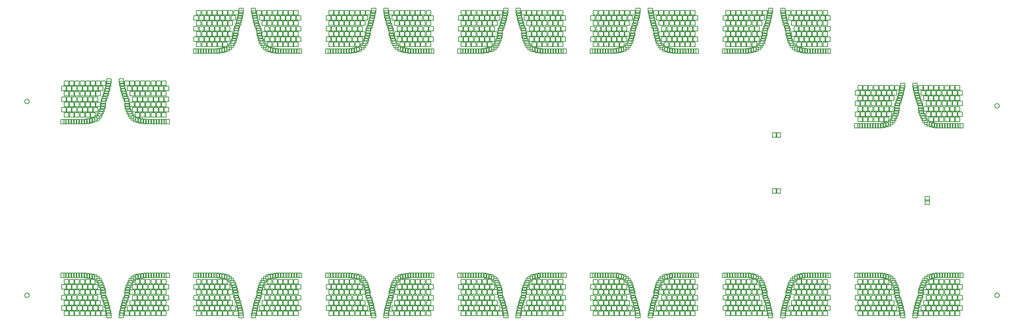
<source format=gbr>
%FSTAX66Y66*%
%MOMM*%
%SFA1B1*%

%IPPOS*%
%ADD32C,0.169330*%
%ADD34C,0.127000*%
%LNduts_drawing_1-1*%
%LPD*%
G54D32*
X00000550799Y000049000003D02*
D01*
X00000550677Y000049035436*
X000005503062Y000049070691*
X00000549689Y000049105616*
X00000548833Y000049140008*
X000005477357Y000049173739*
X000005464073Y000049206607*
X000005448528Y000049238484*
X000005430799Y000049269192*
X000005410987Y00004929858*
X000005389143Y000049326546*
X000005365419Y000049352885*
X000005339918Y000049377523*
X000005312765Y000049400307*
X000005284063Y000049421161*
X00000525399Y000049439931*
X000005222697Y000049456594*
X000005190286Y000049470995*
X000005156987Y000049483137*
X0000051229Y000049492916*
X000005088204Y000049500282*
X000005053101Y000049505209*
X000005017719Y000049507698*
X00000498226*
X000004946904Y000049505209*
X000004911775Y000049500282*
X000004877104Y000049492916*
X000004843018Y000049483137*
X000004809693Y000049470995*
X000004777308Y000049456594*
X00000474599Y000049439931*
X000004715916Y000049421161*
X000004687239Y000049400307*
X000004660087Y000049377523*
X00000463456Y000049352885*
X000004610836Y000049326546*
X000004589018Y00004929858*
X00000456918Y000049269192*
X000004551451Y000049238484*
X000004535906Y000049206607*
X000004522622Y000049173739*
X000004511675Y000049140008*
X000004503089Y000049105616*
X000004496943Y000049070691*
X000004493234Y000049035436*
X00000449199Y000049000003*
X000004493234Y00004896457*
X000004496943Y00004892929*
X000004503089Y00004889439*
X000004511675Y000048859973*
X000004522622Y000048826242*
X000004535906Y000048793374*
X000004551451Y000048761497*
X00000456918Y000048730789*
X000004589018Y000048701401*
X000004610836Y000048673461*
X00000463456Y000048647121*
X000004660087Y000048622483*
X000004687239Y000048599699*
X000004715916Y000048578846*
X00000474599Y00004856005*
X000004777308Y000048543413*
X000004809693Y000048528986*
X000004843018Y00004851687*
X000004877104Y000048507091*
X000004911775Y000048499725*
X000004946904Y000048494772*
X00000498226Y000048492308*
X000005017719*
X000005053101Y000048494772*
X000005088204Y000048499725*
X0000051229Y000048507091*
X000005156987Y00004851687*
X000005190286Y000048528986*
X000005222697Y000048543413*
X00000525399Y00004856005*
X000005284063Y000048578846*
X000005312765Y000048599699*
X000005339918Y000048622483*
X000005365419Y000048647121*
X000005389143Y000048673461*
X000005410987Y000048701401*
X000005430799Y000048730789*
X000005448528Y000048761497*
X000005464073Y000048793374*
X000005477357Y000048826242*
X00000548833Y000048859973*
X00000549689Y00004889439*
X000005503062Y00004892929*
X00000550677Y00004896457*
X00000550799Y000049000003*
X000225507981Y00004799998D02*
D01*
X000225506737Y000048035413*
X000225503054Y000048070668*
X000225496882Y000048105593*
X000225488296Y00004814001*
X000225477349Y000048173716*
X000225464065Y000048206609*
X00022544852Y00004823846*
X000225430791Y000048269169*
X000225410979Y000048298582*
X000225389135Y000048326522*
X000225365411Y000048352862*
X00022533991Y0000483775*
X000225312732Y000048400284*
X000225284055Y000048421137*
X000225253981Y000048439908*
X000225222689Y00004845657*
X000225190278Y000048470997*
X000225156979Y000048483113*
X000225122892Y000048492892*
X000225088196Y000048500258*
X000225053093Y000048505186*
X000225017711Y000048507675*
X000224982252*
X000224946895Y000048505186*
X000224911767Y000048500258*
X000224877096Y000048492892*
X000224843009Y000048483113*
X000224809685Y000048470997*
X0002247773Y00004845657*
X000224745981Y000048439908*
X000224715908Y000048421137*
X000224687231Y000048400284*
X000224660079Y0000483775*
X000224634552Y000048352862*
X000224610828Y000048326522*
X000224589009Y000048298582*
X000224569172Y000048269169*
X000224551443Y00004823846*
X000224535898Y000048206609*
X000224522614Y000048173716*
X000224511666Y00004814001*
X000224503081Y000048105593*
X000224496934Y000048070668*
X000224493226Y000048035413*
X000224491981Y00004799998*
X000224493226Y000047964547*
X000224496934Y000047929266*
X000224503081Y000047894367*
X000224511666Y00004785995*
X000224522614Y000047826218*
X000224535898Y000047793351*
X000224551443Y000047761474*
X000224569172Y000047730791*
X000224589009Y000047701377*
X000224610828Y000047673437*
X000224634552Y000047647098*
X000224660079Y00004762246*
X000224687231Y000047599676*
X000224715908Y000047578822*
X000224745981Y000047560026*
X0002247773Y000047543389*
X000224809685Y000047528962*
X000224843009Y000047516846*
X000224877096Y000047507067*
X000224911767Y000047499701*
X000224946895Y000047494748*
X000224982252Y000047492285*
X000225017711*
X000225053093Y000047494748*
X000225088196Y000047499701*
X000225122892Y000047507067*
X000225156979Y000047516846*
X000225190278Y000047528962*
X000225222689Y000047543389*
X000225253981Y000047560026*
X000225284055Y000047578822*
X000225312732Y000047599676*
X00022533991Y00004762246*
X000225365411Y000047647098*
X000225389135Y000047673437*
X000225410979Y000047701377*
X000225430791Y000047730791*
X00022544852Y000047761474*
X000225464065Y000047793351*
X000225477349Y000047826218*
X000225488296Y00004785995*
X000225496882Y000047894367*
X000225503054Y000047929266*
X000225506737Y000047964547*
X000225507981Y00004799998*
Y000005001615D02*
D01*
X000225506737Y000005037048*
X000225503054Y000005072303*
X000225496882Y000005107228*
X000225488296Y00000514162*
X000225477349Y000005175351*
X000225464065Y000005208219*
X00022544852Y000005240096*
X000225430791Y000005270804*
X000225410979Y000005300192*
X000225389135Y000005328132*
X000225365411Y000005354497*
X00022533991Y000005379135*
X000225312732Y000005401919*
X000225284055Y000005422747*
X000225253981Y000005441543*
X000225222689Y000005458206*
X000225190278Y000005472607*
X000225156979Y000005484749*
X000225122892Y000005494528*
X000225088196Y000005501894*
X000225053093Y000005506821*
X000225017711Y000005509285*
X000224982252*
X000224946895Y000005506821*
X000224911767Y000005501894*
X000224877096Y000005494528*
X000224843009Y000005484749*
X000224809685Y000005472607*
X0002247773Y000005458206*
X000224745981Y000005441543*
X000224715908Y000005422747*
X000224687231Y000005401919*
X000224660079Y000005379135*
X000224634552Y000005354497*
X000224610828Y000005328132*
X000224589009Y000005300192*
X000224569172Y000005270804*
X000224551443Y000005240096*
X000224535898Y000005208219*
X000224522614Y000005175351*
X000224511666Y00000514162*
X000224503081Y000005107228*
X000224496934Y000005072303*
X000224493226Y000005037048*
X000224491981Y000005001615*
X000224493226Y000004966182*
X000224496934Y000004930902*
X000224503081Y000004895977*
X000224511666Y000004861585*
X000224522614Y000004827854*
X000224535898Y000004794986*
X000224551443Y000004763109*
X000224569172Y000004732401*
X000224589009Y000004703013*
X000224610828Y000004675073*
X000224634552Y000004648733*
X000224660079Y000004624095*
X000224687231Y000004601286*
X000224715908Y000004580458*
X000224745981Y000004561662*
X0002247773Y000004545025*
X000224809685Y000004530598*
X000224843009Y000004518482*
X000224877096Y000004508703*
X000224911767Y000004501337*
X000224946895Y000004496384*
X000224982252Y00000449392*
X000225017711*
X000225053093Y000004496384*
X000225088196Y000004501337*
X000225122892Y000004508703*
X000225156979Y000004518482*
X000225190278Y000004530598*
X000225222689Y000004545025*
X000225253981Y000004561662*
X000225284055Y000004580458*
X000225312732Y000004601286*
X00022533991Y000004624095*
X000225365411Y000004648733*
X000225389135Y000004675073*
X000225410979Y000004703013*
X000225430791Y000004732401*
X00022544852Y000004763109*
X000225464065Y000004794986*
X000225477349Y000004827854*
X000225488296Y000004861585*
X000225496882Y000004895977*
X000225503054Y000004930902*
X000225506737Y000004966182*
X000225507981Y000005001615*
X00000550799Y000005000015D02*
D01*
X00000550677Y000005035448*
X000005503062Y000005070703*
X00000549689Y000005105628*
X00000548833Y00000514002*
X000005477357Y000005173751*
X000005464073Y000005206619*
X000005448528Y000005238496*
X000005430799Y000005269204*
X000005410987Y000005298592*
X000005389143Y000005326532*
X000005365419Y000005352897*
X000005339918Y000005377535*
X000005312765Y000005400319*
X000005284063Y000005421147*
X00000525399Y000005439943*
X000005222697Y000005456605*
X000005190286Y000005471007*
X000005156987Y000005483148*
X0000051229Y000005492927*
X000005088204Y000005500293*
X000005053101Y000005505221*
X000005017719Y000005507685*
X00000498226*
X000004946904Y000005505221*
X000004911775Y000005500293*
X000004877104Y000005492927*
X000004843018Y000005483148*
X000004809693Y000005471007*
X000004777308Y000005456605*
X00000474599Y000005439943*
X000004715916Y000005421147*
X000004687239Y000005400319*
X000004660087Y000005377535*
X00000463456Y000005352897*
X000004610836Y000005326532*
X000004589018Y000005298592*
X00000456918Y000005269204*
X000004551451Y000005238496*
X000004535906Y000005206619*
X000004522622Y000005173751*
X000004511675Y00000514002*
X000004503089Y000005105628*
X000004496943Y000005070703*
X000004493234Y000005035448*
X00000449199Y000005000015*
X000004493234Y000004964582*
X000004496943Y000004929301*
X000004503089Y000004894376*
X000004511675Y000004859985*
X000004522622Y000004826254*
X000004535906Y000004793386*
X000004551451Y000004761509*
X00000456918Y0000047308*
X000004589018Y000004701413*
X000004610836Y000004673473*
X00000463456Y000004647133*
X000004660087Y000004622495*
X000004687239Y000004599686*
X000004715916Y000004578858*
X00000474599Y000004560062*
X000004777308Y000004543425*
X000004809693Y000004528997*
X000004843018Y000004516882*
X000004877104Y000004507103*
X000004911775Y000004499737*
X000004946904Y000004494784*
X00000498226Y00000449232*
X000005017719*
X000005053101Y000004494784*
X000005088204Y000004499737*
X0000051229Y000004507103*
X000005156987Y000004516882*
X000005190286Y000004528997*
X000005222697Y000004543425*
X00000525399Y000004560062*
X000005284063Y000004578858*
X000005312765Y000004599686*
X000005339918Y000004622495*
X000005365419Y000004647133*
X000005389143Y000004673473*
X000005410987Y000004701413*
X000005430799Y0000047308*
X000005448528Y000004761509*
X000005464073Y000004793386*
X000005477357Y000004826254*
X00000548833Y000004859985*
X00000549689Y000004894376*
X000005503062Y000004929301*
X00000550677Y000004964582*
X00000550799Y000005000015*
G54D34*
X000208712536Y000025573888D02*
Y000026589888D01*
X000209728536*
Y000025573888*
X000208712536*
Y000026414907D02*
Y000027430907D01*
X000209728536*
Y000026414907*
X000208712536*
X000194647947Y000046812682D02*
Y000047828682D01*
X000195663947*
Y000046812682*
X000194647947*
X000210736027D02*
Y000047828682D01*
X000211752053*
Y000046812682*
X000210736027*
X00021193605Y000049212677D02*
Y000050228677D01*
X00021295205*
Y000049212677*
X00021193605*
X000193447949Y000051612673D02*
Y000052628673D01*
X000194463924*
Y000051612673*
X000193447949*
X000200647935D02*
Y000052628673D01*
X000201663935*
Y000051612673*
X000200647935*
X000200047936Y00004801268D02*
Y00004902868D01*
X000201063936*
Y00004801268*
X000200047936*
X000198247939Y000046812682D02*
Y000047828682D01*
X000199263939*
Y000046812682*
X000198247939*
X000210136054Y000045612685D02*
Y000046628685D01*
X000211152028*
Y000045612685*
X000210136054*
X000213736047D02*
Y000046628685D01*
X000214752047*
Y000045612685*
X000213736047*
X000192847925Y000050412675D02*
Y000051428675D01*
X000193863925*
Y000050412675*
X000192847925*
X000197047916Y000046812682D02*
Y000047828682D01*
X000198063942*
Y000046812682*
X000197047916*
X000196447943Y00004801268D02*
Y00004902868D01*
X000197463918*
Y00004801268*
X000196447943*
X000198247939Y000044412687D02*
Y000045428687D01*
X000199263939*
Y000044412687*
X000198247939*
X00021193605D02*
Y000045428687D01*
X00021295205*
Y000044412687*
X00021193605*
X000214336045Y000046812682D02*
Y000047828682D01*
X000215352045*
Y000046812682*
X000214336045*
X000198847938Y000050412675D02*
Y000051428675D01*
X000199863938*
Y000050412675*
X000198847938*
X000198247939Y000049212677D02*
Y000050228677D01*
X000199263939*
Y000049212677*
X000198247939*
X000197647941Y000050412675D02*
Y000051428675D01*
X000198663941*
Y000050412675*
X000197647941*
X000216136042D02*
Y000051428675D01*
X000217152042*
Y000050412675*
X000216136042*
X000194647947Y000044412687D02*
Y000045428687D01*
X000195663947*
Y000044412687*
X000194647947*
X000207136034Y000051612673D02*
Y000052628673D01*
X000208152034*
Y000051612673*
X000207136034*
X000194647947D02*
Y000052628673D01*
X000195663947*
Y000051612673*
X000194647947*
X000209536055Y000044412687D02*
Y000045428687D01*
X000210552055*
Y000044412687*
X000209536055*
X000208336057Y000046812682D02*
Y000047828682D01*
X000209352057*
Y000046812682*
X000208336057*
X000197647941Y000045612685D02*
Y000046628685D01*
X000198663941*
Y000045612685*
X000197647941*
X000200047936Y000050412675D02*
Y000051428675D01*
X000201063936*
Y000050412675*
X000200047936*
X000201847932Y000051612673D02*
Y000052628673D01*
X000202863932*
Y000051612673*
X000201847932*
X000200047936Y000045612685D02*
Y000046628685D01*
X000201063936*
Y000045612685*
X000200047936*
X00021493607Y000050412675D02*
Y000051428675D01*
X000215952044*
Y000050412675*
X00021493607*
X000210136054D02*
Y000051428675D01*
X000211152028*
Y000050412675*
X000210136054*
X000213136048Y000051612673D02*
Y000052628673D01*
X000214152048*
Y000051612673*
X000213136048*
X000195247945Y000050412675D02*
Y000051428675D01*
X000196263945*
Y000050412675*
X000195247945*
X000209536055Y000046812682D02*
Y000047828682D01*
X000210552055*
Y000046812682*
X000209536055*
X000212536049Y00004801268D02*
Y00004902868D01*
X000213552049*
Y00004801268*
X000212536049*
X000214336045Y000049212677D02*
Y000050228677D01*
X000215352045*
Y000049212677*
X000214336045*
X000210736027D02*
Y000050228677D01*
X000211752053*
Y000049212677*
X000210736027*
X000208336057Y000051612673D02*
Y000052628673D01*
X000209352057*
Y000051612673*
X000208336057*
X00021193605D02*
Y000052628673D01*
X00021295205*
Y000051612673*
X00021193605*
X000197047916D02*
Y000052628673D01*
X000198063942*
Y000051612673*
X000197047916*
X000213136048Y000049212677D02*
Y000050228677D01*
X000214152048*
Y000049212677*
X000213136048*
Y000046812682D02*
Y000047828682D01*
X000214152048*
Y000046812682*
X000213136048*
X000209536055Y000049212677D02*
Y000050228677D01*
X000210552055*
Y000049212677*
X000209536055*
Y000051612673D02*
Y000052628673D01*
X000210552055*
Y000051612673*
X000209536055*
X000212536049Y000050412675D02*
Y000051428675D01*
X000213552049*
Y000050412675*
X000212536049*
X000201247959D02*
Y000051428675D01*
X000202263933*
Y000050412675*
X000201247959*
X000195847944Y000049212677D02*
Y000050228677D01*
X000196863944*
Y000049212677*
X000195847944*
X000200647935Y000046812682D02*
Y000047828682D01*
X000201663935*
Y000046812682*
X000200647935*
X000193447949Y000044412687D02*
Y000045428687D01*
X000194463924*
Y000044412687*
X000193447949*
X000212536049Y000045612685D02*
Y000046628685D01*
X000213552049*
Y000045612685*
X000212536049*
X000200647935Y000049212677D02*
Y000050228677D01*
X000201663935*
Y000049212677*
X000200647935*
X000213736047Y00004801268D02*
Y00004902868D01*
X000214752047*
Y00004801268*
X000213736047*
X000199447937Y000051612673D02*
Y000052628673D01*
X000200463937*
Y000051612673*
X000199447937*
X000215536043Y000044412687D02*
Y000045428687D01*
X000216552043*
Y000044412687*
X000215536043*
X000197047916Y000049212677D02*
Y000050228677D01*
X000198063942*
Y000049212677*
X000197047916*
X000194047922Y000045612685D02*
Y000046628685D01*
X000195063948*
Y000045612685*
X000194047922*
X000195847944Y000046812682D02*
Y000047828682D01*
X000196863944*
Y000046812682*
X000195847944*
X000196447943Y000045612685D02*
Y000046628685D01*
X000197463918*
Y000045612685*
X000196447943*
X00021193605Y000046812682D02*
Y000047828682D01*
X00021295205*
Y000046812682*
X00021193605*
X000198247939Y000051612673D02*
Y000052628673D01*
X000199263939*
Y000051612673*
X000198247939*
X000193447949Y000046812682D02*
Y000047828682D01*
X000194463924*
Y000046812682*
X000193447949*
X000216136042Y00004801268D02*
Y00004902868D01*
X000217152042*
Y00004801268*
X000216136042*
X000208336057Y000049212677D02*
Y000050228677D01*
X000209352057*
Y000049212677*
X000208336057*
X000195847944Y000051612673D02*
Y000052628673D01*
X000196863944*
Y000051612673*
X000195847944*
X000194047922Y000050412675D02*
Y000051428675D01*
X000195063948*
Y000050412675*
X000194047922*
X000195247945Y000045612685D02*
Y000046628685D01*
X000196263945*
Y000045612685*
X000195247945*
X000211336051Y00004801268D02*
Y00004902868D01*
X000212352051*
Y00004801268*
X000211336051*
Y000050412675D02*
Y000051428675D01*
X000212352051*
Y000050412675*
X000211336051*
X000195247945Y00004801268D02*
Y00004902868D01*
X000196263945*
Y00004801268*
X000195247945*
X000214336045Y000051612673D02*
Y000052628673D01*
X000215352045*
Y000051612673*
X000214336045*
X00021493607Y00004801268D02*
Y00004902868D01*
X000215952044*
Y00004801268*
X00021493607*
X000213136048Y000044412687D02*
Y000045428687D01*
X000214152048*
Y000044412687*
X000213136048*
X000210136054Y00004801268D02*
Y00004902868D01*
X000211152028*
Y00004801268*
X000210136054*
X000196447943Y000050412675D02*
Y000051428675D01*
X000197463918*
Y000050412675*
X000196447943*
X000192847925Y000045612685D02*
Y000046628685D01*
X000193863925*
Y000045612685*
X000192847925*
X000194047922Y00004801268D02*
Y00004902868D01*
X000195063948*
Y00004801268*
X000194047922*
X000208936056Y000050412675D02*
Y000051428675D01*
X000209952056*
Y000050412675*
X000208936056*
X000194647947Y000049212677D02*
Y000050228677D01*
X000195663947*
Y000049212677*
X000194647947*
X000210736027Y000051612673D02*
Y000052628673D01*
X000211752053*
Y000051612673*
X000210736027*
X000197047916Y000044412687D02*
Y000045428687D01*
X000198063942*
Y000044412687*
X000197047916*
X000199447937Y000046812682D02*
Y000047828682D01*
X000200463937*
Y000046812682*
X000199447937*
Y000044412687D02*
Y000045428687D01*
X000200463937*
Y000044412687*
X000199447937*
X000197647941Y00004801268D02*
Y00004902868D01*
X000198663941*
Y00004801268*
X000197647941*
X000207736033Y000050412675D02*
Y000051428675D01*
X000208752059*
Y000050412675*
X000207736033*
X000198847938Y000045612685D02*
Y000046628685D01*
X000199863938*
Y000045612685*
X000198847938*
X000215536043Y000051612673D02*
Y000052628673D01*
X000216552043*
Y000051612673*
X000215536043*
X000210736027Y000044412687D02*
Y000045428687D01*
X000211752053*
Y000044412687*
X000210736027*
X000208936056Y000045612685D02*
Y000046628685D01*
X000209952056*
Y000045612685*
X000208936056*
Y00004801268D02*
Y00004902868D01*
X000209952056*
Y00004801268*
X000208936056*
X000216136042Y000045612685D02*
Y000046628685D01*
X000217152042*
Y000045612685*
X000216136042*
X000199447937Y000049212677D02*
Y000050228677D01*
X000200463937*
Y000049212677*
X000199447937*
X000215536043Y000046812682D02*
Y000047828682D01*
X000216552043*
Y000046812682*
X000215536043*
X00021493607Y000045612685D02*
Y000046628685D01*
X000215952044*
Y000045612685*
X00021493607*
X000211336051D02*
Y000046628685D01*
X000212352051*
Y000045612685*
X000211336051*
X000195847944Y000044412687D02*
Y000045428687D01*
X000196863944*
Y000044412687*
X000195847944*
X000215536043Y000049212677D02*
Y000050228677D01*
X000216552043*
Y000049212677*
X000215536043*
X000198847938Y00004801268D02*
Y00004902868D01*
X000199863938*
Y00004801268*
X000198847938*
X000193447949Y000049212677D02*
Y000050228677D01*
X000194463924*
Y000049212677*
X000193447949*
X000192847925Y00004801268D02*
Y00004902868D01*
X000193863925*
Y00004801268*
X000192847925*
X000214336045Y000044412687D02*
Y000045428687D01*
X000215352045*
Y000044412687*
X000214336045*
X000213736047Y000050412675D02*
Y000051428675D01*
X000214752047*
Y000050412675*
X000213736047*
X000201095305Y000044664985D02*
Y000045680985D01*
X000202111305*
Y000044664985*
X000201095305*
X000201864036Y000047528505D02*
Y000048544505D01*
X000202880036*
Y000047528505*
X000201864036*
X000197520001Y000042940097D02*
Y000043956097D01*
X000198536026*
Y000042940097*
X000197520001*
X000193320009D02*
Y000043956097D01*
X000194336009*
Y000042940097*
X000193320009*
X00020286538Y000050972694D02*
Y000051988694D01*
X00020388138*
Y000050972694*
X00020286538*
X000203092202Y000052148054D02*
Y000053164054D01*
X000204108227*
Y000052148054*
X000203092202*
X000202595149Y000049806606D02*
Y000050822606D01*
X000203611175*
Y000049806606*
X000202595149*
X000199292692Y000043216372D02*
Y000044232372D01*
X000200308718*
Y000043216372*
X000199292692*
X000200786949Y000044151397D02*
Y000045167397D01*
X000201802949*
Y000044151397*
X000200786949*
X000201710239Y000046347227D02*
Y000047363227D01*
X000202726213*
Y000046347227*
X000201710239*
X000194520007Y000042940097D02*
Y000043956097D01*
X000195536007*
Y000042940097*
X000194520007*
X000195720004D02*
Y000043956097D01*
X000196736004*
Y000042940097*
X000195720004*
X000198114437Y000043010175D02*
Y000044026175D01*
X000199130437*
Y000043010175*
X000198114437*
X000196920002Y000042940097D02*
Y000043956097D01*
X000197936002*
Y000042940097*
X000196920002*
X00019272001D02*
Y000043956097D01*
X00019373601*
Y000042940097*
X00019272001*
X00020184618Y000046930106D02*
Y000047946106D01*
X000202862154*
Y000046930106*
X00020184618*
X00019870674Y000043095748D02*
Y000044111748D01*
X000199722714*
Y000043095748*
X00019870674*
X000193920008Y000042940097D02*
Y000043956097D01*
X000194936008*
Y000042940097*
X000193920008*
X000202252529Y000048659923D02*
Y000049675923D01*
X000203268529*
Y000048659923*
X000202252529*
X000202983236Y00005155951D02*
Y00005257551D01*
X000203999236*
Y00005155951*
X000202983236*
X000201547907Y000045771155D02*
Y000046787155D01*
X000202563907*
Y000045771155*
X000201547907*
X000195120006Y000042940097D02*
Y000043956097D01*
X000196136006*
Y000042940097*
X000195120006*
X00020203193Y000048103815D02*
Y000049119815D01*
X000203047904*
Y000048103815*
X00020203193*
X000201348797Y000045206869D02*
Y000046222869D01*
X000202364797*
Y000045206869*
X000201348797*
X000200374427Y000043716625D02*
Y000044732625D01*
X000201390427*
Y000043716625*
X000200374427*
X000199860128Y000043409006D02*
Y000044425006D01*
X000200876128*
Y000043409006*
X000199860128*
X000196320003Y000042940097D02*
Y000043956097D01*
X000197336003*
Y000042940097*
X000196320003*
X000202736399Y000050388215D02*
Y000051404215D01*
X000203752399*
Y000050388215*
X000202736399*
X000202435968Y000049229619D02*
Y000050245619D01*
X000203451968*
Y000049229619*
X000202435968*
X000206548024D02*
Y000050245619D01*
X000207564024*
Y000049229619*
X000206548024*
X000206247593Y000050388215D02*
Y000051404215D01*
X000207263593*
Y000050388215*
X000206247593*
X000212663989Y000042940097D02*
Y000043956097D01*
X000213679989*
Y000042940097*
X000212663989*
X000209123838Y000043409006D02*
Y000044425006D01*
X000210139838*
Y000043409006*
X000209123838*
X000208609565Y000043716625D02*
Y000044732625D01*
X000209625539*
Y000043716625*
X000208609565*
X00020763517Y000045206869D02*
Y000046222869D01*
X000208651195*
Y000045206869*
X00020763517*
X000206952088Y000048103815D02*
Y000049119815D01*
X000207968062*
Y000048103815*
X000206952088*
X000213863961Y000042940097D02*
Y000043956097D01*
X000214879986*
Y000042940097*
X000213863961*
X000207436085Y000045771155D02*
Y000046787155D01*
X000208452085*
Y000045771155*
X000207436085*
X000206000756Y00005155951D02*
Y00005257551D01*
X000207016731*
Y00005155951*
X000206000756*
X000206731463Y000048659923D02*
Y000049675923D01*
X000207747463*
Y000048659923*
X000206731463*
X000215063984Y000042940097D02*
Y000043956097D01*
X000216079984*
Y000042940097*
X000215063984*
X000210277278Y000043095748D02*
Y000044111748D01*
X000211293252*
Y000043095748*
X000210277278*
X000207137812Y000046930106D02*
Y000047946106D01*
X000208153838*
Y000046930106*
X000207137812*
X000216263982Y000042940097D02*
Y000043956097D01*
X000217279956*
Y000042940097*
X000216263982*
X00021206399D02*
Y000043956097D01*
X000213079965*
Y000042940097*
X00021206399*
X000210869555Y000043010175D02*
Y000044026175D01*
X000211885555*
Y000043010175*
X000210869555*
X000213263988Y000042940097D02*
Y000043956097D01*
X000214279962*
Y000042940097*
X000213263988*
X000214463985D02*
Y000043956097D01*
X000215479985*
Y000042940097*
X000214463985*
X000207273753Y000046347227D02*
Y000047363227D01*
X000208289779*
Y000046347227*
X000207273753*
X000208197043Y000044151397D02*
Y000045167397D01*
X000209213018*
Y000044151397*
X000208197043*
X000209691274Y000043216372D02*
Y000044232372D01*
X0002107073*
Y000043216372*
X000209691274*
X000206388817Y000049806606D02*
Y000050822606D01*
X000207404843*
Y000049806606*
X000206388817*
X000205891765Y000052148054D02*
Y000053164054D01*
X000206907765*
Y000052148054*
X000205891765*
X000206118612Y000050972694D02*
Y000051988694D01*
X000207134587*
Y000050972694*
X000206118612*
X000215663983Y000042940097D02*
Y000043956097D01*
X000216679983*
Y000042940097*
X000215663983*
X000211463966D02*
Y000043956097D01*
X000212479991*
Y000042940097*
X000211463966*
X000207119956Y000047528505D02*
Y000048544505D01*
X000208135956*
Y000047528505*
X000207119956*
X000207888687Y000044664985D02*
Y000045680985D01*
X000208904687*
Y000044664985*
X000207888687*
X000174071483Y00002811879D02*
Y00002913479D01*
X000175087508*
Y00002811879*
X000174071483*
X000174912502D02*
Y00002913479D01*
X000175928502*
Y00002811879*
X000174912502*
X00016464793Y000063812089D02*
Y000064828089D01*
X000165663956*
Y000063812089*
X00016464793*
X000180736036D02*
Y000064828089D01*
X000181752036*
Y000063812089*
X000180736036*
X000181936059Y000066212085D02*
Y000067228085D01*
X000182952059*
Y000066212085*
X000181936059*
X000163447933Y00006861208D02*
Y00006962808D01*
X000164463933*
Y00006861208*
X000163447933*
X000170647944D02*
Y00006962808D01*
X000171663944*
Y00006861208*
X000170647944*
X00017004792Y000065012087D02*
Y000066028087D01*
X000171063945*
Y000065012087*
X00017004792*
X000168247949Y000063812089D02*
Y000064828089D01*
X000169263949*
Y000063812089*
X000168247949*
X000180136038Y000062612066D02*
Y000063628066D01*
X000181152038*
Y000062612066*
X000180136038*
X00018373603D02*
Y000063628066D01*
X000184752056*
Y000062612066*
X00018373603*
X000162847934Y000067412082D02*
Y000068428082D01*
X000163863934*
Y000067412082*
X000162847934*
X000167047926Y000063812089D02*
Y000064828089D01*
X000168063926*
Y000063812089*
X000167047926*
X000166447927Y000065012087D02*
Y000066028087D01*
X000167463927*
Y000065012087*
X000166447927*
X000168247949Y000061412069D02*
Y000062428069D01*
X000169263949*
Y000061412069*
X000168247949*
X000181936059D02*
Y000062428069D01*
X000182952059*
Y000061412069*
X000181936059*
X000184336055Y000063812089D02*
Y000064828089D01*
X000185352055*
Y000063812089*
X000184336055*
X000168847947Y000067412082D02*
Y000068428082D01*
X000169863947*
Y000067412082*
X000168847947*
X000168247949Y000066212085D02*
Y000067228085D01*
X000169263949*
Y000066212085*
X000168247949*
X000167647924Y000067412082D02*
Y000068428082D01*
X00016866395*
Y000067412082*
X000167647924*
X000186136051D02*
Y000068428082D01*
X000187152026*
Y000067412082*
X000186136051*
X00016464793Y000061412069D02*
Y000062428069D01*
X000165663956*
Y000061412069*
X00016464793*
X000177136044Y00006861208D02*
Y00006962808D01*
X000178152044*
Y00006861208*
X000177136044*
X00016464793D02*
Y00006962808D01*
X000165663956*
Y00006861208*
X00016464793*
X000179536039Y000061412069D02*
Y000062428069D01*
X000180552039*
Y000061412069*
X000179536039*
X000178336041Y000063812089D02*
Y000064828089D01*
X000179352067*
Y000063812089*
X000178336041*
X000167647924Y000062612066D02*
Y000063628066D01*
X00016866395*
Y000062612066*
X000167647924*
X00017004792Y000067412082D02*
Y000068428082D01*
X000171063945*
Y000067412082*
X00017004792*
X000171847941Y00006861208D02*
Y00006962808D01*
X000172863941*
Y00006861208*
X000171847941*
X00017004792Y000062612066D02*
Y000063628066D01*
X000171063945*
Y000062612066*
X00017004792*
X000184936053Y000067412082D02*
Y000068428082D01*
X000185952053*
Y000067412082*
X000184936053*
X000180136038D02*
Y000068428082D01*
X000181152038*
Y000067412082*
X000180136038*
X000183136057Y00006861208D02*
Y00006962808D01*
X000184152032*
Y00006861208*
X000183136057*
X000165247955Y000067412082D02*
Y000068428082D01*
X000166263929*
Y000067412082*
X000165247955*
X000179536039Y000063812089D02*
Y000064828089D01*
X000180552039*
Y000063812089*
X000179536039*
X000182536058Y000065012087D02*
Y000066028087D01*
X000183552058*
Y000065012087*
X000182536058*
X000184336055Y000066212085D02*
Y000067228085D01*
X000185352055*
Y000066212085*
X000184336055*
X000180736036D02*
Y000067228085D01*
X000181752036*
Y000066212085*
X000180736036*
X000178336041Y00006861208D02*
Y00006962808D01*
X000179352067*
Y00006861208*
X000178336041*
X000181936059D02*
Y00006962808D01*
X000182952059*
Y00006861208*
X000181936059*
X000167047926D02*
Y00006962808D01*
X000168063926*
Y00006861208*
X000167047926*
X000183136057Y000066212085D02*
Y000067228085D01*
X000184152032*
Y000066212085*
X000183136057*
Y000063812089D02*
Y000064828089D01*
X000184152032*
Y000063812089*
X000183136057*
X000179536039Y000066212085D02*
Y000067228085D01*
X000180552039*
Y000066212085*
X000179536039*
Y00006861208D02*
Y00006962808D01*
X000180552039*
Y00006861208*
X000179536039*
X000182536058Y000067412082D02*
Y000068428082D01*
X000183552058*
Y000067412082*
X000182536058*
X000171247943D02*
Y000068428082D01*
X000172263943*
Y000067412082*
X000171247943*
X000165847928Y000066212085D02*
Y000067228085D01*
X000166863928*
Y000066212085*
X000165847928*
X000170647944Y000063812089D02*
Y000064828089D01*
X000171663944*
Y000063812089*
X000170647944*
X000163447933Y000061412069D02*
Y000062428069D01*
X000164463933*
Y000061412069*
X000163447933*
X000182536058Y000062612066D02*
Y000063628066D01*
X000183552058*
Y000062612066*
X000182536058*
X000170647944Y000066212085D02*
Y000067228085D01*
X000171663944*
Y000066212085*
X000170647944*
X00018373603Y000065012087D02*
Y000066028087D01*
X000184752056*
Y000065012087*
X00018373603*
X000169447946Y00006861208D02*
Y00006962808D01*
X000170463921*
Y00006861208*
X000169447946*
X000185536052Y000061412069D02*
Y000062428069D01*
X000186552052*
Y000061412069*
X000185536052*
X000167047926Y000066212085D02*
Y000067228085D01*
X000168063926*
Y000066212085*
X000167047926*
X000164047932Y000062612066D02*
Y000063628066D01*
X000165063932*
Y000062612066*
X000164047932*
X000165847928Y000063812089D02*
Y000064828089D01*
X000166863928*
Y000063812089*
X000165847928*
X000166447927Y000062612066D02*
Y000063628066D01*
X000167463927*
Y000062612066*
X000166447927*
X000181936059Y000063812089D02*
Y000064828089D01*
X000182952059*
Y000063812089*
X000181936059*
X000168247949Y00006861208D02*
Y00006962808D01*
X000169263949*
Y00006861208*
X000168247949*
X000163447933Y000063812089D02*
Y000064828089D01*
X000164463933*
Y000063812089*
X000163447933*
X000186136051Y000065012087D02*
Y000066028087D01*
X000187152026*
Y000065012087*
X000186136051*
X000178336041Y000066212085D02*
Y000067228085D01*
X000179352067*
Y000066212085*
X000178336041*
X000165847928Y00006861208D02*
Y00006962808D01*
X000166863928*
Y00006861208*
X000165847928*
X000164047932Y000067412082D02*
Y000068428082D01*
X000165063932*
Y000067412082*
X000164047932*
X000165247955Y000062612066D02*
Y000063628066D01*
X000166263929*
Y000062612066*
X000165247955*
X000181336035Y000065012087D02*
Y000066028087D01*
X000182352061*
Y000065012087*
X000181336035*
Y000067412082D02*
Y000068428082D01*
X000182352061*
Y000067412082*
X000181336035*
X000165247955Y000065012087D02*
Y000066028087D01*
X000166263929*
Y000065012087*
X000165247955*
X000184336055Y00006861208D02*
Y00006962808D01*
X000185352055*
Y00006861208*
X000184336055*
X000184936053Y000065012087D02*
Y000066028087D01*
X000185952053*
Y000065012087*
X000184936053*
X000183136057Y000061412069D02*
Y000062428069D01*
X000184152032*
Y000061412069*
X000183136057*
X000180136038Y000065012087D02*
Y000066028087D01*
X000181152038*
Y000065012087*
X000180136038*
X000166447927Y000067412082D02*
Y000068428082D01*
X000167463927*
Y000067412082*
X000166447927*
X000162847934Y000062612066D02*
Y000063628066D01*
X000163863934*
Y000062612066*
X000162847934*
X000164047932Y000065012087D02*
Y000066028087D01*
X000165063932*
Y000065012087*
X000164047932*
X000178936065Y000067412082D02*
Y000068428082D01*
X00017995204*
Y000067412082*
X000178936065*
X00016464793Y000066212085D02*
Y000067228085D01*
X000165663956*
Y000066212085*
X00016464793*
X000180736036Y00006861208D02*
Y00006962808D01*
X000181752036*
Y00006861208*
X000180736036*
X000167047926Y000061412069D02*
Y000062428069D01*
X000168063926*
Y000061412069*
X000167047926*
X000169447946Y000063812089D02*
Y000064828089D01*
X000170463921*
Y000063812089*
X000169447946*
Y000061412069D02*
Y000062428069D01*
X000170463921*
Y000061412069*
X000169447946*
X000167647924Y000065012087D02*
Y000066028087D01*
X00016866395*
Y000065012087*
X000167647924*
X000177736042Y000067412082D02*
Y000068428082D01*
X000178752042*
Y000067412082*
X000177736042*
X000168847947Y000062612066D02*
Y000063628066D01*
X000169863947*
Y000062612066*
X000168847947*
X000185536052Y00006861208D02*
Y00006962808D01*
X000186552052*
Y00006861208*
X000185536052*
X000180736036Y000061412069D02*
Y000062428069D01*
X000181752036*
Y000061412069*
X000180736036*
X000178936065Y000062612066D02*
Y000063628066D01*
X00017995204*
Y000062612066*
X000178936065*
Y000065012087D02*
Y000066028087D01*
X00017995204*
Y000065012087*
X000178936065*
X000186136051Y000062612066D02*
Y000063628066D01*
X000187152026*
Y000062612066*
X000186136051*
X000169447946Y000066212085D02*
Y000067228085D01*
X000170463921*
Y000066212085*
X000169447946*
X000185536052Y000063812089D02*
Y000064828089D01*
X000186552052*
Y000063812089*
X000185536052*
X000184936053Y000062612066D02*
Y000063628066D01*
X000185952053*
Y000062612066*
X000184936053*
X000181336035D02*
Y000063628066D01*
X000182352061*
Y000062612066*
X000181336035*
X000165847928Y000061412069D02*
Y000062428069D01*
X000166863928*
Y000061412069*
X000165847928*
X000185536052Y000066212085D02*
Y000067228085D01*
X000186552052*
Y000066212085*
X000185536052*
X000168847947Y000065012087D02*
Y000066028087D01*
X000169863947*
Y000065012087*
X000168847947*
X000163447933Y000066212085D02*
Y000067228085D01*
X000164463933*
Y000066212085*
X000163447933*
X000162847934Y000065012087D02*
Y000066028087D01*
X000163863934*
Y000065012087*
X000162847934*
X000184336055Y000061412069D02*
Y000062428069D01*
X000185352055*
Y000061412069*
X000184336055*
X00018373603Y000067412082D02*
Y000068428082D01*
X000184752056*
Y000067412082*
X00018373603*
X000171095314Y000061664392D02*
Y000062680392D01*
X000172111289*
Y000061664392*
X000171095314*
X00017186402Y000064527912D02*
Y000065543912D01*
X000172880045*
Y000064527912*
X00017186402*
X00016752001Y000059939478D02*
Y000060955478D01*
X00016853601*
Y000059939478*
X00016752001*
X000163320018D02*
Y000060955478D01*
X000164335993*
Y000059939478*
X000163320018*
X000172865389Y000067972076D02*
Y000068988076D01*
X000173881389*
Y000067972076*
X000172865389*
X000173092211Y000069147436D02*
Y000070163436D01*
X000174108211*
Y000069147436*
X000173092211*
X000172595159Y000066805987D02*
Y000067821987D01*
X000173611159*
Y000066805987*
X000172595159*
X000169292701Y00006021578D02*
Y00006123178D01*
X000170308701*
Y00006021578*
X000169292701*
X000170786958Y000061150804D02*
Y000062166804D01*
X000171802958*
Y000061150804*
X000170786958*
X000171710223Y000063346609D02*
Y000064362609D01*
X000172726223*
Y000063346609*
X000171710223*
X000164520016Y000059939478D02*
Y000060955478D01*
X000165536016*
Y000059939478*
X000164520016*
X000165720014D02*
Y000060955478D01*
X000166736014*
Y000059939478*
X000165720014*
X000168114421Y000060009557D02*
Y000061025557D01*
X000169130446*
Y000060009557*
X000168114421*
X000166919986Y000059939478D02*
Y000060955478D01*
X000167936011*
Y000059939478*
X000166919986*
X00016272002D02*
Y000060955478D01*
X00016373602*
Y000059939478*
X00016272002*
X000171846163Y000063929488D02*
Y000064945488D01*
X000172862163*
Y000063929488*
X000171846163*
X000168706723Y00006009513D02*
Y00006111113D01*
X000169722723*
Y00006009513*
X000168706723*
X000163919992Y000059939478D02*
Y000060955478D01*
X000164936017*
Y000059939478*
X000163919992*
X000172252513Y00006565933D02*
Y00006667533D01*
X000173268538*
Y00006565933*
X000172252513*
X000172983245Y000068558918D02*
Y000069574918D01*
X000173999245*
Y000068558918*
X000172983245*
X000171547891Y000062770537D02*
Y000063786537D01*
X000172563917*
Y000062770537*
X000171547891*
X000165120015Y000059939478D02*
Y000060955478D01*
X000166136015*
Y000059939478*
X000165120015*
X000172031939Y000065103222D02*
Y000066119222D01*
X000173047914*
Y000065103222*
X000172031939*
X000171348806Y000062206276D02*
Y000063222276D01*
X000172364806*
Y000062206276*
X000171348806*
X000170374437Y000060716033D02*
Y000061732033D01*
X000171390437*
Y000060716033*
X000170374437*
X000169860137Y000060408413D02*
Y000061424413D01*
X000170876137*
Y000060408413*
X000169860137*
X000166320012Y000059939478D02*
Y000060955478D01*
X000167335987*
Y000059939478*
X000166320012*
X000172736383Y000067387622D02*
Y000068403622D01*
X000173752383*
Y000067387622*
X000172736383*
X000172435951Y000066229026D02*
Y000067245026D01*
X000173451977*
Y000066229026*
X000172435951*
X000176548008D02*
Y000067245026D01*
X000177564008*
Y000066229026*
X000176548008*
X000176247577Y000067387622D02*
Y000068403622D01*
X000177263602*
Y000067387622*
X000176247577*
X000182663973Y000059939478D02*
Y000060955478D01*
X000183679973*
Y000059939478*
X000182663973*
X000179123848Y000060408413D02*
Y000061424413D01*
X000180139848*
Y000060408413*
X000179123848*
X000178609548Y000060716033D02*
Y000061732033D01*
X000179625548*
Y000060716033*
X000178609548*
X000177635179Y000062206276D02*
Y000063222276D01*
X000178651179*
Y000062206276*
X000177635179*
X000176952071Y000065103222D02*
Y000066119222D01*
X000177968071*
Y000065103222*
X000176952071*
X00018386397Y000059939478D02*
Y000060955478D01*
X00018487997*
Y000059939478*
X00018386397*
X000177436094Y000062770537D02*
Y000063786537D01*
X000178452068*
Y000062770537*
X000177436094*
X00017600074Y000068558918D02*
Y000069574918D01*
X00017701674*
Y000068558918*
X00017600074*
X000176731472Y00006565933D02*
Y00006667533D01*
X000177747447*
Y00006565933*
X000176731472*
X000185063993Y000059939478D02*
Y000060955478D01*
X000186079968*
Y000059939478*
X000185063993*
X000180277262Y00006009513D02*
Y00006111113D01*
X000181293262*
Y00006009513*
X000180277262*
X000177137822Y000063929488D02*
Y000064945488D01*
X000178153822*
Y000063929488*
X000177137822*
X000186263965Y000059939478D02*
Y000060955478D01*
X000187279965*
Y000059939478*
X000186263965*
X000182063999D02*
Y000060955478D01*
X000183079974*
Y000059939478*
X000182063999*
X000180869564Y000060009557D02*
Y000061025557D01*
X000181885564*
Y000060009557*
X000180869564*
X000183263971Y000059939478D02*
Y000060955478D01*
X000184279971*
Y000059939478*
X000183263971*
X000184463969D02*
Y000060955478D01*
X000185479994*
Y000059939478*
X000184463969*
X000177273762Y000063346609D02*
Y000064362609D01*
X000178289762*
Y000063346609*
X000177273762*
X000178197027Y000061150804D02*
Y000062166804D01*
X000179213027*
Y000061150804*
X000178197027*
X000179691284Y00006021578D02*
Y00006123178D01*
X000180707309*
Y00006021578*
X000179691284*
X000176388826Y000066805987D02*
Y000067821987D01*
X000177404826*
Y000066805987*
X000176388826*
X000175891774Y000069147436D02*
Y000070163436D01*
X000176907774*
Y000069147436*
X000175891774*
X000176118596Y000067972076D02*
Y000068988076D01*
X000177134596*
Y000067972076*
X000176118596*
X000185663967Y000059939478D02*
Y000060955478D01*
X000186679967*
Y000059939478*
X000185663967*
X000181463975D02*
Y000060955478D01*
X000182479975*
Y000059939478*
X000181463975*
X00017711994Y000064527912D02*
Y000065543912D01*
X00017813594*
Y000064527912*
X00017711994*
X000177888671Y000061664392D02*
Y000062680392D01*
X000178904671*
Y000061664392*
X000177888671*
X000174071483Y000040867177D02*
Y000041883177D01*
X000175087483*
Y000040867177*
X000174071483*
X000174912502D02*
Y000041883177D01*
X000175928477*
Y000040867177*
X000174912502*
X000044647942Y000063810464D02*
Y000064826464D01*
X000045663942*
Y000063810464*
X000044647942*
X000060736048D02*
Y000064826464D01*
X000061752048*
Y000063810464*
X000060736048*
X000061936045Y000066210459D02*
Y000067226459D01*
X000062952045*
Y000066210459*
X000061936045*
X000043447944Y00006861048D02*
Y00006962648D01*
X000044463944*
Y00006861048*
X000043447944*
X00005064793D02*
Y00006962648D01*
X00005166393*
Y00006861048*
X00005064793*
X000050047931Y000065010461D02*
Y000066026461D01*
X000051063931*
Y000065010461*
X000050047931*
X000048247935Y000063810464D02*
Y000064826464D01*
X000049263935*
Y000063810464*
X000048247935*
X000060136049Y000062610466D02*
Y000063626466D01*
X000061152049*
Y000062610466*
X000060136049*
X000063736042D02*
Y000063626466D01*
X000064752042*
Y000062610466*
X000063736042*
X000042847945Y000067410457D02*
Y000068426457D01*
X000043863945*
Y000067410457*
X000042847945*
X000047047937Y000063810464D02*
Y000064826464D01*
X000048063937*
Y000063810464*
X000047047937*
X000046447938Y000065010461D02*
Y000066026461D01*
X000047463938*
Y000065010461*
X000046447938*
X000048247935Y000061410469D02*
Y000062426469D01*
X000049263935*
Y000061410469*
X000048247935*
X000061936045D02*
Y000062426469D01*
X000062952045*
Y000061410469*
X000061936045*
X000064336041Y000063810464D02*
Y000064826464D01*
X000065352041*
Y000063810464*
X000064336041*
X000048847933Y000067410457D02*
Y000068426457D01*
X000049863933*
Y000067410457*
X000048847933*
X000048247935Y000066210459D02*
Y000067226459D01*
X000049263935*
Y000066210459*
X000048247935*
X000047647936Y000067410457D02*
Y000068426457D01*
X000048663936*
Y000067410457*
X000047647936*
X000066136037D02*
Y000068426457D01*
X000067152037*
Y000067410457*
X000066136037*
X000044647942Y000061410469D02*
Y000062426469D01*
X000045663942*
Y000061410469*
X000044647942*
X000057136055Y00006861048D02*
Y00006962648D01*
X000058152055*
Y00006861048*
X000057136055*
X000044647942D02*
Y00006962648D01*
X000045663942*
Y00006861048*
X000044647942*
X00005953605Y000061410469D02*
Y000062426469D01*
X00006055205*
Y000061410469*
X00005953605*
X000058336053Y000063810464D02*
Y000064826464D01*
X000059352053*
Y000063810464*
X000058336053*
X000047647936Y000062610466D02*
Y000063626466D01*
X000048663936*
Y000062610466*
X000047647936*
X000050047931Y000067410457D02*
Y000068426457D01*
X000051063931*
Y000067410457*
X000050047931*
X000051847927Y00006861048D02*
Y00006962648D01*
X000052863927*
Y00006861048*
X000051847927*
X000050047931Y000062610466D02*
Y000063626466D01*
X000051063931*
Y000062610466*
X000050047931*
X000064936039Y000067410457D02*
Y000068426457D01*
X000065952039*
Y000067410457*
X000064936039*
X000060136049D02*
Y000068426457D01*
X000061152049*
Y000067410457*
X000060136049*
X000063136043Y00006861048D02*
Y00006962648D01*
X000064152043*
Y00006861048*
X000063136043*
X000045247941Y000067410457D02*
Y000068426457D01*
X000046263941*
Y000067410457*
X000045247941*
X00005953605Y000063810464D02*
Y000064826464D01*
X00006055205*
Y000063810464*
X00005953605*
X000062536044Y000065010461D02*
Y000066026461D01*
X000063552044*
Y000065010461*
X000062536044*
X000064336041Y000066210459D02*
Y000067226459D01*
X000065352041*
Y000066210459*
X000064336041*
X000060736048D02*
Y000067226459D01*
X000061752048*
Y000066210459*
X000060736048*
X000058336053Y00006861048D02*
Y00006962648D01*
X000059352053*
Y00006861048*
X000058336053*
X000061936045D02*
Y00006962648D01*
X000062952045*
Y00006861048*
X000061936045*
X000047047937D02*
Y00006962648D01*
X000048063937*
Y00006861048*
X000047047937*
X000063136043Y000066210459D02*
Y000067226459D01*
X000064152043*
Y000066210459*
X000063136043*
Y000063810464D02*
Y000064826464D01*
X000064152043*
Y000063810464*
X000063136043*
X00005953605Y000066210459D02*
Y000067226459D01*
X00006055205*
Y000066210459*
X00005953605*
Y00006861048D02*
Y00006962648D01*
X00006055205*
Y00006861048*
X00005953605*
X000062536044Y000067410457D02*
Y000068426457D01*
X000063552044*
Y000067410457*
X000062536044*
X000051247929D02*
Y000068426457D01*
X000052263929*
Y000067410457*
X000051247929*
X000045847939Y000066210459D02*
Y000067226459D01*
X000046863939*
Y000066210459*
X000045847939*
X00005064793Y000063810464D02*
Y000064826464D01*
X00005166393*
Y000063810464*
X00005064793*
X000043447944Y000061410469D02*
Y000062426469D01*
X000044463944*
Y000061410469*
X000043447944*
X000062536044Y000062610466D02*
Y000063626466D01*
X000063552044*
Y000062610466*
X000062536044*
X00005064793Y000066210459D02*
Y000067226459D01*
X00005166393*
Y000066210459*
X00005064793*
X000063736042Y000065010461D02*
Y000066026461D01*
X000064752042*
Y000065010461*
X000063736042*
X000049447932Y00006861048D02*
Y00006962648D01*
X000050463932*
Y00006861048*
X000049447932*
X000065536038Y000061410469D02*
Y000062426469D01*
X000066552038*
Y000061410469*
X000065536038*
X000047047937Y000066210459D02*
Y000067226459D01*
X000048063937*
Y000066210459*
X000047047937*
X000044047943Y000062610466D02*
Y000063626466D01*
X000045063943*
Y000062610466*
X000044047943*
X000045847939Y000063810464D02*
Y000064826464D01*
X000046863939*
Y000063810464*
X000045847939*
X000046447938Y000062610466D02*
Y000063626466D01*
X000047463938*
Y000062610466*
X000046447938*
X000061936045Y000063810464D02*
Y000064826464D01*
X000062952045*
Y000063810464*
X000061936045*
X000048247935Y00006861048D02*
Y00006962648D01*
X000049263935*
Y00006861048*
X000048247935*
X000043447944Y000063810464D02*
Y000064826464D01*
X000044463944*
Y000063810464*
X000043447944*
X000066136037Y000065010461D02*
Y000066026461D01*
X000067152037*
Y000065010461*
X000066136037*
X000058336053Y000066210459D02*
Y000067226459D01*
X000059352053*
Y000066210459*
X000058336053*
X000045847939Y00006861048D02*
Y00006962648D01*
X000046863939*
Y00006861048*
X000045847939*
X000044047943Y000067410457D02*
Y000068426457D01*
X000045063943*
Y000067410457*
X000044047943*
X000045247941Y000062610466D02*
Y000063626466D01*
X000046263941*
Y000062610466*
X000045247941*
X000061336047Y000065010461D02*
Y000066026461D01*
X000062352047*
Y000065010461*
X000061336047*
Y000067410457D02*
Y000068426457D01*
X000062352047*
Y000067410457*
X000061336047*
X000045247941Y000065010461D02*
Y000066026461D01*
X000046263941*
Y000065010461*
X000045247941*
X000064336041Y00006861048D02*
Y00006962648D01*
X000065352041*
Y00006861048*
X000064336041*
X000064936039Y000065010461D02*
Y000066026461D01*
X000065952039*
Y000065010461*
X000064936039*
X000063136043Y000061410469D02*
Y000062426469D01*
X000064152043*
Y000061410469*
X000063136043*
X000060136049Y000065010461D02*
Y000066026461D01*
X000061152049*
Y000065010461*
X000060136049*
X000046447938Y000067410457D02*
Y000068426457D01*
X000047463938*
Y000067410457*
X000046447938*
X000042847945Y000062610466D02*
Y000063626466D01*
X000043863945*
Y000062610466*
X000042847945*
X000044047943Y000065010461D02*
Y000066026461D01*
X000045063943*
Y000065010461*
X000044047943*
X000058936026Y000067410457D02*
Y000068426457D01*
X000059952026*
Y000067410457*
X000058936026*
X000044647942Y000066210459D02*
Y000067226459D01*
X000045663942*
Y000066210459*
X000044647942*
X000060736048Y00006861048D02*
Y00006962648D01*
X000061752048*
Y00006861048*
X000060736048*
X000047047937Y000061410469D02*
Y000062426469D01*
X000048063937*
Y000061410469*
X000047047937*
X000049447932Y000063810464D02*
Y000064826464D01*
X000050463932*
Y000063810464*
X000049447932*
Y000061410469D02*
Y000062426469D01*
X000050463932*
Y000061410469*
X000049447932*
X000047647936Y000065010461D02*
Y000066026461D01*
X000048663936*
Y000065010461*
X000047647936*
X000057736028Y000067410457D02*
Y000068426457D01*
X000058752028*
Y000067410457*
X000057736028*
X000048847933Y000062610466D02*
Y000063626466D01*
X000049863933*
Y000062610466*
X000048847933*
X000065536038Y00006861048D02*
Y00006962648D01*
X000066552038*
Y00006861048*
X000065536038*
X000060736048Y000061410469D02*
Y000062426469D01*
X000061752048*
Y000061410469*
X000060736048*
X000058936026Y000062610466D02*
Y000063626466D01*
X000059952026*
Y000062610466*
X000058936026*
Y000065010461D02*
Y000066026461D01*
X000059952026*
Y000065010461*
X000058936026*
X000066136037Y000062610466D02*
Y000063626466D01*
X000067152037*
Y000062610466*
X000066136037*
X000049447932Y000066210459D02*
Y000067226459D01*
X000050463932*
Y000066210459*
X000049447932*
X000065536038Y000063810464D02*
Y000064826464D01*
X000066552038*
Y000063810464*
X000065536038*
X000064936039Y000062610466D02*
Y000063626466D01*
X000065952039*
Y000062610466*
X000064936039*
X000061336047D02*
Y000063626466D01*
X000062352047*
Y000062610466*
X000061336047*
X000045847939Y000061410469D02*
Y000062426469D01*
X000046863939*
Y000061410469*
X000045847939*
X000065536038Y000066210459D02*
Y000067226459D01*
X000066552038*
Y000066210459*
X000065536038*
X000048847933Y000065010461D02*
Y000066026461D01*
X000049863933*
Y000065010461*
X000048847933*
X000043447944Y000066210459D02*
Y000067226459D01*
X000044463944*
Y000066210459*
X000043447944*
X000042847945Y000065010461D02*
Y000066026461D01*
X000043863945*
Y000065010461*
X000042847945*
X000064336041Y000061410469D02*
Y000062426469D01*
X000065352041*
Y000061410469*
X000064336041*
X000063736042Y000067410457D02*
Y000068426457D01*
X000064752042*
Y000067410457*
X000063736042*
X0000510953Y000061662792D02*
Y000062678792D01*
X0000521113*
Y000061662792*
X0000510953*
X000051864031Y000064526287D02*
Y000065542287D01*
X000052880031*
Y000064526287*
X000051864031*
X000047519996Y000059937878D02*
Y000060953878D01*
X000048535996*
Y000059937878*
X000047519996*
X000043320004D02*
Y000060953878D01*
X000044336004*
Y000059937878*
X000043320004*
X000052865375Y000067970476D02*
Y000068986476D01*
X000053881375*
Y000067970476*
X000052865375*
X000053092197Y000069145835D02*
Y000070161835D01*
X000054108197*
Y000069145835*
X000053092197*
X000052595145Y000066804387D02*
Y000067820387D01*
X000053611145*
Y000066804387*
X000052595145*
X000049292687Y000060214179D02*
Y000061230179D01*
X000050308687*
Y000060214179*
X000049292687*
X000050786944Y000061149204D02*
Y000062165204D01*
X000051802944*
Y000061149204*
X000050786944*
X000051710209Y000063345009D02*
Y000064361009D01*
X000052726209*
Y000063345009*
X000051710209*
X000044520002Y000059937878D02*
Y000060953878D01*
X000045536002*
Y000059937878*
X000044520002*
X00004572D02*
Y000060953878D01*
X000046736*
Y000059937878*
X00004572*
X000048114432Y000060007957D02*
Y000061023957D01*
X000049130432*
Y000060007957*
X000048114432*
X000046919997Y000059937878D02*
Y000060953878D01*
X000047935997*
Y000059937878*
X000046919997*
X000042720006D02*
Y000060953878D01*
X000043736006*
Y000059937878*
X000042720006*
X000051846149Y000063927888D02*
Y000064943888D01*
X000052862149*
Y000063927888*
X000051846149*
X000048706709Y000060093529D02*
Y000061109529D01*
X000049722709*
Y000060093529*
X000048706709*
X000043920003Y000059937878D02*
Y000060953878D01*
X000044936003*
Y000059937878*
X000043920003*
X000052252524Y00006565773D02*
Y000066673729D01*
X000053268524*
Y00006565773*
X000052252524*
X000052983231Y000068557317D02*
Y000069573317D01*
X000053999231*
Y000068557317*
X000052983231*
X000051547903Y000062768937D02*
Y000063784937D01*
X000052563903*
Y000062768937*
X000051547903*
X000045120001Y000059937878D02*
Y000060953878D01*
X000046136001*
Y000059937878*
X000045120001*
X000052031925Y000065101622D02*
Y000066117622D01*
X000053047925*
Y000065101622*
X000052031925*
X000051348792Y000062204676D02*
Y000063220676D01*
X000052364792*
Y000062204676*
X000051348792*
X000050374423Y000060714407D02*
Y000061730407D01*
X000051390423*
Y000060714407*
X000050374423*
X000049860149Y000060406813D02*
Y000061422813D01*
X000050876149*
Y000060406813*
X000049860149*
X000046319998Y000059937878D02*
Y000060953878D01*
X000047335998*
Y000059937878*
X000046319998*
X000052736394Y000067386022D02*
Y000068402022D01*
X000053752394*
Y000067386022*
X000052736394*
X000052435963Y000066227401D02*
Y000067243401D01*
X000053451963*
Y000066227401*
X000052435963*
X00005654802D02*
Y000067243401D01*
X00005756402*
Y000066227401*
X00005654802*
X000056247588Y000067386022D02*
Y000068402022D01*
X000057263588*
Y000067386022*
X000056247588*
X000062663984Y000059937878D02*
Y000060953878D01*
X000063679984*
Y000059937878*
X000062663984*
X000059123834Y000060406813D02*
Y000061422813D01*
X000060139834*
Y000060406813*
X000059123834*
X00005860956Y000060714407D02*
Y000061730407D01*
X00005962556*
Y000060714407*
X00005860956*
X00005763519Y000062204676D02*
Y000063220676D01*
X00005865119*
Y000062204676*
X00005763519*
X000056952057Y000065101622D02*
Y000066117622D01*
X000057968057*
Y000065101622*
X000056952057*
X000063863982Y000059937878D02*
Y000060953878D01*
X000064879982*
Y000059937878*
X000063863982*
X00005743608Y000062768937D02*
Y000063784937D01*
X00005845208*
Y000062768937*
X00005743608*
X000056000751Y000068557317D02*
Y000069573317D01*
X000057016751*
Y000068557317*
X000056000751*
X000056731458Y00006565773D02*
Y000066673729D01*
X000057747458*
Y00006565773*
X000056731458*
X000065063979Y000059937878D02*
Y000060953878D01*
X000066079979*
Y000059937878*
X000065063979*
X000060277248Y000060093529D02*
Y000061109529D01*
X000061293248*
Y000060093529*
X000060277248*
X000057137833Y000063927888D02*
Y000064943888D01*
X000058153833*
Y000063927888*
X000057137833*
X000066263977Y000059937878D02*
Y000060953878D01*
X000067279977*
Y000059937878*
X000066263977*
X000062063985D02*
Y000060953878D01*
X000063079985*
Y000059937878*
X000062063985*
X00006086955Y000060007957D02*
Y000061023957D01*
X00006188555*
Y000060007957*
X00006086955*
X000063263983Y000059937878D02*
Y000060953878D01*
X000064279983*
Y000059937878*
X000063263983*
X00006446398D02*
Y000060953878D01*
X00006547998*
Y000059937878*
X00006446398*
X000057273774Y000063345009D02*
Y000064361009D01*
X000058289774*
Y000063345009*
X000057273774*
X000058197038Y000061149204D02*
Y000062165204D01*
X000059213038*
Y000061149204*
X000058197038*
X000059691295Y000060214179D02*
Y000061230179D01*
X000060707295*
Y000060214179*
X000059691295*
X000056388838Y000066804387D02*
Y000067820387D01*
X000057404838*
Y000066804387*
X000056388838*
X00005589176Y000069145835D02*
Y000070161835D01*
X00005690776*
Y000069145835*
X00005589176*
X000056118607Y000067970476D02*
Y000068986476D01*
X000057134607*
Y000067970476*
X000056118607*
X000065663978Y000059937878D02*
Y000060953878D01*
X000066679978*
Y000059937878*
X000065663978*
X000061463986D02*
Y000060953878D01*
X000062479986*
Y000059937878*
X000061463986*
X000057119951Y000064526287D02*
Y000065542287D01*
X000058135951*
Y000064526287*
X000057119951*
X000057888682Y000061662792D02*
Y000062678792D01*
X000058904682*
Y000061662792*
X000057888682*
X000171095314Y000007321575D02*
Y000008337575D01*
X000172111289*
Y000007321575*
X000171095314*
X00017186402Y000004458055D02*
Y000005474055D01*
X000172880045*
Y000004458055*
X00017186402*
X00016752001Y000009046489D02*
Y000010062489D01*
X00016853601*
Y000009046489*
X00016752001*
X000163320018D02*
Y000010062489D01*
X000164335993*
Y000009046489*
X000163320018*
X000172865389Y000001013891D02*
Y000002029891D01*
X000173881389*
Y000001013891*
X000172865389*
X000173092211Y-000000161442D02*
Y000000854532D01*
X000174108211*
Y-000000161442*
X000173092211*
X000172595159Y00000217998D02*
Y00000319598D01*
X000173611159*
Y00000217998*
X000172595159*
X000169292701Y000008770213D02*
Y000009786213D01*
X000170308701*
Y000008770213*
X000169292701*
X000170786958Y000007835188D02*
Y000008851188D01*
X000171802958*
Y000007835188*
X000170786958*
X000171710223Y000005639358D02*
Y000006655358D01*
X000172726223*
Y000005639358*
X000171710223*
X000164520016Y000009046489D02*
Y000010062489D01*
X000165536016*
Y000009046489*
X000164520016*
X000165720014D02*
Y000010062489D01*
X000166736014*
Y000009046489*
X000165720014*
X000168114421Y00000897641D02*
Y00000999241D01*
X000169130446*
Y00000897641*
X000168114421*
X000166919986Y000009046489D02*
Y000010062489D01*
X000167936011*
Y000009046489*
X000166919986*
X00016272002D02*
Y000010062489D01*
X00016373602*
Y000009046489*
X00016272002*
X000171846163Y000005056479D02*
Y000006072479D01*
X000172862163*
Y000005056479*
X000171846163*
X000168706723Y000008890838D02*
Y000009906838D01*
X000169722723*
Y000008890838*
X000168706723*
X000163919992Y000009046489D02*
Y000010062489D01*
X000164936017*
Y000009046489*
X000163919992*
X000172252513Y000003326663D02*
Y000004342663D01*
X000173268538*
Y000003326663*
X000172252513*
X000172983245Y000000427075D02*
Y000001443075D01*
X000173999245*
Y000000427075*
X000172983245*
X000171547891Y00000621543D02*
Y00000723143D01*
X000172563917*
Y00000621543*
X000171547891*
X000165120015Y000009046489D02*
Y000010062489D01*
X000166136015*
Y000009046489*
X000165120015*
X000172031939Y000003882745D02*
Y000004898745D01*
X000173047914*
Y000003882745*
X000172031939*
X000171348806Y000006779717D02*
Y000007795717D01*
X000172364806*
Y000006779717*
X000171348806*
X000170374437Y00000826996D02*
Y00000928596D01*
X000171390437*
Y00000826996*
X000170374437*
X000169860137Y00000857758D02*
Y00000959358D01*
X000170876137*
Y00000857758*
X000169860137*
X000166320012Y000009046489D02*
Y000010062489D01*
X000167335987*
Y000009046489*
X000166320012*
X000172736383Y000001598345D02*
Y000002614345D01*
X000173752383*
Y000001598345*
X000172736383*
X000172435951Y000002756966D02*
Y000003772966D01*
X000173451977*
Y000002756966*
X000172435951*
X000176548008D02*
Y000003772966D01*
X000177564008*
Y000002756966*
X000176548008*
X000176247577Y000001598345D02*
Y000002614345D01*
X000177263602*
Y000001598345*
X000176247577*
X000182663973Y000009046489D02*
Y000010062489D01*
X000183679973*
Y000009046489*
X000182663973*
X000179123848Y00000857758D02*
Y00000959358D01*
X000180139848*
Y00000857758*
X000179123848*
X000178609548Y00000826996D02*
Y00000928596D01*
X000179625548*
Y00000826996*
X000178609548*
X000177635179Y000006779717D02*
Y000007795717D01*
X000178651179*
Y000006779717*
X000177635179*
X000176952071Y000003882745D02*
Y000004898745D01*
X000177968071*
Y000003882745*
X000176952071*
X00018386397Y000009046489D02*
Y000010062489D01*
X00018487997*
Y000009046489*
X00018386397*
X000177436094Y00000621543D02*
Y00000723143D01*
X000178452068*
Y00000621543*
X000177436094*
X00017600074Y000000427075D02*
Y000001443075D01*
X00017701674*
Y000000427075*
X00017600074*
X000176731472Y000003326663D02*
Y000004342663D01*
X000177747447*
Y000003326663*
X000176731472*
X000185063993Y000009046489D02*
Y000010062489D01*
X000186079968*
Y000009046489*
X000185063993*
X000180277262Y000008890838D02*
Y000009906838D01*
X000181293262*
Y000008890838*
X000180277262*
X000177137822Y000005056479D02*
Y000006072479D01*
X000178153822*
Y000005056479*
X000177137822*
X000186263965Y000009046489D02*
Y000010062489D01*
X000187279965*
Y000009046489*
X000186263965*
X000182063999D02*
Y000010062489D01*
X000183079974*
Y000009046489*
X000182063999*
X000180869564Y00000897641D02*
Y00000999241D01*
X000181885564*
Y00000897641*
X000180869564*
X000183263971Y000009046489D02*
Y000010062489D01*
X000184279971*
Y000009046489*
X000183263971*
X000184463969D02*
Y000010062489D01*
X000185479994*
Y000009046489*
X000184463969*
X000177273762Y000005639358D02*
Y000006655358D01*
X000178289762*
Y000005639358*
X000177273762*
X000178197027Y000007835188D02*
Y000008851188D01*
X000179213027*
Y000007835188*
X000178197027*
X000179691284Y000008770213D02*
Y000009786213D01*
X000180707309*
Y000008770213*
X000179691284*
X000176388826Y00000217998D02*
Y00000319598D01*
X000177404826*
Y00000217998*
X000176388826*
X000175891774Y-000000161442D02*
Y000000854532D01*
X000176907774*
Y-000000161442*
X000175891774*
X000176118596Y000001013891D02*
Y000002029891D01*
X000177134596*
Y000001013891*
X000176118596*
X000185663967Y000009046489D02*
Y000010062489D01*
X000186679967*
Y000009046489*
X000185663967*
X000181463975D02*
Y000010062489D01*
X000182479975*
Y000009046489*
X000181463975*
X00017711994Y000004458055D02*
Y000005474055D01*
X00017813594*
Y000004458055*
X00017711994*
X000177888671Y000007321575D02*
Y000008337575D01*
X000178904671*
Y000007321575*
X000177888671*
X000165247955Y000001573911D02*
Y000002589911D01*
X000166263929*
Y000001573911*
X000165247955*
X00016464793Y000007573899D02*
Y000008589899D01*
X000165663956*
Y000007573899*
X00016464793*
X000186136051Y000003973906D02*
Y000004989906D01*
X000187152026*
Y000003973906*
X000186136051*
X000185536052Y000002773908D02*
Y000003789908D01*
X000186552052*
Y000002773908*
X000185536052*
X000180136038Y000003973906D02*
Y000004989906D01*
X000181152038*
Y000003973906*
X000180136038*
X000163447933Y000002773908D02*
Y000003789908D01*
X000164463933*
Y000002773908*
X000163447933*
X000183136057Y000007573899D02*
Y000008589899D01*
X000184152032*
Y000007573899*
X000183136057*
X000167647924Y000006373901D02*
Y000007389901D01*
X00016866395*
Y000006373901*
X000167647924*
X000164047932D02*
Y000007389901D01*
X000165063932*
Y000006373901*
X000164047932*
X000163447933Y000005173903D02*
Y000006189903D01*
X000164463933*
Y000005173903*
X000163447933*
X000179536039Y000002773908D02*
Y000003789908D01*
X000180552039*
Y000002773908*
X000179536039*
X000162847934Y000006373901D02*
Y000007389901D01*
X000163863934*
Y000006373901*
X000162847934*
X00017004792Y000003973906D02*
Y000004989906D01*
X000171063945*
Y000003973906*
X00017004792*
Y000006373901D02*
Y000007389901D01*
X000171063945*
Y000006373901*
X00017004792*
X000168247949Y000007573899D02*
Y000008589899D01*
X000169263949*
Y000007573899*
X000168247949*
X000163447933Y000000373913D02*
Y000001389913D01*
X000164463933*
Y000000373913*
X000163447933*
X000180136038Y000006373901D02*
Y000007389901D01*
X000181152038*
Y000006373901*
X000180136038*
X000171247943Y000001573911D02*
Y000002589911D01*
X000172263943*
Y000001573911*
X000171247943*
X000181336035Y000003973906D02*
Y000004989906D01*
X000182352061*
Y000003973906*
X000181336035*
X000179536039Y000007573899D02*
Y000008589899D01*
X000180552039*
Y000007573899*
X000179536039*
Y000005173903D02*
Y000006189903D01*
X000180552039*
Y000005173903*
X000179536039*
X000181936059Y000007573899D02*
Y000008589899D01*
X000182952059*
Y000007573899*
X000181936059*
X000168247949Y000000373913D02*
Y000001389913D01*
X000169263949*
Y000000373913*
X000168247949*
X000184336055Y000002773908D02*
Y000003789908D01*
X000185352055*
Y000002773908*
X000184336055*
X00017004792Y000001573911D02*
Y000002589911D01*
X000171063945*
Y000001573911*
X00017004792*
X000184936053Y000003973906D02*
Y000004989906D01*
X000185952053*
Y000003973906*
X000184936053*
X000186136051Y000006373901D02*
Y000007389901D01*
X000187152026*
Y000006373901*
X000186136051*
X000182536058Y000001573911D02*
Y000002589911D01*
X000183552058*
Y000001573911*
X000182536058*
X000168847947Y000003973906D02*
Y000004989906D01*
X000169863947*
Y000003973906*
X000168847947*
X000165847928Y000007573899D02*
Y000008589899D01*
X000166863928*
Y000007573899*
X000165847928*
X000164047932Y000003973906D02*
Y000004989906D01*
X000165063932*
Y000003973906*
X000164047932*
X00016464793Y000000373913D02*
Y000001389913D01*
X000165663956*
Y000000373913*
X00016464793*
X00018373603Y000003973906D02*
Y000004989906D01*
X000184752056*
Y000003973906*
X00018373603*
X000167647924Y000001573911D02*
Y000002589911D01*
X00016866395*
Y000001573911*
X000167647924*
Y000003973906D02*
Y000004989906D01*
X00016866395*
Y000003973906*
X000167647924*
X00018373603Y000006373901D02*
Y000007389901D01*
X000184752056*
Y000006373901*
X00018373603*
X000184936053Y000001573911D02*
Y000002589911D01*
X000185952053*
Y000001573911*
X000184936053*
X000183136057Y000000373913D02*
Y000001389913D01*
X000184152032*
Y000000373913*
X000183136057*
X000170647944Y000002773908D02*
Y000003789908D01*
X000171663944*
Y000002773908*
X000170647944*
X000162847934Y000003973906D02*
Y000004989906D01*
X000163863934*
Y000003973906*
X000162847934*
X000185536052Y000005173903D02*
Y000006189903D01*
X000186552052*
Y000005173903*
X000185536052*
X000180736036Y000000373913D02*
Y000001389913D01*
X000181752036*
Y000000373913*
X000180736036*
X000167047926Y000005173903D02*
Y000006189903D01*
X000168063926*
Y000005173903*
X000167047926*
X000182536058Y000006373901D02*
Y000007389901D01*
X000183552058*
Y000006373901*
X000182536058*
X000183136057Y000005173903D02*
Y000006189903D01*
X000184152032*
Y000005173903*
X000183136057*
X000184936053Y000006373901D02*
Y000007389901D01*
X000185952053*
Y000006373901*
X000184936053*
X000181936059Y000002773908D02*
Y000003789908D01*
X000182952059*
Y000002773908*
X000181936059*
X000163447933Y000007573899D02*
Y000008589899D01*
X000164463933*
Y000007573899*
X000163447933*
X000179536039Y000000373913D02*
Y000001389913D01*
X000180552039*
Y000000373913*
X000179536039*
X000165247955Y000003973906D02*
Y000004989906D01*
X000166263929*
Y000003973906*
X000165247955*
X000178336041Y000002773908D02*
Y000003789908D01*
X000179352067*
Y000002773908*
X000178336041*
X000166447927Y000006373901D02*
Y000007389901D01*
X000167463927*
Y000006373901*
X000166447927*
X000185536052Y000007573899D02*
Y000008589899D01*
X000186552052*
Y000007573899*
X000185536052*
X000178336041Y000005173903D02*
Y000006189903D01*
X000179352067*
Y000005173903*
X000178336041*
X000183136057Y000002773908D02*
Y000003789908D01*
X000184152032*
Y000002773908*
X000183136057*
X000177736042Y000001573911D02*
Y000002589911D01*
X000178752042*
Y000001573911*
X000177736042*
X000166447927D02*
Y000002589911D01*
X000167463927*
Y000001573911*
X000166447927*
X000169447946Y000000373913D02*
Y000001389913D01*
X000170463921*
Y000000373913*
X000169447946*
Y000002773908D02*
Y000003789908D01*
X000170463921*
Y000002773908*
X000169447946*
X000165847928Y000005173903D02*
Y000006189903D01*
X000166863928*
Y000005173903*
X000165847928*
Y000002773908D02*
Y000003789908D01*
X000166863928*
Y000002773908*
X000165847928*
X000181936059Y000000373913D02*
Y000001389913D01*
X000182952059*
Y000000373913*
X000181936059*
X000167047926D02*
Y000001389913D01*
X000168063926*
Y000000373913*
X000167047926*
X000170647944D02*
Y000001389913D01*
X000171663944*
Y000000373913*
X000170647944*
X000168247949Y000002773908D02*
Y000003789908D01*
X000169263949*
Y000002773908*
X000168247949*
X00016464793D02*
Y000003789908D01*
X000165663956*
Y000002773908*
X00016464793*
X000166447927Y000003973906D02*
Y000004989906D01*
X000167463927*
Y000003973906*
X000166447927*
X000169447946Y000005173903D02*
Y000006189903D01*
X000170463921*
Y000005173903*
X000169447946*
X00018373603Y000001573911D02*
Y000002589911D01*
X000184752056*
Y000001573911*
X00018373603*
X000165847928Y000000373913D02*
Y000001389913D01*
X000166863928*
Y000000373913*
X000165847928*
X000168847947Y000001573911D02*
Y000002589911D01*
X000169863947*
Y000001573911*
X000168847947*
X000164047932D02*
Y000002589911D01*
X000165063932*
Y000001573911*
X000164047932*
X000178936065Y000006373901D02*
Y000007389901D01*
X00017995204*
Y000006373901*
X000178936065*
X000177136044Y000000373913D02*
Y000001389913D01*
X000178152044*
Y000000373913*
X000177136044*
X000178936065Y000001573911D02*
Y000002589911D01*
X00017995204*
Y000001573911*
X000178936065*
X000181336035Y000006373901D02*
Y000007389901D01*
X000182352061*
Y000006373901*
X000181336035*
X000170647944Y000005173903D02*
Y000006189903D01*
X000171663944*
Y000005173903*
X000170647944*
X000169447946Y000007573899D02*
Y000008589899D01*
X000170463921*
Y000007573899*
X000169447946*
X000184336055Y000000373913D02*
Y000001389913D01*
X000185352055*
Y000000373913*
X000184336055*
X000171847941D02*
Y000001389913D01*
X000172863941*
Y000000373913*
X000171847941*
X000184336055Y000007573899D02*
Y000008589899D01*
X000185352055*
Y000007573899*
X000184336055*
X000162847934Y000001573911D02*
Y000002589911D01*
X000163863934*
Y000001573911*
X000162847934*
X000181336035D02*
Y000002589911D01*
X000182352061*
Y000001573911*
X000181336035*
X000180736036Y000002773908D02*
Y000003789908D01*
X000181752036*
Y000002773908*
X000180736036*
X000180136038Y000001573911D02*
Y000002589911D01*
X000181152038*
Y000001573911*
X000180136038*
X00016464793Y000005173903D02*
Y000006189903D01*
X000165663956*
Y000005173903*
X00016464793*
X000167047926Y000007573899D02*
Y000008589899D01*
X000168063926*
Y000007573899*
X000167047926*
X000180736036D02*
Y000008589899D01*
X000181752036*
Y000007573899*
X000180736036*
X000182536058Y000003973906D02*
Y000004989906D01*
X000183552058*
Y000003973906*
X000182536058*
X000181936059Y000005173903D02*
Y000006189903D01*
X000182952059*
Y000005173903*
X000181936059*
X000186136051Y000001573911D02*
Y000002589911D01*
X000187152026*
Y000001573911*
X000186136051*
X000165247955Y000006373901D02*
Y000007389901D01*
X000166263929*
Y000006373901*
X000165247955*
X000168847947D02*
Y000007389901D01*
X000169863947*
Y000006373901*
X000168847947*
X000180736036Y000005173903D02*
Y000006189903D01*
X000181752036*
Y000005173903*
X000180736036*
X000178936065Y000003973906D02*
Y000004989906D01*
X00017995204*
Y000003973906*
X000178936065*
X000178336041Y000000373913D02*
Y000001389913D01*
X000179352067*
Y000000373913*
X000178336041*
X000185536052D02*
Y000001389913D01*
X000186552052*
Y000000373913*
X000185536052*
X000167047926Y000002773908D02*
Y000003789908D01*
X000168063926*
Y000002773908*
X000167047926*
X000168247949Y000005173903D02*
Y000006189903D01*
X000169263949*
Y000005173903*
X000168247949*
X000184336055D02*
Y000006189903D01*
X000185352055*
Y000005173903*
X000184336055*
X000154336038Y000005173497D02*
Y000006189497D01*
X000155352064*
Y000005173497*
X000154336038*
X000138247958D02*
Y000006189497D01*
X000139263932*
Y000005173497*
X000138247958*
X000137047935Y000002773502D02*
Y000003789502D01*
X000138063935*
Y000002773502*
X000137047935*
X000155536036Y000000373507D02*
Y000001389507D01*
X000156552036*
Y000000373507*
X000155536036*
X00014833605D02*
Y000001389507D01*
X00014935205*
Y000000373507*
X00014833605*
X000148936049Y000003973499D02*
Y000004989499D01*
X000149952049*
Y000003973499*
X000148936049*
X000150736046Y000005173497D02*
Y000006189497D01*
X000151752046*
Y000005173497*
X000150736046*
X000138847931Y000006373495D02*
Y000007389495D01*
X000139863931*
Y000006373495*
X000138847931*
X000135247938D02*
Y000007389495D01*
X000136263938*
Y000006373495*
X000135247938*
X000156136035Y000001573504D02*
Y000002589504D01*
X000157152035*
Y000001573504*
X000156136035*
X000151936069Y000005173497D02*
Y000006189497D01*
X000152952043*
Y000005173497*
X000151936069*
X000152536042Y000003973499D02*
Y000004989499D01*
X000153552042*
Y000003973499*
X000152536042*
X000150736046Y000007573518D02*
Y000008589518D01*
X000151752046*
Y000007573518*
X000150736046*
X000137047935D02*
Y000008589518D01*
X000138063935*
Y000007573518*
X000137047935*
X00013464794Y000005173497D02*
Y000006189497D01*
X00013566394*
Y000005173497*
X00013464794*
X000150136047Y000001573504D02*
Y000002589504D01*
X000151152047*
Y000001573504*
X000150136047*
X000150736046Y000002773502D02*
Y000003789502D01*
X000151752046*
Y000002773502*
X000150736046*
X000151336044Y000001573504D02*
Y000002589504D01*
X000152352044*
Y000001573504*
X000151336044*
X000132847943D02*
Y000002589504D01*
X000133863943*
Y000001573504*
X000132847943*
X000154336038Y000007573518D02*
Y000008589518D01*
X000155352064*
Y000007573518*
X000154336038*
X000141847925Y000000373507D02*
Y000001389507D01*
X000142863925*
Y000000373507*
X000141847925*
X000154336038D02*
Y000001389507D01*
X000155352064*
Y000000373507*
X000154336038*
X00013944793Y000007573518D02*
Y000008589518D01*
X00014046393*
Y000007573518*
X00013944793*
X000140647928Y000005173497D02*
Y000006189497D01*
X000141663953*
Y000005173497*
X000140647928*
X000151336044Y000006373495D02*
Y000007389495D01*
X000152352044*
Y000006373495*
X000151336044*
X000148936049Y000001573504D02*
Y000002589504D01*
X000149952049*
Y000001573504*
X000148936049*
X000147136053Y000000373507D02*
Y000001389507D01*
X000148152027*
Y000000373507*
X000147136053*
X000148936049Y000006373495D02*
Y000007389495D01*
X000149952049*
Y000006373495*
X000148936049*
X000134047915Y000001573504D02*
Y000002589504D01*
X000135063941*
Y000001573504*
X000134047915*
X000138847931D02*
Y000002589504D01*
X000139863931*
Y000001573504*
X000138847931*
X000135847937Y000000373507D02*
Y000001389507D01*
X000136863937*
Y000000373507*
X000135847937*
X00015373604Y000001573504D02*
Y000002589504D01*
X00015475204*
Y000001573504*
X00015373604*
X00013944793Y000005173497D02*
Y000006189497D01*
X00014046393*
Y000005173497*
X00013944793*
X000136447936Y000003973499D02*
Y000004989499D01*
X000137463936*
Y000003973499*
X000136447936*
X00013464794Y000002773502D02*
Y000003789502D01*
X00013566394*
Y000002773502*
X00013464794*
X000138247958D02*
Y000003789502D01*
X000139263932*
Y000002773502*
X000138247958*
X000140647928Y000000373507D02*
Y000001389507D01*
X000141663953*
Y000000373507*
X000140647928*
X000137047935D02*
Y000001389507D01*
X000138063935*
Y000000373507*
X000137047935*
X000151936069D02*
Y000001389507D01*
X000152952043*
Y000000373507*
X000151936069*
X000135847937Y000002773502D02*
Y000003789502D01*
X000136863937*
Y000002773502*
X000135847937*
Y000005173497D02*
Y000006189497D01*
X000136863937*
Y000005173497*
X000135847937*
X00013944793Y000002773502D02*
Y000003789502D01*
X00014046393*
Y000002773502*
X00013944793*
Y000000373507D02*
Y000001389507D01*
X00014046393*
Y000000373507*
X00013944793*
X000136447936Y000001573504D02*
Y000002589504D01*
X000137463936*
Y000001573504*
X000136447936*
X000147736026D02*
Y000002589504D01*
X000148752052*
Y000001573504*
X000147736026*
X000153136041Y000002773502D02*
Y000003789502D01*
X000154152041*
Y000002773502*
X000153136041*
X00014833605Y000005173497D02*
Y000006189497D01*
X00014935205*
Y000005173497*
X00014833605*
X000155536036Y000007573518D02*
Y000008589518D01*
X000156552036*
Y000007573518*
X000155536036*
X000136447936Y000006373495D02*
Y000007389495D01*
X000137463936*
Y000006373495*
X000136447936*
X00014833605Y000002773502D02*
Y000003789502D01*
X00014935205*
Y000002773502*
X00014833605*
X000135247938Y000003973499D02*
Y000004989499D01*
X000136263938*
Y000003973499*
X000135247938*
X000149536048Y000000373507D02*
Y000001389507D01*
X000150552048*
Y000000373507*
X000149536048*
X000133447942Y000007573518D02*
Y000008589518D01*
X000134463917*
Y000007573518*
X000133447942*
X000151936069Y000002773502D02*
Y000003789502D01*
X000152952043*
Y000002773502*
X000151936069*
X000154936063Y000006373495D02*
Y000007389495D01*
X000155952037*
Y000006373495*
X000154936063*
X000153136041Y000005173497D02*
Y000006189497D01*
X000154152041*
Y000005173497*
X000153136041*
X000152536042Y000006373495D02*
Y000007389495D01*
X000153552042*
Y000006373495*
X000152536042*
X000137047935Y000005173497D02*
Y000006189497D01*
X000138063935*
Y000005173497*
X000137047935*
X000150736046Y000000373507D02*
Y000001389507D01*
X000151752046*
Y000000373507*
X000150736046*
X000155536036Y000005173497D02*
Y000006189497D01*
X000156552036*
Y000005173497*
X000155536036*
X000132847943Y000003973499D02*
Y000004989499D01*
X000133863943*
Y000003973499*
X000132847943*
X000140647928Y000002773502D02*
Y000003789502D01*
X000141663953*
Y000002773502*
X000140647928*
X000153136041Y000000373507D02*
Y000001389507D01*
X000154152041*
Y000000373507*
X000153136041*
X000154936063Y000001573504D02*
Y000002589504D01*
X000155952037*
Y000001573504*
X000154936063*
X00015373604Y000006373495D02*
Y000007389495D01*
X00015475204*
Y000006373495*
X00015373604*
X000137647934Y000003973499D02*
Y000004989499D01*
X000138663959*
Y000003973499*
X000137647934*
Y000001573504D02*
Y000002589504D01*
X000138663959*
Y000001573504*
X000137647934*
X00015373604Y000003973499D02*
Y000004989499D01*
X00015475204*
Y000003973499*
X00015373604*
X00013464794Y000000373507D02*
Y000001389507D01*
X00013566394*
Y000000373507*
X00013464794*
X000134047915Y000003973499D02*
Y000004989499D01*
X000135063941*
Y000003973499*
X000134047915*
X000135847937Y000007573518D02*
Y000008589518D01*
X000136863937*
Y000007573518*
X000135847937*
X000138847931Y000003973499D02*
Y000004989499D01*
X000139863931*
Y000003973499*
X000138847931*
X000152536042Y000001573504D02*
Y000002589504D01*
X000153552042*
Y000001573504*
X000152536042*
X000156136035Y000006373495D02*
Y000007389495D01*
X000157152035*
Y000006373495*
X000156136035*
X000154936063Y000003973499D02*
Y000004989499D01*
X000155952037*
Y000003973499*
X000154936063*
X000140047929Y000001573504D02*
Y000002589504D01*
X000141063929*
Y000001573504*
X000140047929*
X000154336038Y000002773502D02*
Y000003789502D01*
X000155352064*
Y000002773502*
X000154336038*
X000138247958Y000000373507D02*
Y000001389507D01*
X000139263932*
Y000000373507*
X000138247958*
X000151936069Y000007573518D02*
Y000008589518D01*
X000152952043*
Y000007573518*
X000151936069*
X000149536048Y000005173497D02*
Y000006189497D01*
X000150552048*
Y000005173497*
X000149536048*
Y000007573518D02*
Y000008589518D01*
X000150552048*
Y000007573518*
X000149536048*
X000151336044Y000003973499D02*
Y000004989499D01*
X000152352044*
Y000003973499*
X000151336044*
X000141247952Y000001573504D02*
Y000002589504D01*
X000142263926*
Y000001573504*
X000141247952*
X000150136047Y000006373495D02*
Y000007389495D01*
X000151152047*
Y000006373495*
X000150136047*
X000133447942Y000000373507D02*
Y000001389507D01*
X000134463917*
Y000000373507*
X000133447942*
X000138247958Y000007573518D02*
Y000008589518D01*
X000139263932*
Y000007573518*
X000138247958*
X000140047929Y000006373495D02*
Y000007389495D01*
X000141063929*
Y000006373495*
X000140047929*
Y000003973499D02*
Y000004989499D01*
X000141063929*
Y000003973499*
X000140047929*
X000132847943Y000006373495D02*
Y000007389495D01*
X000133863943*
Y000006373495*
X000132847943*
X000149536048Y000002773502D02*
Y000003789502D01*
X000150552048*
Y000002773502*
X000149536048*
X000133447942Y000005173497D02*
Y000006189497D01*
X000134463917*
Y000005173497*
X000133447942*
X000134047915Y000006373495D02*
Y000007389495D01*
X000135063941*
Y000006373495*
X000134047915*
X000137647934D02*
Y000007389495D01*
X000138663959*
Y000006373495*
X000137647934*
X000153136041Y000007573518D02*
Y000008589518D01*
X000154152041*
Y000007573518*
X000153136041*
X000133447942Y000002773502D02*
Y000003789502D01*
X000134463917*
Y000002773502*
X000133447942*
X000150136047Y000003973499D02*
Y000004989499D01*
X000151152047*
Y000003973499*
X000150136047*
X000155536036Y000002773502D02*
Y000003789502D01*
X000156552036*
Y000002773502*
X000155536036*
X000156136035Y000003973499D02*
Y000004989499D01*
X000157152035*
Y000003973499*
X000156136035*
X00013464794Y000007573518D02*
Y000008589518D01*
X00013566394*
Y000007573518*
X00013464794*
X000135247938Y000001573504D02*
Y000002589504D01*
X000136263938*
Y000001573504*
X000135247938*
X00014788868Y000007321169D02*
Y000008337168D01*
X00014890468*
Y000007321169*
X00014788868*
X000147119949Y000004457674D02*
Y000005473674D01*
X000148135949*
Y000004457674*
X000147119949*
X000151463984Y000009046083D02*
Y000010062083D01*
X000152479984*
Y000009046083*
X000151463984*
X000155663976D02*
Y000010062083D01*
X000156679976*
Y000009046083*
X000155663976*
X000146118605Y000001013485D02*
Y000002029485D01*
X000147134605*
Y000001013485*
X000146118605*
X000145891758Y-000000161848D02*
Y000000854125D01*
X000146907783*
Y-000000161848*
X000145891758*
X000146388836Y000002179599D02*
Y000003195599D01*
X000147404836*
Y000002179599*
X000146388836*
X000149691293Y000008769807D02*
Y000009785807D01*
X000150707293*
Y000008769807*
X000149691293*
X000148197036Y000007834782D02*
Y000008850782D01*
X000149213036*
Y000007834782*
X000148197036*
X000147273746Y000005638952D02*
Y000006654952D01*
X000148289772*
Y000005638952*
X000147273746*
X000154463978Y000009046083D02*
Y000010062083D01*
X000155479978*
Y000009046083*
X000154463978*
X000153263981D02*
Y000010062083D01*
X000154279955*
Y000009046083*
X000153263981*
X000150869548Y000008976029D02*
Y000009992029D01*
X000151885548*
Y000008976029*
X000150869548*
X000152063983Y000009046083D02*
Y000010062083D01*
X000153079983*
Y000009046083*
X000152063983*
X000156263975D02*
Y000010062083D01*
X000157279975*
Y000009046083*
X000156263975*
X000147137805Y000005056073D02*
Y000006072073D01*
X000148153831*
Y000005056073*
X000147137805*
X000150277245Y000008890457D02*
Y000009906457D01*
X000151293245*
Y000008890457*
X000150277245*
X000155063977Y000009046083D02*
Y000010062083D01*
X000156079977*
Y000009046083*
X000155063977*
X000146731456Y000003326257D02*
Y000004342257D01*
X000147747456*
Y000003326257*
X000146731456*
X000146000749Y000000426669D02*
Y000001442669D01*
X000147016749*
Y000000426669*
X000146000749*
X000147436078Y000006215024D02*
Y000007231024D01*
X000148452078*
Y000006215024*
X000147436078*
X000153863979Y000009046083D02*
Y000010062083D01*
X000154879979*
Y000009046083*
X000153863979*
X000146952081Y000003882339D02*
Y000004898339D01*
X000147968055*
Y000003882339*
X000146952081*
X000147635188Y00000677931D02*
Y00000779531D01*
X000148651188*
Y00000677931*
X000147635188*
X000148609558Y000008269554D02*
Y000009285554D01*
X000149625558*
Y000008269554*
X000148609558*
X000149123857Y000008577173D02*
Y000009593173D01*
X000150139857*
Y000008577173*
X000149123857*
X000152663982Y000009046083D02*
Y000010062083D01*
X000153679982*
Y000009046083*
X000152663982*
X000146247586Y000001597964D02*
Y000002613964D01*
X000147263586*
Y000001597964*
X000146247586*
X000146548017Y00000275656D02*
Y00000377256D01*
X000147564017*
Y00000275656*
X000146548017*
X000142435961D02*
Y00000377256D01*
X000143451961*
Y00000275656*
X000142435961*
X000142736392Y000001597964D02*
Y000002613964D01*
X000143752392*
Y000001597964*
X000142736392*
X000136319996Y000009046083D02*
Y000010062083D01*
X000137335996*
Y000009046083*
X000136319996*
X000139860147Y000008577173D02*
Y000009593173D01*
X000140876121*
Y000008577173*
X000139860147*
X00014037442Y000008269554D02*
Y000009285554D01*
X00014139042*
Y000008269554*
X00014037442*
X000141348815Y00000677931D02*
Y00000779531D01*
X00014236479*
Y00000677931*
X000141348815*
X000142031923Y000003882339D02*
Y000004898339D01*
X000143047923*
Y000003882339*
X000142031923*
X000135120024Y000009046083D02*
Y000010062083D01*
X000136135999*
Y000009046083*
X000135120024*
X0001415479Y000006215024D02*
Y000007231024D01*
X0001425639*
Y000006215024*
X0001415479*
X000142983229Y000000426669D02*
Y000001442669D01*
X000143999229*
Y000000426669*
X000142983229*
X000142252522Y000003326257D02*
Y000004342257D01*
X000143268522*
Y000003326257*
X000142252522*
X000133920001Y000009046083D02*
Y000010062083D01*
X000134936001*
Y000009046083*
X000133920001*
X000138706733Y000008890457D02*
Y000009906457D01*
X000139722707*
Y000008890457*
X000138706733*
X000141846173Y000005056073D02*
Y000006072073D01*
X000142862147*
Y000005056073*
X000141846173*
X000132720003Y000009046083D02*
Y000010062083D01*
X000133736003*
Y000009046083*
X000132720003*
X000136919995D02*
Y000010062083D01*
X000137935995*
Y000009046083*
X000136919995*
X00013811443Y000008976029D02*
Y000009992029D01*
X00013913043*
Y000008976029*
X00013811443*
X000135719997Y000009046083D02*
Y000010062083D01*
X000136735997*
Y000009046083*
X000135719997*
X00013452D02*
Y000010062083D01*
X000135536025*
Y000009046083*
X00013452*
X000141710232Y000005638952D02*
Y000006654952D01*
X000142726206*
Y000005638952*
X000141710232*
X000140786942Y000007834782D02*
Y000008850782D01*
X000141802942*
Y000007834782*
X000140786942*
X000139292685Y000008769807D02*
Y000009785807D01*
X000140308711*
Y000008769807*
X000139292685*
X000142595168Y000002179599D02*
Y000003195599D01*
X000143611168*
Y000002179599*
X000142595168*
X000143092195Y-000000161848D02*
Y000000854125D01*
X000144108195*
Y-000000161848*
X000143092195*
X000142865373Y000001013485D02*
Y000002029485D01*
X000143881373*
Y000001013485*
X000142865373*
X000133320002Y000009046083D02*
Y000010062083D01*
X000134336002*
Y000009046083*
X000133320002*
X000137520019D02*
Y000010062083D01*
X000138536019*
Y000009046083*
X000137520019*
X000141864029Y000004457674D02*
Y000005473674D01*
X000142880029*
Y000004457674*
X000141864029*
X000141095298Y000007321169D02*
Y000008337168D01*
X000142111298*
Y000007321169*
X000141095298*
X000111095307Y000007320788D02*
Y000008336787D01*
X000112111307*
Y000007320788*
X000111095307*
X000111864038Y000004457268D02*
Y000005473268D01*
X000112880038*
Y000004457268*
X000111864038*
X000107520003Y000009045676D02*
Y000010061676D01*
X000108536003*
Y000009045676*
X000107520003*
X000103320011D02*
Y000010061676D01*
X000104336011*
Y000009045676*
X000103320011*
X000112865382Y000001013079D02*
Y000002029079D01*
X000113881382*
Y000001013079*
X000112865382*
X000113092204Y-000000162255D02*
Y000000853719D01*
X000114108204*
Y-000000162255*
X000113092204*
X000112595152Y000002179193D02*
Y000003195193D01*
X000113611152*
Y000002179193*
X000112595152*
X000109292694Y0000087694D02*
Y0000097854D01*
X000110308694*
Y0000087694*
X000109292694*
X000110786951Y000007834376D02*
Y000008850376D01*
X000111802951*
Y000007834376*
X000110786951*
X000111710216Y000005638546D02*
Y000006654546D01*
X000112726216*
Y000005638546*
X000111710216*
X000104520009Y000009045676D02*
Y000010061676D01*
X000105536009*
Y000009045676*
X000104520009*
X000105720007D02*
Y000010061676D01*
X000106736007*
Y000009045676*
X000105720007*
X000108114439Y000008975623D02*
Y000009991623D01*
X000109130439*
Y000008975623*
X000108114439*
X000106920004Y000009045676D02*
Y000010061676D01*
X000107936004*
Y000009045676*
X000106920004*
X000102720013D02*
Y000010061676D01*
X000103736013*
Y000009045676*
X000102720013*
X000111846156Y000005055666D02*
Y000006071666D01*
X000112862156*
Y000005055666*
X000111846156*
X000108706716Y00000889005D02*
Y00000990605D01*
X000109722716*
Y00000889005*
X000108706716*
X00010392001Y000009045676D02*
Y000010061676D01*
X00010493601*
Y000009045676*
X00010392001*
X000112252531Y00000332585D02*
Y00000434185D01*
X000113268531*
Y00000332585*
X000112252531*
X000112983238Y000000426262D02*
Y000001442262D01*
X000113999238*
Y000000426262*
X000112983238*
X00011154791Y000006214618D02*
Y000007230618D01*
X00011256391*
Y000006214618*
X00011154791*
X000105120008Y000009045676D02*
Y000010061676D01*
X000106136008*
Y000009045676*
X000105120008*
X000112031907Y000003881958D02*
Y000004897958D01*
X000113047907*
Y000003881958*
X000112031907*
X000111348799Y000006778904D02*
Y000007794904D01*
X000112364799*
Y000006778904*
X000111348799*
X00011037443Y000008269147D02*
Y000009285147D01*
X00011139043*
Y000008269147*
X00011037443*
X00010986013Y000008576767D02*
Y000009592767D01*
X00011087613*
Y000008576767*
X00010986013*
X000106320005Y000009045676D02*
Y000010061676D01*
X000107336005*
Y000009045676*
X000106320005*
X000112736376Y000001597558D02*
Y000002613558D01*
X000113752376*
Y000001597558*
X000112736376*
X00011243597Y000002756154D02*
Y000003772154D01*
X00011345197*
Y000002756154*
X00011243597*
X000116548027D02*
Y000003772154D01*
X000117564027*
Y000002756154*
X000116548027*
X000116247595Y000001597558D02*
Y000002613558D01*
X000117263595*
Y000001597558*
X000116247595*
X000122663966Y000009045676D02*
Y000010061676D01*
X000123679966*
Y000009045676*
X000122663966*
X000119123841Y000008576767D02*
Y000009592767D01*
X000120139841*
Y000008576767*
X000119123841*
X000118609567Y000008269147D02*
Y000009285147D01*
X000119625567*
Y000008269147*
X000118609567*
X000117635197Y000006778904D02*
Y000007794904D01*
X000118651197*
Y000006778904*
X000117635197*
X000116952064Y000003881958D02*
Y000004897958D01*
X000117968064*
Y000003881958*
X000116952064*
X000123863989Y000009045676D02*
Y000010061676D01*
X000124879989*
Y000009045676*
X000123863989*
X000117436087Y000006214618D02*
Y000007230618D01*
X000118452087*
Y000006214618*
X000117436087*
X000116000758Y000000426262D02*
Y000001442262D01*
X000117016758*
Y000000426262*
X000116000758*
X000116731465Y00000332585D02*
Y00000434185D01*
X000117747465*
Y00000332585*
X000116731465*
X000125063986Y000009045676D02*
Y000010061676D01*
X000126079986*
Y000009045676*
X000125063986*
X000120277255Y00000889005D02*
Y00000990605D01*
X000121293255*
Y00000889005*
X000120277255*
X000117137815Y000005055666D02*
Y000006071666D01*
X000118153815*
Y000005055666*
X000117137815*
X000126263984Y000009045676D02*
Y000010061676D01*
X000127279984*
Y000009045676*
X000126263984*
X000122063967D02*
Y000010061676D01*
X000123079967*
Y000009045676*
X000122063967*
X000120869557Y000008975623D02*
Y000009991623D01*
X000121885557*
Y000008975623*
X000120869557*
X000123263964Y000009045676D02*
Y000010061676D01*
X000124279964*
Y000009045676*
X000123263964*
X000124463987D02*
Y000010061676D01*
X000125479987*
Y000009045676*
X000124463987*
X000117273755Y000005638546D02*
Y000006654546D01*
X000118289755*
Y000005638546*
X000117273755*
X000118197045Y000007834376D02*
Y000008850376D01*
X000119213045*
Y000007834376*
X000118197045*
X000119691277Y0000087694D02*
Y0000097854D01*
X000120707277*
Y0000087694*
X000119691277*
X000116388819Y000002179193D02*
Y000003195193D01*
X000117404819*
Y000002179193*
X000116388819*
X000115891767Y-000000162255D02*
Y000000853719D01*
X000116907767*
Y-000000162255*
X000115891767*
X000116118614Y000001013079D02*
Y000002029079D01*
X000117134614*
Y000001013079*
X000116118614*
X000125663985Y000009045676D02*
Y000010061676D01*
X000126679985*
Y000009045676*
X000125663985*
X000121463968D02*
Y000010061676D01*
X000122479968*
Y000009045676*
X000121463968*
X000117119958Y000004457268D02*
Y000005473268D01*
X000118135958*
Y000004457268*
X000117119958*
X000117888689Y000007320788D02*
Y000008336787D01*
X000118904689*
Y000007320788*
X000117888689*
X000105247948Y000001573098D02*
Y000002589098D01*
X000106263948*
Y000001573098*
X000105247948*
X000104647949Y000007573086D02*
Y000008589086D01*
X000105663949*
Y000007573086*
X000104647949*
X000126136044Y000003973093D02*
Y000004989093D01*
X000127152044*
Y000003973093*
X000126136044*
X000125536045Y000002773095D02*
Y000003789095D01*
X000126552045*
Y000002773095*
X000125536045*
X000120136056Y000003973093D02*
Y000004989093D01*
X000121152056*
Y000003973093*
X000120136056*
X000103447926Y000002773095D02*
Y000003789095D01*
X000104463926*
Y000002773095*
X000103447926*
X00012313605Y000007573086D02*
Y000008589086D01*
X00012415205*
Y000007573086*
X00012313605*
X000107647943Y000006373088D02*
Y000007389088D01*
X000108663943*
Y000006373088*
X000107647943*
X000104047925D02*
Y000007389088D01*
X000105063925*
Y000006373088*
X000104047925*
X000103447926Y000005173091D02*
Y000006189091D01*
X000104463926*
Y000005173091*
X000103447926*
X000119536057Y000002773095D02*
Y000003789095D01*
X000120552057*
Y000002773095*
X000119536057*
X000102847927Y000006373088D02*
Y000007389088D01*
X000103863927*
Y000006373088*
X000102847927*
X000110047938Y000003973093D02*
Y000004989093D01*
X000111063938*
Y000003973093*
X000110047938*
Y000006373088D02*
Y000007389088D01*
X000111063938*
Y000006373088*
X000110047938*
X000108247942Y000007573086D02*
Y000008589086D01*
X000109263942*
Y000007573086*
X000108247942*
X000103447926Y0000003731D02*
Y0000013891D01*
X000104463926*
Y0000003731*
X000103447926*
X000120136056Y000006373088D02*
Y000007389088D01*
X000121152056*
Y000006373088*
X000120136056*
X000111247936Y000001573098D02*
Y000002589098D01*
X000112263936*
Y000001573098*
X000111247936*
X000121336054Y000003973093D02*
Y000004989093D01*
X000122352054*
Y000003973093*
X000121336054*
X000119536057Y000007573086D02*
Y000008589086D01*
X000120552057*
Y000007573086*
X000119536057*
Y000005173091D02*
Y000006189091D01*
X000120552057*
Y000005173091*
X000119536057*
X000121936052Y000007573086D02*
Y000008589086D01*
X000122952052*
Y000007573086*
X000121936052*
X000108247942Y0000003731D02*
Y0000013891D01*
X000109263942*
Y0000003731*
X000108247942*
X000124336048Y000002773095D02*
Y000003789095D01*
X000125352048*
Y000002773095*
X000124336048*
X000110047938Y000001573098D02*
Y000002589098D01*
X000111063938*
Y000001573098*
X000110047938*
X000124936046Y000003973093D02*
Y000004989093D01*
X000125952046*
Y000003973093*
X000124936046*
X000126136044Y000006373088D02*
Y000007389088D01*
X000127152044*
Y000006373088*
X000126136044*
X000122536051Y000001573098D02*
Y000002589098D01*
X000123552051*
Y000001573098*
X000122536051*
X00010884794Y000003973093D02*
Y000004989093D01*
X00010986394*
Y000003973093*
X00010884794*
X000105847946Y000007573086D02*
Y000008589086D01*
X000106863946*
Y000007573086*
X000105847946*
X000104047925Y000003973093D02*
Y000004989093D01*
X000105063925*
Y000003973093*
X000104047925*
X000104647949Y0000003731D02*
Y0000013891D01*
X000105663949*
Y0000003731*
X000104647949*
X000123736049Y000003973093D02*
Y000004989093D01*
X000124752049*
Y000003973093*
X000123736049*
X000107647943Y000001573098D02*
Y000002589098D01*
X000108663943*
Y000001573098*
X000107647943*
Y000003973093D02*
Y000004989093D01*
X000108663943*
Y000003973093*
X000107647943*
X000123736049Y000006373088D02*
Y000007389088D01*
X000124752049*
Y000006373088*
X000123736049*
X000124936046Y000001573098D02*
Y000002589098D01*
X000125952046*
Y000001573098*
X000124936046*
X00012313605Y0000003731D02*
Y0000013891D01*
X00012415205*
Y0000003731*
X00012313605*
X000110647937Y000002773095D02*
Y000003789095D01*
X000111663937*
Y000002773095*
X000110647937*
X000102847927Y000003973093D02*
Y000004989093D01*
X000103863927*
Y000003973093*
X000102847927*
X000125536045Y000005173091D02*
Y000006189091D01*
X000126552045*
Y000005173091*
X000125536045*
X000120736055Y0000003731D02*
Y0000013891D01*
X000121752055*
Y0000003731*
X000120736055*
X000107047944Y000005173091D02*
Y000006189091D01*
X000108063944*
Y000005173091*
X000107047944*
X000122536051Y000006373088D02*
Y000007389088D01*
X000123552051*
Y000006373088*
X000122536051*
X00012313605Y000005173091D02*
Y000006189091D01*
X00012415205*
Y000005173091*
X00012313605*
X000124936046Y000006373088D02*
Y000007389088D01*
X000125952046*
Y000006373088*
X000124936046*
X000121936052Y000002773095D02*
Y000003789095D01*
X000122952052*
Y000002773095*
X000121936052*
X000103447926Y000007573086D02*
Y000008589086D01*
X000104463926*
Y000007573086*
X000103447926*
X000119536057Y0000003731D02*
Y0000013891D01*
X000120552057*
Y0000003731*
X000119536057*
X000105247948Y000003973093D02*
Y000004989093D01*
X000106263948*
Y000003973093*
X000105247948*
X00011833606Y000002773095D02*
Y000003789095D01*
X00011935206*
Y000002773095*
X00011833606*
X000106447945Y000006373088D02*
Y000007389088D01*
X000107463945*
Y000006373088*
X000106447945*
X000125536045Y000007573086D02*
Y000008589086D01*
X000126552045*
Y000007573086*
X000125536045*
X00011833606Y000005173091D02*
Y000006189091D01*
X00011935206*
Y000005173091*
X00011833606*
X00012313605Y000002773095D02*
Y000003789095D01*
X00012415205*
Y000002773095*
X00012313605*
X000117736035Y000001573098D02*
Y000002589098D01*
X000118752035*
Y000001573098*
X000117736035*
X000106447945D02*
Y000002589098D01*
X000107463945*
Y000001573098*
X000106447945*
X000109447939Y0000003731D02*
Y0000013891D01*
X000110463939*
Y0000003731*
X000109447939*
Y000002773095D02*
Y000003789095D01*
X000110463939*
Y000002773095*
X000109447939*
X000105847946Y000005173091D02*
Y000006189091D01*
X000106863946*
Y000005173091*
X000105847946*
Y000002773095D02*
Y000003789095D01*
X000106863946*
Y000002773095*
X000105847946*
X000121936052Y0000003731D02*
Y0000013891D01*
X000122952052*
Y0000003731*
X000121936052*
X000107047944D02*
Y0000013891D01*
X000108063944*
Y0000003731*
X000107047944*
X000110647937D02*
Y0000013891D01*
X000111663937*
Y0000003731*
X000110647937*
X000108247942Y000002773095D02*
Y000003789095D01*
X000109263942*
Y000002773095*
X000108247942*
X000104647949D02*
Y000003789095D01*
X000105663949*
Y000002773095*
X000104647949*
X000106447945Y000003973093D02*
Y000004989093D01*
X000107463945*
Y000003973093*
X000106447945*
X000109447939Y000005173091D02*
Y000006189091D01*
X000110463939*
Y000005173091*
X000109447939*
X000123736049Y000001573098D02*
Y000002589098D01*
X000124752049*
Y000001573098*
X000123736049*
X000105847946Y0000003731D02*
Y0000013891D01*
X000106863946*
Y0000003731*
X000105847946*
X00010884794Y000001573098D02*
Y000002589098D01*
X00010986394*
Y000001573098*
X00010884794*
X000104047925D02*
Y000002589098D01*
X000105063925*
Y000001573098*
X000104047925*
X000118936058Y000006373088D02*
Y000007389088D01*
X000119952058*
Y000006373088*
X000118936058*
X000117136037Y0000003731D02*
Y0000013891D01*
X000118152037*
Y0000003731*
X000117136037*
X000118936058Y000001573098D02*
Y000002589098D01*
X000119952058*
Y000001573098*
X000118936058*
X000121336054Y000006373088D02*
Y000007389088D01*
X000122352054*
Y000006373088*
X000121336054*
X000110647937Y000005173091D02*
Y000006189091D01*
X000111663937*
Y000005173091*
X000110647937*
X000109447939Y000007573086D02*
Y000008589086D01*
X000110463939*
Y000007573086*
X000109447939*
X000124336048Y0000003731D02*
Y0000013891D01*
X000125352048*
Y0000003731*
X000124336048*
X000111847934D02*
Y0000013891D01*
X000112863934*
Y0000003731*
X000111847934*
X000124336048Y000007573086D02*
Y000008589086D01*
X000125352048*
Y000007573086*
X000124336048*
X000102847927Y000001573098D02*
Y000002589098D01*
X000103863927*
Y000001573098*
X000102847927*
X000121336054D02*
Y000002589098D01*
X000122352054*
Y000001573098*
X000121336054*
X000120736055Y000002773095D02*
Y000003789095D01*
X000121752055*
Y000002773095*
X000120736055*
X000120136056Y000001573098D02*
Y000002589098D01*
X000121152056*
Y000001573098*
X000120136056*
X000104647949Y000005173091D02*
Y000006189091D01*
X000105663949*
Y000005173091*
X000104647949*
X000107047944Y000007573086D02*
Y000008589086D01*
X000108063944*
Y000007573086*
X000107047944*
X000120736055D02*
Y000008589086D01*
X000121752055*
Y000007573086*
X000120736055*
X000122536051Y000003973093D02*
Y000004989093D01*
X000123552051*
Y000003973093*
X000122536051*
X000121936052Y000005173091D02*
Y000006189091D01*
X000122952052*
Y000005173091*
X000121936052*
X000126136044Y000001573098D02*
Y000002589098D01*
X000127152044*
Y000001573098*
X000126136044*
X000105247948Y000006373088D02*
Y000007389088D01*
X000106263948*
Y000006373088*
X000105247948*
X00010884794D02*
Y000007389088D01*
X00010986394*
Y000006373088*
X00010884794*
X000120736055Y000005173091D02*
Y000006189091D01*
X000121752055*
Y000005173091*
X000120736055*
X000118936058Y000003973093D02*
Y000004989093D01*
X000119952058*
Y000003973093*
X000118936058*
X00011833606Y0000003731D02*
Y0000013891D01*
X00011935206*
Y0000003731*
X00011833606*
X000125536045D02*
Y0000013891D01*
X000126552045*
Y0000003731*
X000125536045*
X000107047944Y000002773095D02*
Y000003789095D01*
X000108063944*
Y000002773095*
X000107047944*
X000108247942Y000005173091D02*
Y000006189091D01*
X000109263942*
Y000005173091*
X000108247942*
X000124336048D02*
Y000006189091D01*
X000125352048*
Y000005173091*
X000124336048*
X000094336057Y00000517271D02*
Y00000618871D01*
X000095352057*
Y00000517271*
X000094336057*
X000078247925D02*
Y00000618871D01*
X000079263925*
Y00000517271*
X000078247925*
X000077047928Y000002772689D02*
Y000003788689D01*
X000078063928*
Y000002772689*
X000077047928*
X000095536054Y000000372694D02*
Y000001388694D01*
X000096552054*
Y000000372694*
X000095536054*
X000088336043D02*
Y000001388694D01*
X000089352043*
Y000000372694*
X000088336043*
X000088936042Y000003972687D02*
Y000004988687D01*
X000089952042*
Y000003972687*
X000088936042*
X000090736039Y00000517271D02*
Y00000618871D01*
X000091752039*
Y00000517271*
X000090736039*
X00007884795Y000006372707D02*
Y000007388707D01*
X00007986395*
Y000006372707*
X00007884795*
X000075247931D02*
Y000007388707D01*
X000076263931*
Y000006372707*
X000075247931*
X000096136053Y000001572691D02*
Y000002588691D01*
X000097152053*
Y000001572691*
X000096136053*
X000091936036Y00000517271D02*
Y00000618871D01*
X000092952036*
Y00000517271*
X000091936036*
X000092536035Y000003972687D02*
Y000004988687D01*
X000093552035*
Y000003972687*
X000092536035*
X000090736039Y000007572705D02*
Y000008588705D01*
X000091752039*
Y000007572705*
X000090736039*
X000077047928D02*
Y000008588705D01*
X000078063928*
Y000007572705*
X000077047928*
X000074647933Y00000517271D02*
Y00000618871D01*
X000075663933*
Y00000517271*
X000074647933*
X00009013604Y000001572691D02*
Y000002588691D01*
X00009115204*
Y000001572691*
X00009013604*
X000090736039Y000002772689D02*
Y000003788689D01*
X000091752039*
Y000002772689*
X000090736039*
X000091336037Y000001572691D02*
Y000002588691D01*
X000092352037*
Y000001572691*
X000091336037*
X000072847936D02*
Y000002588691D01*
X000073863936*
Y000001572691*
X000072847936*
X000094336057Y000007572705D02*
Y000008588705D01*
X000095352057*
Y000007572705*
X000094336057*
X000081847944Y000000372694D02*
Y000001388694D01*
X000082863944*
Y000000372694*
X000081847944*
X000094336057D02*
Y000001388694D01*
X000095352057*
Y000000372694*
X000094336057*
X000079447948Y000007572705D02*
Y000008588705D01*
X000080463948*
Y000007572705*
X000079447948*
X000080647946Y00000517271D02*
Y00000618871D01*
X000081663946*
Y00000517271*
X000080647946*
X000091336037Y000006372707D02*
Y000007388707D01*
X000092352037*
Y000006372707*
X000091336037*
X000088936042Y000001572691D02*
Y000002588691D01*
X000089952042*
Y000001572691*
X000088936042*
X000087136046Y000000372694D02*
Y000001388694D01*
X000088152046*
Y000000372694*
X000087136046*
X000088936042Y000006372707D02*
Y000007388707D01*
X000089952042*
Y000006372707*
X000088936042*
X000074047934Y000001572691D02*
Y000002588691D01*
X000075063934*
Y000001572691*
X000074047934*
X00007884795D02*
Y000002588691D01*
X00007986395*
Y000001572691*
X00007884795*
X00007584793Y000000372694D02*
Y000001388694D01*
X00007686393*
Y000000372694*
X00007584793*
X000093736058Y000001572691D02*
Y000002588691D01*
X000094752058*
Y000001572691*
X000093736058*
X000079447948Y00000517271D02*
Y00000618871D01*
X000080463948*
Y00000517271*
X000079447948*
X000076447929Y000003972687D02*
Y000004988687D01*
X000077463929*
Y000003972687*
X000076447929*
X000074647933Y000002772689D02*
Y000003788689D01*
X000075663933*
Y000002772689*
X000074647933*
X000078247925D02*
Y000003788689D01*
X000079263925*
Y000002772689*
X000078247925*
X000080647946Y000000372694D02*
Y000001388694D01*
X000081663946*
Y000000372694*
X000080647946*
X000077047928D02*
Y000001388694D01*
X000078063928*
Y000000372694*
X000077047928*
X000091936036D02*
Y000001388694D01*
X000092952036*
Y000000372694*
X000091936036*
X00007584793Y000002772689D02*
Y000003788689D01*
X00007686393*
Y000002772689*
X00007584793*
Y00000517271D02*
Y00000618871D01*
X00007686393*
Y00000517271*
X00007584793*
X000079447948Y000002772689D02*
Y000003788689D01*
X000080463948*
Y000002772689*
X000079447948*
Y000000372694D02*
Y000001388694D01*
X000080463948*
Y000000372694*
X000079447948*
X000076447929Y000001572691D02*
Y000002588691D01*
X000077463929*
Y000001572691*
X000076447929*
X000087736045D02*
Y000002588691D01*
X000088752045*
Y000001572691*
X000087736045*
X000093136059Y000002772689D02*
Y000003788689D01*
X000094152059*
Y000002772689*
X000093136059*
X000088336043Y00000517271D02*
Y00000618871D01*
X000089352043*
Y00000517271*
X000088336043*
X000095536054Y000007572705D02*
Y000008588705D01*
X000096552054*
Y000007572705*
X000095536054*
X000076447929Y000006372707D02*
Y000007388707D01*
X000077463929*
Y000006372707*
X000076447929*
X000088336043Y000002772689D02*
Y000003788689D01*
X000089352043*
Y000002772689*
X000088336043*
X000075247931Y000003972687D02*
Y000004988687D01*
X000076263931*
Y000003972687*
X000075247931*
X000089536041Y000000372694D02*
Y000001388694D01*
X000090552041*
Y000000372694*
X000089536041*
X000073447935Y000007572705D02*
Y000008588705D01*
X000074463935*
Y000007572705*
X000073447935*
X000091936036Y000002772689D02*
Y000003788689D01*
X000092952036*
Y000002772689*
X000091936036*
X000094936056Y000006372707D02*
Y000007388707D01*
X000095952056*
Y000006372707*
X000094936056*
X000093136059Y00000517271D02*
Y00000618871D01*
X000094152059*
Y00000517271*
X000093136059*
X000092536035Y000006372707D02*
Y000007388707D01*
X000093552035*
Y000006372707*
X000092536035*
X000077047928Y00000517271D02*
Y00000618871D01*
X000078063928*
Y00000517271*
X000077047928*
X000090736039Y000000372694D02*
Y000001388694D01*
X000091752039*
Y000000372694*
X000090736039*
X000095536054Y00000517271D02*
Y00000618871D01*
X000096552054*
Y00000517271*
X000095536054*
X000072847936Y000003972687D02*
Y000004988687D01*
X000073863936*
Y000003972687*
X000072847936*
X000080647946Y000002772689D02*
Y000003788689D01*
X000081663946*
Y000002772689*
X000080647946*
X000093136059Y000000372694D02*
Y000001388694D01*
X000094152059*
Y000000372694*
X000093136059*
X000094936056Y000001572691D02*
Y000002588691D01*
X000095952056*
Y000001572691*
X000094936056*
X000093736058Y000006372707D02*
Y000007388707D01*
X000094752058*
Y000006372707*
X000093736058*
X000077647927Y000003972687D02*
Y000004988687D01*
X000078663927*
Y000003972687*
X000077647927*
Y000001572691D02*
Y000002588691D01*
X000078663927*
Y000001572691*
X000077647927*
X000093736058Y000003972687D02*
Y000004988687D01*
X000094752058*
Y000003972687*
X000093736058*
X000074647933Y000000372694D02*
Y000001388694D01*
X000075663933*
Y000000372694*
X000074647933*
X000074047934Y000003972687D02*
Y000004988687D01*
X000075063934*
Y000003972687*
X000074047934*
X00007584793Y000007572705D02*
Y000008588705D01*
X00007686393*
Y000007572705*
X00007584793*
X00007884795Y000003972687D02*
Y000004988687D01*
X00007986395*
Y000003972687*
X00007884795*
X000092536035Y000001572691D02*
Y000002588691D01*
X000093552035*
Y000001572691*
X000092536035*
X000096136053Y000006372707D02*
Y000007388707D01*
X000097152053*
Y000006372707*
X000096136053*
X000094936056Y000003972687D02*
Y000004988687D01*
X000095952056*
Y000003972687*
X000094936056*
X000080047947Y000001572691D02*
Y000002588691D01*
X000081063947*
Y000001572691*
X000080047947*
X000094336057Y000002772689D02*
Y000003788689D01*
X000095352057*
Y000002772689*
X000094336057*
X000078247925Y000000372694D02*
Y000001388694D01*
X000079263925*
Y000000372694*
X000078247925*
X000091936036Y000007572705D02*
Y000008588705D01*
X000092952036*
Y000007572705*
X000091936036*
X000089536041Y00000517271D02*
Y00000618871D01*
X000090552041*
Y00000517271*
X000089536041*
Y000007572705D02*
Y000008588705D01*
X000090552041*
Y000007572705*
X000089536041*
X000091336037Y000003972687D02*
Y000004988687D01*
X000092352037*
Y000003972687*
X000091336037*
X000081247945Y000001572691D02*
Y000002588691D01*
X000082263945*
Y000001572691*
X000081247945*
X00009013604Y000006372707D02*
Y000007388707D01*
X00009115204*
Y000006372707*
X00009013604*
X000073447935Y000000372694D02*
Y000001388694D01*
X000074463935*
Y000000372694*
X000073447935*
X000078247925Y000007572705D02*
Y000008588705D01*
X000079263925*
Y000007572705*
X000078247925*
X000080047947Y000006372707D02*
Y000007388707D01*
X000081063947*
Y000006372707*
X000080047947*
Y000003972687D02*
Y000004988687D01*
X000081063947*
Y000003972687*
X000080047947*
X000072847936Y000006372707D02*
Y000007388707D01*
X000073863936*
Y000006372707*
X000072847936*
X000089536041Y000002772689D02*
Y000003788689D01*
X000090552041*
Y000002772689*
X000089536041*
X000073447935Y00000517271D02*
Y00000618871D01*
X000074463935*
Y00000517271*
X000073447935*
X000074047934Y000006372707D02*
Y000007388707D01*
X000075063934*
Y000006372707*
X000074047934*
X000077647927D02*
Y000007388707D01*
X000078663927*
Y000006372707*
X000077647927*
X000093136059Y000007572705D02*
Y000008588705D01*
X000094152059*
Y000007572705*
X000093136059*
X000073447935Y000002772689D02*
Y000003788689D01*
X000074463935*
Y000002772689*
X000073447935*
X00009013604Y000003972687D02*
Y000004988687D01*
X00009115204*
Y000003972687*
X00009013604*
X000095536054Y000002772689D02*
Y000003788689D01*
X000096552054*
Y000002772689*
X000095536054*
X000096136053Y000003972687D02*
Y000004988687D01*
X000097152053*
Y000003972687*
X000096136053*
X000074647933Y000007572705D02*
Y000008588705D01*
X000075663933*
Y000007572705*
X000074647933*
X000075247931Y000001572691D02*
Y000002588691D01*
X000076263931*
Y000001572691*
X000075247931*
X000087888673Y000007320381D02*
Y000008336381D01*
X000088904673*
Y000007320381*
X000087888673*
X000087119942Y000004456861D02*
Y000005472861D01*
X000088135942*
Y000004456861*
X000087119942*
X000091463977Y000009045295D02*
Y000010061295D01*
X000092479977*
Y000009045295*
X000091463977*
X000095663969D02*
Y000010061295D01*
X000096679969*
Y000009045295*
X000095663969*
X000086118598Y000001012698D02*
Y000002028698D01*
X000087134598*
Y000001012698*
X000086118598*
X000085891776Y-000000162636D02*
Y000000853338D01*
X000086907776*
Y-000000162636*
X000085891776*
X000086388829Y000002178786D02*
Y000003194786D01*
X000087404829*
Y000002178786*
X000086388829*
X000089691286Y000008768994D02*
Y000009784994D01*
X000090707286*
Y000008768994*
X000089691286*
X000088197029Y000007833969D02*
Y000008849969D01*
X000089213029*
Y000007833969*
X000088197029*
X000087273765Y000005638165D02*
Y000006654165D01*
X000088289765*
Y000005638165*
X000087273765*
X000094463971Y000009045295D02*
Y000010061295D01*
X000095479971*
Y000009045295*
X000094463971*
X000093263974D02*
Y000010061295D01*
X000094279974*
Y000009045295*
X000093263974*
X000090869566Y000008975217D02*
Y000009991217D01*
X000091885566*
Y000008975217*
X000090869566*
X000092063976Y000009045295D02*
Y000010061295D01*
X000093079976*
Y000009045295*
X000092063976*
X000096263968D02*
Y000010061295D01*
X000097279968*
Y000009045295*
X000096263968*
X000087137824Y000005055285D02*
Y000006071285D01*
X000088153824*
Y000005055285*
X000087137824*
X000090277264Y000008889644D02*
Y000009905644D01*
X000091293264*
Y000008889644*
X000090277264*
X00009506397Y000009045295D02*
Y000010061295D01*
X00009607997*
Y000009045295*
X00009506397*
X000086731449Y000003325444D02*
Y000004341444D01*
X000087747449*
Y000003325444*
X000086731449*
X000086000742Y000000425856D02*
Y000001441856D01*
X000087016742*
Y000000425856*
X000086000742*
X000087436071Y000006214237D02*
Y000007230237D01*
X000088452071*
Y000006214237*
X000087436071*
X000093863972Y000009045295D02*
Y000010061295D01*
X000094879972*
Y000009045295*
X000093863972*
X000086952074Y000003881551D02*
Y000004897551D01*
X000087968074*
Y000003881551*
X000086952074*
X000087635181Y000006778498D02*
Y000007794498D01*
X000088651181*
Y000006778498*
X000087635181*
X000088609551Y000008268741D02*
Y000009284741D01*
X000089625551*
Y000008268741*
X000088609551*
X00008912385Y00000857636D02*
Y00000959236D01*
X00009013985*
Y00000857636*
X00008912385*
X000092663975Y000009045295D02*
Y000010061295D01*
X000093679975*
Y000009045295*
X000092663975*
X000086247579Y000001597152D02*
Y000002613152D01*
X000087263579*
Y000001597152*
X000086247579*
X00008654801Y000002755747D02*
Y000003771747D01*
X00008756401*
Y000002755747*
X00008654801*
X000082435979D02*
Y000003771747D01*
X000083451979*
Y000002755747*
X000082435979*
X000082736385Y000001597152D02*
Y000002613152D01*
X000083752385*
Y000001597152*
X000082736385*
X000076319989Y000009045295D02*
Y000010061295D01*
X000077336015*
Y000009045295*
X000076319989*
X00007986014Y00000857636D02*
Y00000959236D01*
X00008087614*
Y00000857636*
X00007986014*
X000080374439Y000008268741D02*
Y000009284741D01*
X000081390439*
Y000008268741*
X000080374439*
X000081348808Y000006778498D02*
Y000007794498D01*
X000082364808*
Y000006778498*
X000081348808*
X000082031916Y000003881551D02*
Y000004897551D01*
X000083047916*
Y000003881551*
X000082031916*
X000075119992Y000009045295D02*
Y000010061295D01*
X000076135992*
Y000009045295*
X000075119992*
X000081547919Y000006214237D02*
Y000007230237D01*
X000082563919*
Y000006214237*
X000081547919*
X000082983247Y000000425856D02*
Y000001441856D01*
X000083999247*
Y000000425856*
X000082983247*
X000082252515Y000003325444D02*
Y000004341444D01*
X000083268515*
Y000003325444*
X000082252515*
X000073919994Y000009045295D02*
Y000010061295D01*
X000074935994*
Y000009045295*
X000073919994*
X000078706726Y000008889644D02*
Y000009905644D01*
X000079722726*
Y000008889644*
X000078706726*
X000081846166Y000005055285D02*
Y000006071285D01*
X000082862166*
Y000005055285*
X000081846166*
X000072719996Y000009045295D02*
Y000010061295D01*
X000073735996*
Y000009045295*
X000072719996*
X000076920013D02*
Y000010061295D01*
X000077936013*
Y000009045295*
X000076920013*
X000078114423Y000008975217D02*
Y000009991217D01*
X000079130423*
Y000008975217*
X000078114423*
X000075720016Y000009045295D02*
Y000010061295D01*
X000076736016*
Y000009045295*
X000075720016*
X000074520018D02*
Y000010061295D01*
X000075536018*
Y000009045295*
X000074520018*
X000081710225Y000005638165D02*
Y000006654165D01*
X000082726225*
Y000005638165*
X000081710225*
X000080786935Y000007833969D02*
Y000008849969D01*
X000081802935*
Y000007833969*
X000080786935*
X000079292704Y000008768994D02*
Y000009784994D01*
X000080308704*
Y000008768994*
X000079292704*
X000082595161Y000002178786D02*
Y000003194786D01*
X000083611161*
Y000002178786*
X000082595161*
X000083092213Y-000000162636D02*
Y000000853338D01*
X000084108213*
Y-000000162636*
X000083092213*
X000082865366Y000001012698D02*
Y000002028698D01*
X000083881366*
Y000001012698*
X000082865366*
X000073319995Y000009045295D02*
Y000010061295D01*
X000074335995*
Y000009045295*
X000073319995*
X000077520012D02*
Y000010061295D01*
X000078536012*
Y000009045295*
X000077520012*
X000081864047Y000004456861D02*
Y000005472861D01*
X000082880047*
Y000004456861*
X000081864047*
X000081095316Y000007320381D02*
Y000008336381D01*
X000082111316*
Y000007320381*
X000081095316*
X0000510953Y000007319975D02*
Y000008335975D01*
X0000521113*
Y000007319975*
X0000510953*
X000051864031Y000004456455D02*
Y000005472455D01*
X000052880031*
Y000004456455*
X000051864031*
X000047519996Y000009044889D02*
Y000010060889D01*
X000048535996*
Y000009044889*
X000047519996*
X000043320004D02*
Y000010060889D01*
X000044336004*
Y000009044889*
X000043320004*
X000052865375Y000001012291D02*
Y000002028291D01*
X000053881375*
Y000001012291*
X000052865375*
X000053092197Y-000000163042D02*
Y000000852932D01*
X000054108197*
Y-000000163042*
X000053092197*
X000052595145Y00000217838D02*
Y00000319438D01*
X000053611145*
Y00000217838*
X000052595145*
X000049292687Y000008768588D02*
Y000009784588D01*
X000050308687*
Y000008768588*
X000049292687*
X000050786944Y000007833563D02*
Y000008849563D01*
X000051802944*
Y000007833563*
X000050786944*
X000051710209Y000005637758D02*
Y000006653758D01*
X000052726209*
Y000005637758*
X000051710209*
X000044520002Y000009044889D02*
Y000010060889D01*
X000045536002*
Y000009044889*
X000044520002*
X00004572D02*
Y000010060889D01*
X000046736*
Y000009044889*
X00004572*
X000048114432Y00000897481D02*
Y00000999081D01*
X000049130432*
Y00000897481*
X000048114432*
X000046919997Y000009044889D02*
Y000010060889D01*
X000047935997*
Y000009044889*
X000046919997*
X000042720006D02*
Y000010060889D01*
X000043736006*
Y000009044889*
X000042720006*
X000051846149Y000005054879D02*
Y000006070879D01*
X000052862149*
Y000005054879*
X000051846149*
X000048706709Y000008889238D02*
Y000009905238D01*
X000049722709*
Y000008889238*
X000048706709*
X000043920003Y000009044889D02*
Y000010060889D01*
X000044936003*
Y000009044889*
X000043920003*
X000052252524Y000003325037D02*
Y000004341037D01*
X000053268524*
Y000003325037*
X000052252524*
X000052983231Y000000425475D02*
Y000001441475D01*
X000053999231*
Y000000425475*
X000052983231*
X000051547903Y00000621383D02*
Y00000722983D01*
X000052563903*
Y00000621383*
X000051547903*
X000045120001Y000009044889D02*
Y000010060889D01*
X000046136001*
Y000009044889*
X000045120001*
X000052031925Y000003881145D02*
Y000004897145D01*
X000053047925*
Y000003881145*
X000052031925*
X000051348792Y000006778117D02*
Y000007794117D01*
X000052364792*
Y000006778117*
X000051348792*
X000050374423Y000008268335D02*
Y000009284335D01*
X000051390423*
Y000008268335*
X000050374423*
X000049860149Y000008575954D02*
Y000009591954D01*
X000050876149*
Y000008575954*
X000049860149*
X000046319998Y000009044889D02*
Y000010060889D01*
X000047335998*
Y000009044889*
X000046319998*
X000052736394Y000001596745D02*
Y000002612745D01*
X000053752394*
Y000001596745*
X000052736394*
X000052435963Y000002755366D02*
Y000003771366D01*
X000053451963*
Y000002755366*
X000052435963*
X00005654802D02*
Y000003771366D01*
X00005756402*
Y000002755366*
X00005654802*
X000056247588Y000001596745D02*
Y000002612745D01*
X000057263588*
Y000001596745*
X000056247588*
X000062663984Y000009044889D02*
Y000010060889D01*
X000063679984*
Y000009044889*
X000062663984*
X000059123834Y000008575954D02*
Y000009591954D01*
X000060139834*
Y000008575954*
X000059123834*
X00005860956Y000008268335D02*
Y000009284335D01*
X00005962556*
Y000008268335*
X00005860956*
X00005763519Y000006778117D02*
Y000007794117D01*
X00005865119*
Y000006778117*
X00005763519*
X000056952057Y000003881145D02*
Y000004897145D01*
X000057968057*
Y000003881145*
X000056952057*
X000063863982Y000009044889D02*
Y000010060889D01*
X000064879982*
Y000009044889*
X000063863982*
X00005743608Y00000621383D02*
Y00000722983D01*
X00005845208*
Y00000621383*
X00005743608*
X000056000751Y000000425475D02*
Y000001441475D01*
X000057016751*
Y000000425475*
X000056000751*
X000056731458Y000003325037D02*
Y000004341037D01*
X000057747458*
Y000003325037*
X000056731458*
X000065063979Y000009044889D02*
Y000010060889D01*
X000066079979*
Y000009044889*
X000065063979*
X000060277248Y000008889238D02*
Y000009905238D01*
X000061293248*
Y000008889238*
X000060277248*
X000057137833Y000005054879D02*
Y000006070879D01*
X000058153833*
Y000005054879*
X000057137833*
X000066263977Y000009044889D02*
Y000010060889D01*
X000067279977*
Y000009044889*
X000066263977*
X000062063985D02*
Y000010060889D01*
X000063079985*
Y000009044889*
X000062063985*
X00006086955Y00000897481D02*
Y00000999081D01*
X00006188555*
Y00000897481*
X00006086955*
X000063263983Y000009044889D02*
Y000010060889D01*
X000064279983*
Y000009044889*
X000063263983*
X00006446398D02*
Y000010060889D01*
X00006547998*
Y000009044889*
X00006446398*
X000057273774Y000005637758D02*
Y000006653758D01*
X000058289774*
Y000005637758*
X000057273774*
X000058197038Y000007833563D02*
Y000008849563D01*
X000059213038*
Y000007833563*
X000058197038*
X000059691295Y000008768588D02*
Y000009784588D01*
X000060707295*
Y000008768588*
X000059691295*
X000056388838Y00000217838D02*
Y00000319438D01*
X000057404838*
Y00000217838*
X000056388838*
X00005589176Y-000000163042D02*
Y000000852932D01*
X00005690776*
Y-000000163042*
X00005589176*
X000056118607Y000001012291D02*
Y000002028291D01*
X000057134607*
Y000001012291*
X000056118607*
X000065663978Y000009044889D02*
Y000010060889D01*
X000066679978*
Y000009044889*
X000065663978*
X000061463986D02*
Y000010060889D01*
X000062479986*
Y000009044889*
X000061463986*
X000057119951Y000004456455D02*
Y000005472455D01*
X000058135951*
Y000004456455*
X000057119951*
X000057888682Y000007319975D02*
Y000008335975D01*
X000058904682*
Y000007319975*
X000057888682*
X000045247941Y000001572285D02*
Y000002588285D01*
X000046263941*
Y000001572285*
X000045247941*
X000044647942Y000007572298D02*
Y000008588298D01*
X000045663942*
Y000007572298*
X000044647942*
X000066136037Y000003972306D02*
Y000004988306D01*
X000067152037*
Y000003972306*
X000066136037*
X000065536038Y000002772308D02*
Y000003788308D01*
X000066552038*
Y000002772308*
X000065536038*
X000060136049Y000003972306D02*
Y000004988306D01*
X000061152049*
Y000003972306*
X000060136049*
X000043447944Y000002772308D02*
Y000003788308D01*
X000044463944*
Y000002772308*
X000043447944*
X000063136043Y000007572298D02*
Y000008588298D01*
X000064152043*
Y000007572298*
X000063136043*
X000047647936Y000006372301D02*
Y000007388301D01*
X000048663936*
Y000006372301*
X000047647936*
X000044047943D02*
Y000007388301D01*
X000045063943*
Y000006372301*
X000044047943*
X000043447944Y000005172303D02*
Y000006188303D01*
X000044463944*
Y000005172303*
X000043447944*
X00005953605Y000002772308D02*
Y000003788308D01*
X00006055205*
Y000002772308*
X00005953605*
X000042847945Y000006372301D02*
Y000007388301D01*
X000043863945*
Y000006372301*
X000042847945*
X000050047931Y000003972306D02*
Y000004988306D01*
X000051063931*
Y000003972306*
X000050047931*
Y000006372301D02*
Y000007388301D01*
X000051063931*
Y000006372301*
X000050047931*
X000048247935Y000007572298D02*
Y000008588298D01*
X000049263935*
Y000007572298*
X000048247935*
X000043447944Y000000372287D02*
Y000001388287D01*
X000044463944*
Y000000372287*
X000043447944*
X000060136049Y000006372301D02*
Y000007388301D01*
X000061152049*
Y000006372301*
X000060136049*
X000051247929Y000001572285D02*
Y000002588285D01*
X000052263929*
Y000001572285*
X000051247929*
X000061336047Y000003972306D02*
Y000004988306D01*
X000062352047*
Y000003972306*
X000061336047*
X00005953605Y000007572298D02*
Y000008588298D01*
X00006055205*
Y000007572298*
X00005953605*
Y000005172303D02*
Y000006188303D01*
X00006055205*
Y000005172303*
X00005953605*
X000061936045Y000007572298D02*
Y000008588298D01*
X000062952045*
Y000007572298*
X000061936045*
X000048247935Y000000372287D02*
Y000001388287D01*
X000049263935*
Y000000372287*
X000048247935*
X000064336041Y000002772308D02*
Y000003788308D01*
X000065352041*
Y000002772308*
X000064336041*
X000050047931Y000001572285D02*
Y000002588285D01*
X000051063931*
Y000001572285*
X000050047931*
X000064936039Y000003972306D02*
Y000004988306D01*
X000065952039*
Y000003972306*
X000064936039*
X000066136037Y000006372301D02*
Y000007388301D01*
X000067152037*
Y000006372301*
X000066136037*
X000062536044Y000001572285D02*
Y000002588285D01*
X000063552044*
Y000001572285*
X000062536044*
X000048847933Y000003972306D02*
Y000004988306D01*
X000049863933*
Y000003972306*
X000048847933*
X000045847939Y000007572298D02*
Y000008588298D01*
X000046863939*
Y000007572298*
X000045847939*
X000044047943Y000003972306D02*
Y000004988306D01*
X000045063943*
Y000003972306*
X000044047943*
X000044647942Y000000372287D02*
Y000001388287D01*
X000045663942*
Y000000372287*
X000044647942*
X000063736042Y000003972306D02*
Y000004988306D01*
X000064752042*
Y000003972306*
X000063736042*
X000047647936Y000001572285D02*
Y000002588285D01*
X000048663936*
Y000001572285*
X000047647936*
Y000003972306D02*
Y000004988306D01*
X000048663936*
Y000003972306*
X000047647936*
X000063736042Y000006372301D02*
Y000007388301D01*
X000064752042*
Y000006372301*
X000063736042*
X000064936039Y000001572285D02*
Y000002588285D01*
X000065952039*
Y000001572285*
X000064936039*
X000063136043Y000000372287D02*
Y000001388287D01*
X000064152043*
Y000000372287*
X000063136043*
X00005064793Y000002772308D02*
Y000003788308D01*
X00005166393*
Y000002772308*
X00005064793*
X000042847945Y000003972306D02*
Y000004988306D01*
X000043863945*
Y000003972306*
X000042847945*
X000065536038Y000005172303D02*
Y000006188303D01*
X000066552038*
Y000005172303*
X000065536038*
X000060736048Y000000372287D02*
Y000001388287D01*
X000061752048*
Y000000372287*
X000060736048*
X000047047937Y000005172303D02*
Y000006188303D01*
X000048063937*
Y000005172303*
X000047047937*
X000062536044Y000006372301D02*
Y000007388301D01*
X000063552044*
Y000006372301*
X000062536044*
X000063136043Y000005172303D02*
Y000006188303D01*
X000064152043*
Y000005172303*
X000063136043*
X000064936039Y000006372301D02*
Y000007388301D01*
X000065952039*
Y000006372301*
X000064936039*
X000061936045Y000002772308D02*
Y000003788308D01*
X000062952045*
Y000002772308*
X000061936045*
X000043447944Y000007572298D02*
Y000008588298D01*
X000044463944*
Y000007572298*
X000043447944*
X00005953605Y000000372287D02*
Y000001388287D01*
X00006055205*
Y000000372287*
X00005953605*
X000045247941Y000003972306D02*
Y000004988306D01*
X000046263941*
Y000003972306*
X000045247941*
X000058336053Y000002772308D02*
Y000003788308D01*
X000059352053*
Y000002772308*
X000058336053*
X000046447938Y000006372301D02*
Y000007388301D01*
X000047463938*
Y000006372301*
X000046447938*
X000065536038Y000007572298D02*
Y000008588298D01*
X000066552038*
Y000007572298*
X000065536038*
X000058336053Y000005172303D02*
Y000006188303D01*
X000059352053*
Y000005172303*
X000058336053*
X000063136043Y000002772308D02*
Y000003788308D01*
X000064152043*
Y000002772308*
X000063136043*
X000057736028Y000001572285D02*
Y000002588285D01*
X000058752028*
Y000001572285*
X000057736028*
X000046447938D02*
Y000002588285D01*
X000047463938*
Y000001572285*
X000046447938*
X000049447932Y000000372287D02*
Y000001388287D01*
X000050463932*
Y000000372287*
X000049447932*
Y000002772308D02*
Y000003788308D01*
X000050463932*
Y000002772308*
X000049447932*
X000045847939Y000005172303D02*
Y000006188303D01*
X000046863939*
Y000005172303*
X000045847939*
Y000002772308D02*
Y000003788308D01*
X000046863939*
Y000002772308*
X000045847939*
X000061936045Y000000372287D02*
Y000001388287D01*
X000062952045*
Y000000372287*
X000061936045*
X000047047937D02*
Y000001388287D01*
X000048063937*
Y000000372287*
X000047047937*
X00005064793D02*
Y000001388287D01*
X00005166393*
Y000000372287*
X00005064793*
X000048247935Y000002772308D02*
Y000003788308D01*
X000049263935*
Y000002772308*
X000048247935*
X000044647942D02*
Y000003788308D01*
X000045663942*
Y000002772308*
X000044647942*
X000046447938Y000003972306D02*
Y000004988306D01*
X000047463938*
Y000003972306*
X000046447938*
X000049447932Y000005172303D02*
Y000006188303D01*
X000050463932*
Y000005172303*
X000049447932*
X000063736042Y000001572285D02*
Y000002588285D01*
X000064752042*
Y000001572285*
X000063736042*
X000045847939Y000000372287D02*
Y000001388287D01*
X000046863939*
Y000000372287*
X000045847939*
X000048847933Y000001572285D02*
Y000002588285D01*
X000049863933*
Y000001572285*
X000048847933*
X000044047943D02*
Y000002588285D01*
X000045063943*
Y000001572285*
X000044047943*
X000058936026Y000006372301D02*
Y000007388301D01*
X000059952026*
Y000006372301*
X000058936026*
X000057136055Y000000372287D02*
Y000001388287D01*
X000058152055*
Y000000372287*
X000057136055*
X000058936026Y000001572285D02*
Y000002588285D01*
X000059952026*
Y000001572285*
X000058936026*
X000061336047Y000006372301D02*
Y000007388301D01*
X000062352047*
Y000006372301*
X000061336047*
X00005064793Y000005172303D02*
Y000006188303D01*
X00005166393*
Y000005172303*
X00005064793*
X000049447932Y000007572298D02*
Y000008588298D01*
X000050463932*
Y000007572298*
X000049447932*
X000064336041Y000000372287D02*
Y000001388287D01*
X000065352041*
Y000000372287*
X000064336041*
X000051847927D02*
Y000001388287D01*
X000052863927*
Y000000372287*
X000051847927*
X000064336041Y000007572298D02*
Y000008588298D01*
X000065352041*
Y000007572298*
X000064336041*
X000042847945Y000001572285D02*
Y000002588285D01*
X000043863945*
Y000001572285*
X000042847945*
X000061336047D02*
Y000002588285D01*
X000062352047*
Y000001572285*
X000061336047*
X000060736048Y000002772308D02*
Y000003788308D01*
X000061752048*
Y000002772308*
X000060736048*
X000060136049Y000001572285D02*
Y000002588285D01*
X000061152049*
Y000001572285*
X000060136049*
X000044647942Y000005172303D02*
Y000006188303D01*
X000045663942*
Y000005172303*
X000044647942*
X000047047937Y000007572298D02*
Y000008588298D01*
X000048063937*
Y000007572298*
X000047047937*
X000060736048D02*
Y000008588298D01*
X000061752048*
Y000007572298*
X000060736048*
X000062536044Y000003972306D02*
Y000004988306D01*
X000063552044*
Y000003972306*
X000062536044*
X000061936045Y000005172303D02*
Y000006188303D01*
X000062952045*
Y000005172303*
X000061936045*
X000066136037Y000001572285D02*
Y000002588285D01*
X000067152037*
Y000001572285*
X000066136037*
X000045247941Y000006372301D02*
Y000007388301D01*
X000046263941*
Y000006372301*
X000045247941*
X000048847933D02*
Y000007388301D01*
X000049863933*
Y000006372301*
X000048847933*
X000060736048Y000005172303D02*
Y000006188303D01*
X000061752048*
Y000005172303*
X000060736048*
X000058936026Y000003972306D02*
Y000004988306D01*
X000059952026*
Y000003972306*
X000058936026*
X000058336053Y000000372287D02*
Y000001388287D01*
X000059352053*
Y000000372287*
X000058336053*
X000065536038D02*
Y000001388287D01*
X000066552038*
Y000000372287*
X000065536038*
X000047047937Y000002772308D02*
Y000003788308D01*
X000048063937*
Y000002772308*
X000047047937*
X000048247935Y000005172303D02*
Y000006188303D01*
X000049263935*
Y000005172303*
X000048247935*
X000064336041D02*
Y000006188303D01*
X000065352041*
Y000005172303*
X000064336041*
X00003433605Y000005171897D02*
Y000006187897D01*
X00003535205*
Y000005171897*
X00003433605*
X000018247944D02*
Y000006187897D01*
X000019263944*
Y000005171897*
X000018247944*
X000017047946Y000002771902D02*
Y000003787902D01*
X000018063946*
Y000002771902*
X000017047946*
X000035536047Y000000371906D02*
Y000001387906D01*
X000036552047*
Y000000371906*
X000035536047*
X000028336036D02*
Y000001387906D01*
X000029352036*
Y000000371906*
X000028336036*
X000028936035Y000003971899D02*
Y000004987899D01*
X000029952035*
Y000003971899*
X000028936035*
X000030736032Y000005171897D02*
Y000006187897D01*
X000031752032*
Y000005171897*
X000030736032*
X000018847943Y000006371894D02*
Y000007387894D01*
X000019863943*
Y000006371894*
X000018847943*
X000015247924D02*
Y000007387894D01*
X000016263924*
Y000006371894*
X000015247924*
X000036136046Y000001571904D02*
Y000002587904D01*
X000037152046*
Y000001571904*
X000036136046*
X000031936029Y000005171897D02*
Y000006187897D01*
X000032952055*
Y000005171897*
X000031936029*
X000032536028Y000003971899D02*
Y000004987899D01*
X000033552028*
Y000003971899*
X000032536028*
X000030736032Y000007571892D02*
Y000008587892D01*
X000031752032*
Y000007571892*
X000030736032*
X000017047946D02*
Y000008587892D01*
X000018063946*
Y000007571892*
X000017047946*
X000014647926Y000005171897D02*
Y000006187897D01*
X000015663926*
Y000005171897*
X000014647926*
X000030136033Y000001571904D02*
Y000002587904D01*
X000031152033*
Y000001571904*
X000030136033*
X000030736032Y000002771902D02*
Y000003787902D01*
X000031752032*
Y000002771902*
X000030736032*
X00003133603Y000001571904D02*
Y000002587904D01*
X00003235203*
Y000001571904*
X00003133603*
X000012847929D02*
Y000002587904D01*
X000013863929*
Y000001571904*
X000012847929*
X00003433605Y000007571892D02*
Y000008587892D01*
X00003535205*
Y000007571892*
X00003433605*
X000021847937Y000000371906D02*
Y000001387906D01*
X000022863937*
Y000000371906*
X000021847937*
X00003433605D02*
Y000001387906D01*
X00003535205*
Y000000371906*
X00003433605*
X000019447941Y000007571892D02*
Y000008587892D01*
X000020463941*
Y000007571892*
X000019447941*
X000020647939Y000005171897D02*
Y000006187897D01*
X000021663939*
Y000005171897*
X000020647939*
X00003133603Y000006371894D02*
Y000007387894D01*
X00003235203*
Y000006371894*
X00003133603*
X000028936035Y000001571904D02*
Y000002587904D01*
X000029952035*
Y000001571904*
X000028936035*
X000027136039Y000000371906D02*
Y000001387906D01*
X000028152039*
Y000000371906*
X000027136039*
X000028936035Y000006371894D02*
Y000007387894D01*
X000029952035*
Y000006371894*
X000028936035*
X000014047927Y000001571904D02*
Y000002587904D01*
X000015063927*
Y000001571904*
X000014047927*
X000018847943D02*
Y000002587904D01*
X000019863943*
Y000001571904*
X000018847943*
X000015847949Y000000371906D02*
Y000001387906D01*
X000016863949*
Y000000371906*
X000015847949*
X000033736026Y000001571904D02*
Y000002587904D01*
X000034752026*
Y000001571904*
X000033736026*
X000019447941Y000005171897D02*
Y000006187897D01*
X000020463941*
Y000005171897*
X000019447941*
X000016447947Y000003971899D02*
Y000004987899D01*
X000017463947*
Y000003971899*
X000016447947*
X000014647926Y000002771902D02*
Y000003787902D01*
X000015663926*
Y000002771902*
X000014647926*
X000018247944D02*
Y000003787902D01*
X000019263944*
Y000002771902*
X000018247944*
X000020647939Y000000371906D02*
Y000001387906D01*
X000021663939*
Y000000371906*
X000020647939*
X000017047946D02*
Y000001387906D01*
X000018063946*
Y000000371906*
X000017047946*
X000031936029D02*
Y000001387906D01*
X000032952055*
Y000000371906*
X000031936029*
X000015847949Y000002771902D02*
Y000003787902D01*
X000016863949*
Y000002771902*
X000015847949*
Y000005171897D02*
Y000006187897D01*
X000016863949*
Y000005171897*
X000015847949*
X000019447941Y000002771902D02*
Y000003787902D01*
X000020463941*
Y000002771902*
X000019447941*
Y000000371906D02*
Y000001387906D01*
X000020463941*
Y000000371906*
X000019447941*
X000016447947Y000001571904D02*
Y000002587904D01*
X000017463947*
Y000001571904*
X000016447947*
X000027736038D02*
Y000002587904D01*
X000028752038*
Y000001571904*
X000027736038*
X000033136052Y000002771902D02*
Y000003787902D01*
X000034152052*
Y000002771902*
X000033136052*
X000028336036Y000005171897D02*
Y000006187897D01*
X000029352036*
Y000005171897*
X000028336036*
X000035536047Y000007571892D02*
Y000008587892D01*
X000036552047*
Y000007571892*
X000035536047*
X000016447947Y000006371894D02*
Y000007387894D01*
X000017463947*
Y000006371894*
X000016447947*
X000028336036Y000002771902D02*
Y000003787902D01*
X000029352036*
Y000002771902*
X000028336036*
X000015247924Y000003971899D02*
Y000004987899D01*
X000016263924*
Y000003971899*
X000015247924*
X000029536034Y000000371906D02*
Y000001387906D01*
X000030552034*
Y000000371906*
X000029536034*
X000013447928Y000007571892D02*
Y000008587892D01*
X000014463928*
Y000007571892*
X000013447928*
X000031936029Y000002771902D02*
Y000003787902D01*
X000032952055*
Y000002771902*
X000031936029*
X000034936049Y000006371894D02*
Y000007387894D01*
X000035952049*
Y000006371894*
X000034936049*
X000033136052Y000005171897D02*
Y000006187897D01*
X000034152052*
Y000005171897*
X000033136052*
X000032536028Y000006371894D02*
Y000007387894D01*
X000033552028*
Y000006371894*
X000032536028*
X000017047946Y000005171897D02*
Y000006187897D01*
X000018063946*
Y000005171897*
X000017047946*
X000030736032Y000000371906D02*
Y000001387906D01*
X000031752032*
Y000000371906*
X000030736032*
X000035536047Y000005171897D02*
Y000006187897D01*
X000036552047*
Y000005171897*
X000035536047*
X000012847929Y000003971899D02*
Y000004987899D01*
X000013863929*
Y000003971899*
X000012847929*
X000020647939Y000002771902D02*
Y000003787902D01*
X000021663939*
Y000002771902*
X000020647939*
X000033136052Y000000371906D02*
Y000001387906D01*
X000034152052*
Y000000371906*
X000033136052*
X000034936049Y000001571904D02*
Y000002587904D01*
X000035952049*
Y000001571904*
X000034936049*
X000033736026Y000006371894D02*
Y000007387894D01*
X000034752026*
Y000006371894*
X000033736026*
X000017647945Y000003971899D02*
Y000004987899D01*
X000018663945*
Y000003971899*
X000017647945*
Y000001571904D02*
Y000002587904D01*
X000018663945*
Y000001571904*
X000017647945*
X000033736026Y000003971899D02*
Y000004987899D01*
X000034752026*
Y000003971899*
X000033736026*
X000014647926Y000000371906D02*
Y000001387906D01*
X000015663926*
Y000000371906*
X000014647926*
X000014047927Y000003971899D02*
Y000004987899D01*
X000015063927*
Y000003971899*
X000014047927*
X000015847949Y000007571892D02*
Y000008587892D01*
X000016863949*
Y000007571892*
X000015847949*
X000018847943Y000003971899D02*
Y000004987899D01*
X000019863943*
Y000003971899*
X000018847943*
X000032536028Y000001571904D02*
Y000002587904D01*
X000033552028*
Y000001571904*
X000032536028*
X000036136046Y000006371894D02*
Y000007387894D01*
X000037152046*
Y000006371894*
X000036136046*
X000034936049Y000003971899D02*
Y000004987899D01*
X000035952049*
Y000003971899*
X000034936049*
X00002004794Y000001571904D02*
Y000002587904D01*
X00002106394*
Y000001571904*
X00002004794*
X00003433605Y000002771902D02*
Y000003787902D01*
X00003535205*
Y000002771902*
X00003433605*
X000018247944Y000000371906D02*
Y000001387906D01*
X000019263944*
Y000000371906*
X000018247944*
X000031936029Y000007571892D02*
Y000008587892D01*
X000032952055*
Y000007571892*
X000031936029*
X000029536034Y000005171897D02*
Y000006187897D01*
X000030552034*
Y000005171897*
X000029536034*
Y000007571892D02*
Y000008587892D01*
X000030552034*
Y000007571892*
X000029536034*
X00003133603Y000003971899D02*
Y000004987899D01*
X00003235203*
Y000003971899*
X00003133603*
X000021247938Y000001571904D02*
Y000002587904D01*
X000022263938*
Y000001571904*
X000021247938*
X000030136033Y000006371894D02*
Y000007387894D01*
X000031152033*
Y000006371894*
X000030136033*
X000013447928Y000000371906D02*
Y000001387906D01*
X000014463928*
Y000000371906*
X000013447928*
X000018247944Y000007571892D02*
Y000008587892D01*
X000019263944*
Y000007571892*
X000018247944*
X00002004794Y000006371894D02*
Y000007387894D01*
X00002106394*
Y000006371894*
X00002004794*
Y000003971899D02*
Y000004987899D01*
X00002106394*
Y000003971899*
X00002004794*
X000012847929Y000006371894D02*
Y000007387894D01*
X000013863929*
Y000006371894*
X000012847929*
X000029536034Y000002771902D02*
Y000003787902D01*
X000030552034*
Y000002771902*
X000029536034*
X000013447928Y000005171897D02*
Y000006187897D01*
X000014463928*
Y000005171897*
X000013447928*
X000014047927Y000006371894D02*
Y000007387894D01*
X000015063927*
Y000006371894*
X000014047927*
X000017647945D02*
Y000007387894D01*
X000018663945*
Y000006371894*
X000017647945*
X000033136052Y000007571892D02*
Y000008587892D01*
X000034152052*
Y000007571892*
X000033136052*
X000013447928Y000002771902D02*
Y000003787902D01*
X000014463928*
Y000002771902*
X000013447928*
X000030136033Y000003971899D02*
Y000004987899D01*
X000031152033*
Y000003971899*
X000030136033*
X000035536047Y000002771902D02*
Y000003787902D01*
X000036552047*
Y000002771902*
X000035536047*
X000036136046Y000003971899D02*
Y000004987899D01*
X000037152046*
Y000003971899*
X000036136046*
X000014647926Y000007571892D02*
Y000008587892D01*
X000015663926*
Y000007571892*
X000014647926*
X000015247924Y000001571904D02*
Y000002587904D01*
X000016263924*
Y000001571904*
X000015247924*
X000027888666Y000007319568D02*
Y000008335568D01*
X000028904666*
Y000007319568*
X000027888666*
X000027119935Y000004456074D02*
Y000005472074D01*
X000028135935*
Y000004456074*
X000027119935*
X00003146397Y000009044482D02*
Y000010060482D01*
X00003247997*
Y000009044482*
X00003146397*
X000035663987D02*
Y000010060482D01*
X000036679987*
Y000009044482*
X000035663987*
X000026118616Y000001011885D02*
Y000002027885D01*
X000027134616*
Y000001011885*
X000026118616*
X000025891769Y-000000163449D02*
Y000000852525D01*
X000026907769*
Y-000000163449*
X000025891769*
X000026388822Y000002177973D02*
Y000003193973D01*
X000027404822*
Y000002177973*
X000026388822*
X000029691279Y000008768207D02*
Y000009784207D01*
X000030707279*
Y000008768207*
X000029691279*
X000028197022Y000007833156D02*
Y000008849156D01*
X000029213022*
Y000007833156*
X000028197022*
X000027273758Y000005637352D02*
Y000006653352D01*
X000028289758*
Y000005637352*
X000027273758*
X00003446399Y000009044482D02*
Y000010060482D01*
X00003547999*
Y000009044482*
X00003446399*
X000033263967D02*
Y000010060482D01*
X000034279967*
Y000009044482*
X000033263967*
X000030869559Y000008974404D02*
Y000009990404D01*
X000031885559*
Y000008974404*
X000030869559*
X000032063969Y000009044482D02*
Y000010060482D01*
X000033079969*
Y000009044482*
X000032063969*
X000036263986D02*
Y000010060482D01*
X000037279986*
Y000009044482*
X000036263986*
X000027137817Y000005054473D02*
Y000006070473D01*
X000028153817*
Y000005054473*
X000027137817*
X000030277257Y000008888857D02*
Y000009904857D01*
X000031293257*
Y000008888857*
X000030277257*
X000035063988Y000009044482D02*
Y000010060482D01*
X000036079988*
Y000009044482*
X000035063988*
X000026731442Y000003324656D02*
Y000004340656D01*
X000027747442*
Y000003324656*
X000026731442*
X000026000735Y000000425069D02*
Y000001441069D01*
X000027016735*
Y000000425069*
X000026000735*
X000027436064Y000006213424D02*
Y000007229424D01*
X000028452064*
Y000006213424*
X000027436064*
X000033863965Y000009044482D02*
Y000010060482D01*
X000034879965*
Y000009044482*
X000033863965*
X000026952067Y000003880739D02*
Y000004896739D01*
X000027968067*
Y000003880739*
X000026952067*
X000027635174Y00000677771D02*
Y00000779371D01*
X000028651174*
Y00000677771*
X000027635174*
X000028609544Y000008267954D02*
Y000009283954D01*
X000029625544*
Y000008267954*
X000028609544*
X000029123843Y000008575548D02*
Y000009591548D01*
X000030139843*
Y000008575548*
X000029123843*
X000032663968Y000009044482D02*
Y000010060482D01*
X000033679968*
Y000009044482*
X000032663968*
X000026247598Y000001596339D02*
Y000002612339D01*
X000027263598*
Y000001596339*
X000026247598*
X000026548003Y00000275496D02*
Y00000377096D01*
X000027564003*
Y00000275496*
X000026548003*
X000022435972D02*
Y00000377096D01*
X000023451972*
Y00000275496*
X000022435972*
X000022736378Y000001596339D02*
Y000002612339D01*
X000023752378*
Y000001596339*
X000022736378*
X000016320008Y000009044482D02*
Y000010060482D01*
X000017336008*
Y000009044482*
X000016320008*
X000019860133Y000008575548D02*
Y000009591548D01*
X000020876133*
Y000008575548*
X000019860133*
X000020374432Y000008267954D02*
Y000009283954D01*
X000021390432*
Y000008267954*
X000020374432*
X000021348801Y00000677771D02*
Y00000779371D01*
X000022364801*
Y00000677771*
X000021348801*
X000022031909Y000003880739D02*
Y000004896739D01*
X000023047909*
Y000003880739*
X000022031909*
X000015119985Y000009044482D02*
Y000010060482D01*
X000016135985*
Y000009044482*
X000015119985*
X000021547912Y000006213424D02*
Y000007229424D01*
X000022563912*
Y000006213424*
X000021547912*
X000022983215Y000000425069D02*
Y000001441069D01*
X000023999215*
Y000000425069*
X000022983215*
X000022252533Y000003324656D02*
Y000004340656D01*
X000023268533*
Y000003324656*
X000022252533*
X000013919987Y000009044482D02*
Y000010060482D01*
X000014935987*
Y000009044482*
X000013919987*
X000018706719Y000008888857D02*
Y000009904857D01*
X000019722719*
Y000008888857*
X000018706719*
X000021846159Y000005054473D02*
Y000006070473D01*
X000022862159*
Y000005054473*
X000021846159*
X000012719989Y000009044482D02*
Y000010060482D01*
X000013735989*
Y000009044482*
X000012719989*
X000016920006D02*
Y000010060482D01*
X000017936006*
Y000009044482*
X000016920006*
X000018114416Y000008974404D02*
Y000009990404D01*
X000019130416*
Y000008974404*
X000018114416*
X000015720009Y000009044482D02*
Y000010060482D01*
X000016736009*
Y000009044482*
X000015720009*
X000014519986D02*
Y000010060482D01*
X000015535986*
Y000009044482*
X000014519986*
X000021710218Y000005637352D02*
Y000006653352D01*
X000022726218*
Y000005637352*
X000021710218*
X000020786953Y000007833156D02*
Y000008849156D01*
X000021802953*
Y000007833156*
X000020786953*
X000019292697Y000008768207D02*
Y000009784207D01*
X000020308697*
Y000008768207*
X000019292697*
X000022595154Y000002177973D02*
Y000003193973D01*
X000023611154*
Y000002177973*
X000022595154*
X000023092206Y-000000163449D02*
Y000000852525D01*
X000024108206*
Y-000000163449*
X000023092206*
X000022865359Y000001011885D02*
Y000002027885D01*
X000023881359*
Y000001011885*
X000022865359*
X000013319988Y000009044482D02*
Y000010060482D01*
X000014335988*
Y000009044482*
X000013319988*
X000017520005D02*
Y000010060482D01*
X000018536005*
Y000009044482*
X000017520005*
X000021864015Y000004456074D02*
Y000005472074D01*
X000022880015*
Y000004456074*
X000021864015*
X000021095309Y000007319568D02*
Y000008335568D01*
X000022111309*
Y000007319568*
X000021095309*
X000201095305Y000007322185D02*
Y000008338184D01*
X000202111305*
Y000007322185*
X000201095305*
X000201864036Y000004458665D02*
Y000005474665D01*
X000202880036*
Y000004458665*
X000201864036*
X000197520001Y000009047099D02*
Y000010063099D01*
X000198536026*
Y000009047099*
X000197520001*
X000193320009D02*
Y000010063099D01*
X000194336009*
Y000009047099*
X000193320009*
X00020286538Y000001014501D02*
Y000002030501D01*
X00020388138*
Y000001014501*
X00020286538*
X000203092202Y-000000160832D02*
Y000000855141D01*
X000204108227*
Y-000000160832*
X000203092202*
X000202595149Y00000218059D02*
Y00000319659D01*
X000203611175*
Y00000218059*
X000202595149*
X000199292692Y000008770797D02*
Y000009786797D01*
X000200308718*
Y000008770797*
X000199292692*
X000200786949Y000007835773D02*
Y000008851773D01*
X000201802949*
Y000007835773*
X000200786949*
X000201710239Y000005639968D02*
Y000006655968D01*
X000202726213*
Y000005639968*
X000201710239*
X000194520007Y000009047099D02*
Y000010063099D01*
X000195536007*
Y000009047099*
X000194520007*
X000195720004D02*
Y000010063099D01*
X000196736004*
Y000009047099*
X000195720004*
X000198114437Y00000897702D02*
Y00000999302D01*
X000199130437*
Y00000897702*
X000198114437*
X000196920002Y000009047099D02*
Y000010063099D01*
X000197936002*
Y000009047099*
X000196920002*
X00019272001D02*
Y000010063099D01*
X00019373601*
Y000009047099*
X00019272001*
X00020184618Y000005057089D02*
Y000006073089D01*
X000202862154*
Y000005057089*
X00020184618*
X00019870674Y000008891447D02*
Y000009907447D01*
X000199722714*
Y000008891447*
X00019870674*
X000193920008Y000009047099D02*
Y000010063099D01*
X000194936008*
Y000009047099*
X000193920008*
X000202252529Y000003327247D02*
Y000004343247D01*
X000203268529*
Y000003327247*
X000202252529*
X000202983236Y000000427685D02*
Y000001443685D01*
X000203999236*
Y000000427685*
X000202983236*
X000201547907Y00000621604D02*
Y00000723204D01*
X000202563907*
Y00000621604*
X000201547907*
X000195120006Y000009047099D02*
Y000010063099D01*
X000196136006*
Y000009047099*
X000195120006*
X00020203193Y000003883355D02*
Y000004899355D01*
X000203047904*
Y000003883355*
X00020203193*
X000201348797Y000006780301D02*
Y000007796301D01*
X000202364797*
Y000006780301*
X000201348797*
X000200374427Y000008270544D02*
Y000009286544D01*
X000201390427*
Y000008270544*
X000200374427*
X000199860128Y000008578164D02*
Y000009594164D01*
X000200876128*
Y000008578164*
X000199860128*
X000196320003Y000009047099D02*
Y000010063099D01*
X000197336003*
Y000009047099*
X000196320003*
X000202736399Y000001598955D02*
Y000002614955D01*
X000203752399*
Y000001598955*
X000202736399*
X000202435968Y000002757576D02*
Y000003773576D01*
X000203451968*
Y000002757576*
X000202435968*
X000206548024D02*
Y000003773576D01*
X000207564024*
Y000002757576*
X000206548024*
X000206247593Y000001598955D02*
Y000002614955D01*
X000207263593*
Y000001598955*
X000206247593*
X000212663989Y000009047099D02*
Y000010063099D01*
X000213679989*
Y000009047099*
X000212663989*
X000209123838Y000008578164D02*
Y000009594164D01*
X000210139838*
Y000008578164*
X000209123838*
X000208609565Y000008270544D02*
Y000009286544D01*
X000209625539*
Y000008270544*
X000208609565*
X00020763517Y000006780301D02*
Y000007796301D01*
X000208651195*
Y000006780301*
X00020763517*
X000206952088Y000003883355D02*
Y000004899355D01*
X000207968062*
Y000003883355*
X000206952088*
X000213863961Y000009047099D02*
Y000010063099D01*
X000214879986*
Y000009047099*
X000213863961*
X000207436085Y00000621604D02*
Y00000723204D01*
X000208452085*
Y00000621604*
X000207436085*
X000206000756Y000000427685D02*
Y000001443685D01*
X000207016731*
Y000000427685*
X000206000756*
X000206731463Y000003327247D02*
Y000004343247D01*
X000207747463*
Y000003327247*
X000206731463*
X000215063984Y000009047099D02*
Y000010063099D01*
X000216079984*
Y000009047099*
X000215063984*
X000210277278Y000008891447D02*
Y000009907447D01*
X000211293252*
Y000008891447*
X000210277278*
X000207137812Y000005057089D02*
Y000006073089D01*
X000208153838*
Y000005057089*
X000207137812*
X000216263982Y000009047099D02*
Y000010063099D01*
X000217279956*
Y000009047099*
X000216263982*
X00021206399D02*
Y000010063099D01*
X000213079965*
Y000009047099*
X00021206399*
X000210869555Y00000897702D02*
Y00000999302D01*
X000211885555*
Y00000897702*
X000210869555*
X000213263988Y000009047099D02*
Y000010063099D01*
X000214279962*
Y000009047099*
X000213263988*
X000214463985D02*
Y000010063099D01*
X000215479985*
Y000009047099*
X000214463985*
X000207273753Y000005639968D02*
Y000006655968D01*
X000208289779*
Y000005639968*
X000207273753*
X000208197043Y000007835773D02*
Y000008851773D01*
X000209213018*
Y000007835773*
X000208197043*
X000209691274Y000008770797D02*
Y000009786797D01*
X0002107073*
Y000008770797*
X000209691274*
X000206388817Y00000218059D02*
Y00000319659D01*
X000207404843*
Y00000218059*
X000206388817*
X000205891765Y-000000160832D02*
Y000000855141D01*
X000206907765*
Y-000000160832*
X000205891765*
X000206118612Y000001014501D02*
Y000002030501D01*
X000207134587*
Y000001014501*
X000206118612*
X000215663983Y000009047099D02*
Y000010063099D01*
X000216679983*
Y000009047099*
X000215663983*
X000211463966D02*
Y000010063099D01*
X000212479991*
Y000009047099*
X000211463966*
X000207119956Y000004458665D02*
Y000005474665D01*
X000208135956*
Y000004458665*
X000207119956*
X000207888687Y000007322185D02*
Y000008338184D01*
X000208904687*
Y000007322185*
X000207888687*
X000195247945Y000001574495D02*
Y000002590495D01*
X000196263945*
Y000001574495*
X000195247945*
X000194647947Y000007574508D02*
Y000008590508D01*
X000195663947*
Y000007574508*
X000194647947*
X000216136042Y000003974515D02*
Y000004990515D01*
X000217152042*
Y000003974515*
X000216136042*
X000215536043Y000002774518D02*
Y000003790518D01*
X000216552043*
Y000002774518*
X000215536043*
X000210136054Y000003974515D02*
Y000004990515D01*
X000211152028*
Y000003974515*
X000210136054*
X000193447949Y000002774518D02*
Y000003790518D01*
X000194463924*
Y000002774518*
X000193447949*
X000213136048Y000007574508D02*
Y000008590508D01*
X000214152048*
Y000007574508*
X000213136048*
X000197647941Y000006374511D02*
Y000007390511D01*
X000198663941*
Y000006374511*
X000197647941*
X000194047922D02*
Y000007390511D01*
X000195063948*
Y000006374511*
X000194047922*
X000193447949Y000005174513D02*
Y000006190513D01*
X000194463924*
Y000005174513*
X000193447949*
X000209536055Y000002774518D02*
Y000003790518D01*
X000210552055*
Y000002774518*
X000209536055*
X000192847925Y000006374511D02*
Y000007390511D01*
X000193863925*
Y000006374511*
X000192847925*
X000200047936Y000003974515D02*
Y000004990515D01*
X000201063936*
Y000003974515*
X000200047936*
Y000006374511D02*
Y000007390511D01*
X000201063936*
Y000006374511*
X000200047936*
X000198247939Y000007574508D02*
Y000008590508D01*
X000199263939*
Y000007574508*
X000198247939*
X000193447949Y000000374497D02*
Y000001390497D01*
X000194463924*
Y000000374497*
X000193447949*
X000210136054Y000006374511D02*
Y000007390511D01*
X000211152028*
Y000006374511*
X000210136054*
X000201247959Y000001574495D02*
Y000002590495D01*
X000202263933*
Y000001574495*
X000201247959*
X000211336051Y000003974515D02*
Y000004990515D01*
X000212352051*
Y000003974515*
X000211336051*
X000209536055Y000007574508D02*
Y000008590508D01*
X000210552055*
Y000007574508*
X000209536055*
Y000005174513D02*
Y000006190513D01*
X000210552055*
Y000005174513*
X000209536055*
X00021193605Y000007574508D02*
Y000008590508D01*
X00021295205*
Y000007574508*
X00021193605*
X000198247939Y000000374497D02*
Y000001390497D01*
X000199263939*
Y000000374497*
X000198247939*
X000214336045Y000002774518D02*
Y000003790518D01*
X000215352045*
Y000002774518*
X000214336045*
X000200047936Y000001574495D02*
Y000002590495D01*
X000201063936*
Y000001574495*
X000200047936*
X00021493607Y000003974515D02*
Y000004990515D01*
X000215952044*
Y000003974515*
X00021493607*
X000216136042Y000006374511D02*
Y000007390511D01*
X000217152042*
Y000006374511*
X000216136042*
X000212536049Y000001574495D02*
Y000002590495D01*
X000213552049*
Y000001574495*
X000212536049*
X000198847938Y000003974515D02*
Y000004990515D01*
X000199863938*
Y000003974515*
X000198847938*
X000195847944Y000007574508D02*
Y000008590508D01*
X000196863944*
Y000007574508*
X000195847944*
X000194047922Y000003974515D02*
Y000004990515D01*
X000195063948*
Y000003974515*
X000194047922*
X000194647947Y000000374497D02*
Y000001390497D01*
X000195663947*
Y000000374497*
X000194647947*
X000213736047Y000003974515D02*
Y000004990515D01*
X000214752047*
Y000003974515*
X000213736047*
X000197647941Y000001574495D02*
Y000002590495D01*
X000198663941*
Y000001574495*
X000197647941*
Y000003974515D02*
Y000004990515D01*
X000198663941*
Y000003974515*
X000197647941*
X000213736047Y000006374511D02*
Y000007390511D01*
X000214752047*
Y000006374511*
X000213736047*
X00021493607Y000001574495D02*
Y000002590495D01*
X000215952044*
Y000001574495*
X00021493607*
X000213136048Y000000374497D02*
Y000001390497D01*
X000214152048*
Y000000374497*
X000213136048*
X000200647935Y000002774518D02*
Y000003790518D01*
X000201663935*
Y000002774518*
X000200647935*
X000192847925Y000003974515D02*
Y000004990515D01*
X000193863925*
Y000003974515*
X000192847925*
X000215536043Y000005174513D02*
Y000006190513D01*
X000216552043*
Y000005174513*
X000215536043*
X000210736027Y000000374497D02*
Y000001390497D01*
X000211752053*
Y000000374497*
X000210736027*
X000197047916Y000005174513D02*
Y000006190513D01*
X000198063942*
Y000005174513*
X000197047916*
X000212536049Y000006374511D02*
Y000007390511D01*
X000213552049*
Y000006374511*
X000212536049*
X000213136048Y000005174513D02*
Y000006190513D01*
X000214152048*
Y000005174513*
X000213136048*
X00021493607Y000006374511D02*
Y000007390511D01*
X000215952044*
Y000006374511*
X00021493607*
X00021193605Y000002774518D02*
Y000003790518D01*
X00021295205*
Y000002774518*
X00021193605*
X000193447949Y000007574508D02*
Y000008590508D01*
X000194463924*
Y000007574508*
X000193447949*
X000209536055Y000000374497D02*
Y000001390497D01*
X000210552055*
Y000000374497*
X000209536055*
X000195247945Y000003974515D02*
Y000004990515D01*
X000196263945*
Y000003974515*
X000195247945*
X000208336057Y000002774518D02*
Y000003790518D01*
X000209352057*
Y000002774518*
X000208336057*
X000196447943Y000006374511D02*
Y000007390511D01*
X000197463918*
Y000006374511*
X000196447943*
X000215536043Y000007574508D02*
Y000008590508D01*
X000216552043*
Y000007574508*
X000215536043*
X000208336057Y000005174513D02*
Y000006190513D01*
X000209352057*
Y000005174513*
X000208336057*
X000213136048Y000002774518D02*
Y000003790518D01*
X000214152048*
Y000002774518*
X000213136048*
X000207736033Y000001574495D02*
Y000002590495D01*
X000208752059*
Y000001574495*
X000207736033*
X000196447943D02*
Y000002590495D01*
X000197463918*
Y000001574495*
X000196447943*
X000199447937Y000000374497D02*
Y000001390497D01*
X000200463937*
Y000000374497*
X000199447937*
Y000002774518D02*
Y000003790518D01*
X000200463937*
Y000002774518*
X000199447937*
X000195847944Y000005174513D02*
Y000006190513D01*
X000196863944*
Y000005174513*
X000195847944*
Y000002774518D02*
Y000003790518D01*
X000196863944*
Y000002774518*
X000195847944*
X00021193605Y000000374497D02*
Y000001390497D01*
X00021295205*
Y000000374497*
X00021193605*
X000197047916D02*
Y000001390497D01*
X000198063942*
Y000000374497*
X000197047916*
X000200647935D02*
Y000001390497D01*
X000201663935*
Y000000374497*
X000200647935*
X000198247939Y000002774518D02*
Y000003790518D01*
X000199263939*
Y000002774518*
X000198247939*
X000194647947D02*
Y000003790518D01*
X000195663947*
Y000002774518*
X000194647947*
X000196447943Y000003974515D02*
Y000004990515D01*
X000197463918*
Y000003974515*
X000196447943*
X000199447937Y000005174513D02*
Y000006190513D01*
X000200463937*
Y000005174513*
X000199447937*
X000213736047Y000001574495D02*
Y000002590495D01*
X000214752047*
Y000001574495*
X000213736047*
X000195847944Y000000374497D02*
Y000001390497D01*
X000196863944*
Y000000374497*
X000195847944*
X000198847938Y000001574495D02*
Y000002590495D01*
X000199863938*
Y000001574495*
X000198847938*
X000194047922D02*
Y000002590495D01*
X000195063948*
Y000001574495*
X000194047922*
X000208936056Y000006374511D02*
Y000007390511D01*
X000209952056*
Y000006374511*
X000208936056*
X000207136034Y000000374497D02*
Y000001390497D01*
X000208152034*
Y000000374497*
X000207136034*
X000208936056Y000001574495D02*
Y000002590495D01*
X000209952056*
Y000001574495*
X000208936056*
X000211336051Y000006374511D02*
Y000007390511D01*
X000212352051*
Y000006374511*
X000211336051*
X000200647935Y000005174513D02*
Y000006190513D01*
X000201663935*
Y000005174513*
X000200647935*
X000199447937Y000007574508D02*
Y000008590508D01*
X000200463937*
Y000007574508*
X000199447937*
X000214336045Y000000374497D02*
Y000001390497D01*
X000215352045*
Y000000374497*
X000214336045*
X000201847932D02*
Y000001390497D01*
X000202863932*
Y000000374497*
X000201847932*
X000214336045Y000007574508D02*
Y000008590508D01*
X000215352045*
Y000007574508*
X000214336045*
X000192847925Y000001574495D02*
Y000002590495D01*
X000193863925*
Y000001574495*
X000192847925*
X000211336051D02*
Y000002590495D01*
X000212352051*
Y000001574495*
X000211336051*
X000210736027Y000002774518D02*
Y000003790518D01*
X000211752053*
Y000002774518*
X000210736027*
X000210136054Y000001574495D02*
Y000002590495D01*
X000211152028*
Y000001574495*
X000210136054*
X000194647947Y000005174513D02*
Y000006190513D01*
X000195663947*
Y000005174513*
X000194647947*
X000197047916Y000007574508D02*
Y000008590508D01*
X000198063942*
Y000007574508*
X000197047916*
X000210736027D02*
Y000008590508D01*
X000211752053*
Y000007574508*
X000210736027*
X000212536049Y000003974515D02*
Y000004990515D01*
X000213552049*
Y000003974515*
X000212536049*
X00021193605Y000005174513D02*
Y000006190513D01*
X00021295205*
Y000005174513*
X00021193605*
X000216136042Y000001574495D02*
Y000002590495D01*
X000217152042*
Y000001574495*
X000216136042*
X000195247945Y000006374511D02*
Y000007390511D01*
X000196263945*
Y000006374511*
X000195247945*
X000198847938D02*
Y000007390511D01*
X000199863938*
Y000006374511*
X000198847938*
X000210736027Y000005174513D02*
Y000006190513D01*
X000211752053*
Y000005174513*
X000210736027*
X000208936056Y000003974515D02*
Y000004990515D01*
X000209952056*
Y000003974515*
X000208936056*
X000208336057Y000000374497D02*
Y000001390497D01*
X000209352057*
Y000000374497*
X000208336057*
X000215536043D02*
Y000001390497D01*
X000216552043*
Y000000374497*
X000215536043*
X000197047916Y000002774518D02*
Y000003790518D01*
X000198063942*
Y000002774518*
X000197047916*
X000198247939Y000005174513D02*
Y000006190513D01*
X000199263939*
Y000005174513*
X000198247939*
X000214336045D02*
Y000006190513D01*
X000215352045*
Y000005174513*
X000214336045*
X000074647933Y00006381087D02*
Y00006482687D01*
X000075663933*
Y00006381087*
X000074647933*
X000090736039D02*
Y00006482687D01*
X000091752039*
Y00006381087*
X000090736039*
X000091936036Y000066210865D02*
Y000067226865D01*
X000092952036*
Y000066210865*
X000091936036*
X000073447935Y000068610886D02*
Y000069626886D01*
X000074463935*
Y000068610886*
X000073447935*
X000080647946D02*
Y000069626886D01*
X000081663946*
Y000068610886*
X000080647946*
X000080047947Y000065010868D02*
Y000066026868D01*
X000081063947*
Y000065010868*
X000080047947*
X000078247925Y00006381087D02*
Y00006482687D01*
X000079263925*
Y00006381087*
X000078247925*
X00009013604Y000062610873D02*
Y000063626873D01*
X00009115204*
Y000062610873*
X00009013604*
X000093736058D02*
Y000063626873D01*
X000094752058*
Y000062610873*
X000093736058*
X000072847936Y000067410888D02*
Y000068426888D01*
X000073863936*
Y000067410888*
X000072847936*
X000077047928Y00006381087D02*
Y00006482687D01*
X000078063928*
Y00006381087*
X000077047928*
X000076447929Y000065010868D02*
Y000066026868D01*
X000077463929*
Y000065010868*
X000076447929*
X000078247925Y000061410875D02*
Y000062426875D01*
X000079263925*
Y000061410875*
X000078247925*
X000091936036D02*
Y000062426875D01*
X000092952036*
Y000061410875*
X000091936036*
X000094336057Y00006381087D02*
Y00006482687D01*
X000095352057*
Y00006381087*
X000094336057*
X00007884795Y000067410888D02*
Y000068426888D01*
X00007986395*
Y000067410888*
X00007884795*
X000078247925Y000066210865D02*
Y000067226865D01*
X000079263925*
Y000066210865*
X000078247925*
X000077647927Y000067410888D02*
Y000068426888D01*
X000078663927*
Y000067410888*
X000077647927*
X000096136053D02*
Y000068426888D01*
X000097152053*
Y000067410888*
X000096136053*
X000074647933Y000061410875D02*
Y000062426875D01*
X000075663933*
Y000061410875*
X000074647933*
X000087136046Y000068610886D02*
Y000069626886D01*
X000088152046*
Y000068610886*
X000087136046*
X000074647933D02*
Y000069626886D01*
X000075663933*
Y000068610886*
X000074647933*
X000089536041Y000061410875D02*
Y000062426875D01*
X000090552041*
Y000061410875*
X000089536041*
X000088336043Y00006381087D02*
Y00006482687D01*
X000089352043*
Y00006381087*
X000088336043*
X000077647927Y000062610873D02*
Y000063626873D01*
X000078663927*
Y000062610873*
X000077647927*
X000080047947Y000067410888D02*
Y000068426888D01*
X000081063947*
Y000067410888*
X000080047947*
X000081847944Y000068610886D02*
Y000069626886D01*
X000082863944*
Y000068610886*
X000081847944*
X000080047947Y000062610873D02*
Y000063626873D01*
X000081063947*
Y000062610873*
X000080047947*
X000094936056Y000067410888D02*
Y000068426888D01*
X000095952056*
Y000067410888*
X000094936056*
X00009013604D02*
Y000068426888D01*
X00009115204*
Y000067410888*
X00009013604*
X000093136059Y000068610886D02*
Y000069626886D01*
X000094152059*
Y000068610886*
X000093136059*
X000075247931Y000067410888D02*
Y000068426888D01*
X000076263931*
Y000067410888*
X000075247931*
X000089536041Y00006381087D02*
Y00006482687D01*
X000090552041*
Y00006381087*
X000089536041*
X000092536035Y000065010868D02*
Y000066026868D01*
X000093552035*
Y000065010868*
X000092536035*
X000094336057Y000066210865D02*
Y000067226865D01*
X000095352057*
Y000066210865*
X000094336057*
X000090736039D02*
Y000067226865D01*
X000091752039*
Y000066210865*
X000090736039*
X000088336043Y000068610886D02*
Y000069626886D01*
X000089352043*
Y000068610886*
X000088336043*
X000091936036D02*
Y000069626886D01*
X000092952036*
Y000068610886*
X000091936036*
X000077047928D02*
Y000069626886D01*
X000078063928*
Y000068610886*
X000077047928*
X000093136059Y000066210865D02*
Y000067226865D01*
X000094152059*
Y000066210865*
X000093136059*
Y00006381087D02*
Y00006482687D01*
X000094152059*
Y00006381087*
X000093136059*
X000089536041Y000066210865D02*
Y000067226865D01*
X000090552041*
Y000066210865*
X000089536041*
Y000068610886D02*
Y000069626886D01*
X000090552041*
Y000068610886*
X000089536041*
X000092536035Y000067410888D02*
Y000068426888D01*
X000093552035*
Y000067410888*
X000092536035*
X000081247945D02*
Y000068426888D01*
X000082263945*
Y000067410888*
X000081247945*
X00007584793Y000066210865D02*
Y000067226865D01*
X00007686393*
Y000066210865*
X00007584793*
X000080647946Y00006381087D02*
Y00006482687D01*
X000081663946*
Y00006381087*
X000080647946*
X000073447935Y000061410875D02*
Y000062426875D01*
X000074463935*
Y000061410875*
X000073447935*
X000092536035Y000062610873D02*
Y000063626873D01*
X000093552035*
Y000062610873*
X000092536035*
X000080647946Y000066210865D02*
Y000067226865D01*
X000081663946*
Y000066210865*
X000080647946*
X000093736058Y000065010868D02*
Y000066026868D01*
X000094752058*
Y000065010868*
X000093736058*
X000079447948Y000068610886D02*
Y000069626886D01*
X000080463948*
Y000068610886*
X000079447948*
X000095536054Y000061410875D02*
Y000062426875D01*
X000096552054*
Y000061410875*
X000095536054*
X000077047928Y000066210865D02*
Y000067226865D01*
X000078063928*
Y000066210865*
X000077047928*
X000074047934Y000062610873D02*
Y000063626873D01*
X000075063934*
Y000062610873*
X000074047934*
X00007584793Y00006381087D02*
Y00006482687D01*
X00007686393*
Y00006381087*
X00007584793*
X000076447929Y000062610873D02*
Y000063626873D01*
X000077463929*
Y000062610873*
X000076447929*
X000091936036Y00006381087D02*
Y00006482687D01*
X000092952036*
Y00006381087*
X000091936036*
X000078247925Y000068610886D02*
Y000069626886D01*
X000079263925*
Y000068610886*
X000078247925*
X000073447935Y00006381087D02*
Y00006482687D01*
X000074463935*
Y00006381087*
X000073447935*
X000096136053Y000065010868D02*
Y000066026868D01*
X000097152053*
Y000065010868*
X000096136053*
X000088336043Y000066210865D02*
Y000067226865D01*
X000089352043*
Y000066210865*
X000088336043*
X00007584793Y000068610886D02*
Y000069626886D01*
X00007686393*
Y000068610886*
X00007584793*
X000074047934Y000067410888D02*
Y000068426888D01*
X000075063934*
Y000067410888*
X000074047934*
X000075247931Y000062610873D02*
Y000063626873D01*
X000076263931*
Y000062610873*
X000075247931*
X000091336037Y000065010868D02*
Y000066026868D01*
X000092352037*
Y000065010868*
X000091336037*
Y000067410888D02*
Y000068426888D01*
X000092352037*
Y000067410888*
X000091336037*
X000075247931Y000065010868D02*
Y000066026868D01*
X000076263931*
Y000065010868*
X000075247931*
X000094336057Y000068610886D02*
Y000069626886D01*
X000095352057*
Y000068610886*
X000094336057*
X000094936056Y000065010868D02*
Y000066026868D01*
X000095952056*
Y000065010868*
X000094936056*
X000093136059Y000061410875D02*
Y000062426875D01*
X000094152059*
Y000061410875*
X000093136059*
X00009013604Y000065010868D02*
Y000066026868D01*
X00009115204*
Y000065010868*
X00009013604*
X000076447929Y000067410888D02*
Y000068426888D01*
X000077463929*
Y000067410888*
X000076447929*
X000072847936Y000062610873D02*
Y000063626873D01*
X000073863936*
Y000062610873*
X000072847936*
X000074047934Y000065010868D02*
Y000066026868D01*
X000075063934*
Y000065010868*
X000074047934*
X000088936042Y000067410888D02*
Y000068426888D01*
X000089952042*
Y000067410888*
X000088936042*
X000074647933Y000066210865D02*
Y000067226865D01*
X000075663933*
Y000066210865*
X000074647933*
X000090736039Y000068610886D02*
Y000069626886D01*
X000091752039*
Y000068610886*
X000090736039*
X000077047928Y000061410875D02*
Y000062426875D01*
X000078063928*
Y000061410875*
X000077047928*
X000079447948Y00006381087D02*
Y00006482687D01*
X000080463948*
Y00006381087*
X000079447948*
Y000061410875D02*
Y000062426875D01*
X000080463948*
Y000061410875*
X000079447948*
X000077647927Y000065010868D02*
Y000066026868D01*
X000078663927*
Y000065010868*
X000077647927*
X000087736045Y000067410888D02*
Y000068426888D01*
X000088752045*
Y000067410888*
X000087736045*
X00007884795Y000062610873D02*
Y000063626873D01*
X00007986395*
Y000062610873*
X00007884795*
X000095536054Y000068610886D02*
Y000069626886D01*
X000096552054*
Y000068610886*
X000095536054*
X000090736039Y000061410875D02*
Y000062426875D01*
X000091752039*
Y000061410875*
X000090736039*
X000088936042Y000062610873D02*
Y000063626873D01*
X000089952042*
Y000062610873*
X000088936042*
Y000065010868D02*
Y000066026868D01*
X000089952042*
Y000065010868*
X000088936042*
X000096136053Y000062610873D02*
Y000063626873D01*
X000097152053*
Y000062610873*
X000096136053*
X000079447948Y000066210865D02*
Y000067226865D01*
X000080463948*
Y000066210865*
X000079447948*
X000095536054Y00006381087D02*
Y00006482687D01*
X000096552054*
Y00006381087*
X000095536054*
X000094936056Y000062610873D02*
Y000063626873D01*
X000095952056*
Y000062610873*
X000094936056*
X000091336037D02*
Y000063626873D01*
X000092352037*
Y000062610873*
X000091336037*
X00007584793Y000061410875D02*
Y000062426875D01*
X00007686393*
Y000061410875*
X00007584793*
X000095536054Y000066210865D02*
Y000067226865D01*
X000096552054*
Y000066210865*
X000095536054*
X00007884795Y000065010868D02*
Y000066026868D01*
X00007986395*
Y000065010868*
X00007884795*
X000073447935Y000066210865D02*
Y000067226865D01*
X000074463935*
Y000066210865*
X000073447935*
X000072847936Y000065010868D02*
Y000066026868D01*
X000073863936*
Y000065010868*
X000072847936*
X000094336057Y000061410875D02*
Y000062426875D01*
X000095352057*
Y000061410875*
X000094336057*
X000093736058Y000067410888D02*
Y000068426888D01*
X000094752058*
Y000067410888*
X000093736058*
X000081095316Y000061663199D02*
Y000062679199D01*
X000082111316*
Y000061663199*
X000081095316*
X000081864047Y000064526718D02*
Y000065542718D01*
X000082880047*
Y000064526718*
X000081864047*
X000077520012Y000059938285D02*
Y000060954285D01*
X000078536012*
Y000059938285*
X000077520012*
X000073319995D02*
Y000060954285D01*
X000074335995*
Y000059938285*
X000073319995*
X000082865366Y000067970882D02*
Y000068986882D01*
X000083881366*
Y000067970882*
X000082865366*
X000083092213Y000069146242D02*
Y000070162242D01*
X000084108213*
Y000069146242*
X000083092213*
X000082595161Y000066804793D02*
Y000067820794D01*
X000083611161*
Y000066804793*
X000082595161*
X000079292704Y000060214586D02*
Y000061230586D01*
X000080308704*
Y000060214586*
X000079292704*
X000080786935Y000061149585D02*
Y000062165585D01*
X000081802935*
Y000061149585*
X000080786935*
X000081710225Y000063345415D02*
Y000064361415D01*
X000082726225*
Y000063345415*
X000081710225*
X000074520018Y000059938285D02*
Y000060954285D01*
X000075536018*
Y000059938285*
X000074520018*
X000075720016D02*
Y000060954285D01*
X000076736016*
Y000059938285*
X000075720016*
X000078114423Y000060008363D02*
Y000061024363D01*
X000079130423*
Y000060008363*
X000078114423*
X000076920013Y000059938285D02*
Y000060954285D01*
X000077936013*
Y000059938285*
X000076920013*
X000072719996D02*
Y000060954285D01*
X000073735996*
Y000059938285*
X000072719996*
X000081846166Y000063928294D02*
Y000064944294D01*
X000082862166*
Y000063928294*
X000081846166*
X000078706726Y000060093936D02*
Y000061109936D01*
X000079722726*
Y000060093936*
X000078706726*
X000073919994Y000059938285D02*
Y000060954285D01*
X000074935994*
Y000059938285*
X000073919994*
X000082252515Y000065658111D02*
Y00006667411D01*
X000083268515*
Y000065658111*
X000082252515*
X000082983247Y000068557698D02*
Y000069573698D01*
X000083999247*
Y000068557698*
X000082983247*
X000081547919Y000062769343D02*
Y000063785343D01*
X000082563919*
Y000062769343*
X000081547919*
X000075119992Y000059938285D02*
Y000060954285D01*
X000076135992*
Y000059938285*
X000075119992*
X000082031916Y000065102028D02*
Y000066118028D01*
X000083047916*
Y000065102028*
X000082031916*
X000081348808Y000062205057D02*
Y000063221057D01*
X000082364808*
Y000062205057*
X000081348808*
X000080374439Y000060714813D02*
Y000061730813D01*
X000081390439*
Y000060714813*
X000080374439*
X00007986014Y000060407219D02*
Y000061423219D01*
X00008087614*
Y000060407219*
X00007986014*
X000076319989Y000059938285D02*
Y000060954285D01*
X000077336015*
Y000059938285*
X000076319989*
X000082736385Y000067386428D02*
Y000068402428D01*
X000083752385*
Y000067386428*
X000082736385*
X000082435979Y000066227807D02*
Y000067243807D01*
X000083451979*
Y000066227807*
X000082435979*
X00008654801D02*
Y000067243807D01*
X00008756401*
Y000066227807*
X00008654801*
X000086247579Y000067386428D02*
Y000068402428D01*
X000087263579*
Y000067386428*
X000086247579*
X000092663975Y000059938285D02*
Y000060954285D01*
X000093679975*
Y000059938285*
X000092663975*
X00008912385Y000060407219D02*
Y000061423219D01*
X00009013985*
Y000060407219*
X00008912385*
X000088609551Y000060714813D02*
Y000061730813D01*
X000089625551*
Y000060714813*
X000088609551*
X000087635181Y000062205057D02*
Y000063221057D01*
X000088651181*
Y000062205057*
X000087635181*
X000086952074Y000065102028D02*
Y000066118028D01*
X000087968074*
Y000065102028*
X000086952074*
X000093863972Y000059938285D02*
Y000060954285D01*
X000094879972*
Y000059938285*
X000093863972*
X000087436071Y000062769343D02*
Y000063785343D01*
X000088452071*
Y000062769343*
X000087436071*
X000086000742Y000068557698D02*
Y000069573698D01*
X000087016742*
Y000068557698*
X000086000742*
X000086731449Y000065658111D02*
Y00006667411D01*
X000087747449*
Y000065658111*
X000086731449*
X00009506397Y000059938285D02*
Y000060954285D01*
X00009607997*
Y000059938285*
X00009506397*
X000090277264Y000060093936D02*
Y000061109936D01*
X000091293264*
Y000060093936*
X000090277264*
X000087137824Y000063928294D02*
Y000064944294D01*
X000088153824*
Y000063928294*
X000087137824*
X000096263968Y000059938285D02*
Y000060954285D01*
X000097279968*
Y000059938285*
X000096263968*
X000092063976D02*
Y000060954285D01*
X000093079976*
Y000059938285*
X000092063976*
X000090869566Y000060008363D02*
Y000061024363D01*
X000091885566*
Y000060008363*
X000090869566*
X000093263974Y000059938285D02*
Y000060954285D01*
X000094279974*
Y000059938285*
X000093263974*
X000094463971D02*
Y000060954285D01*
X000095479971*
Y000059938285*
X000094463971*
X000087273765Y000063345415D02*
Y000064361415D01*
X000088289765*
Y000063345415*
X000087273765*
X000088197029Y000061149585D02*
Y000062165585D01*
X000089213029*
Y000061149585*
X000088197029*
X000089691286Y000060214586D02*
Y000061230586D01*
X000090707286*
Y000060214586*
X000089691286*
X000086388829Y000066804793D02*
Y000067820794D01*
X000087404829*
Y000066804793*
X000086388829*
X000085891776Y000069146242D02*
Y000070162242D01*
X000086907776*
Y000069146242*
X000085891776*
X000086118598Y000067970882D02*
Y000068986882D01*
X000087134598*
Y000067970882*
X000086118598*
X000095663969Y000059938285D02*
Y000060954285D01*
X000096679969*
Y000059938285*
X000095663969*
X000091463977D02*
Y000060954285D01*
X000092479977*
Y000059938285*
X000091463977*
X000087119942Y000064526718D02*
Y000065542718D01*
X000088135942*
Y000064526718*
X000087119942*
X000087888673Y000061663199D02*
Y000062679199D01*
X000088904673*
Y000061663199*
X000087888673*
X000117888689Y000061663605D02*
Y000062679605D01*
X000118904689*
Y000061663605*
X000117888689*
X000117119958Y000064527099D02*
Y000065543099D01*
X000118135958*
Y000064527099*
X000117119958*
X000121463968Y000059938691D02*
Y000060954691D01*
X000122479968*
Y000059938691*
X000121463968*
X000125663985D02*
Y000060954691D01*
X000126679985*
Y000059938691*
X000125663985*
X000116118614Y000067971289D02*
Y000068987289D01*
X000117134614*
Y000067971289*
X000116118614*
X000115891767Y000069146648D02*
Y000070162648D01*
X000116907767*
Y000069146648*
X000115891767*
X000116388819Y0000668052D02*
Y0000678212D01*
X000117404819*
Y0000668052*
X000116388819*
X000119691277Y000060214967D02*
Y000061230967D01*
X000120707277*
Y000060214967*
X000119691277*
X000118197045Y000061149992D02*
Y000062165992D01*
X000119213045*
Y000061149992*
X000118197045*
X000117273755Y000063345822D02*
Y000064361822D01*
X000118289755*
Y000063345822*
X000117273755*
X000124463987Y000059938691D02*
Y000060954691D01*
X000125479987*
Y000059938691*
X000124463987*
X000123263964D02*
Y000060954691D01*
X000124279964*
Y000059938691*
X000123263964*
X000120869557Y00006000877D02*
Y00006102477D01*
X000121885557*
Y00006000877*
X000120869557*
X000122063967Y000059938691D02*
Y000060954691D01*
X000123079967*
Y000059938691*
X000122063967*
X000126263984D02*
Y000060954691D01*
X000127279984*
Y000059938691*
X000126263984*
X000117137815Y000063928701D02*
Y000064944701D01*
X000118153815*
Y000063928701*
X000117137815*
X000120277255Y000060094317D02*
Y000061110317D01*
X000121293255*
Y000060094317*
X000120277255*
X000125063986Y000059938691D02*
Y000060954691D01*
X000126079986*
Y000059938691*
X000125063986*
X000116731465Y000065658517D02*
Y000066674517D01*
X000117747465*
Y000065658517*
X000116731465*
X000116000758Y000068558105D02*
Y000069574105D01*
X000117016758*
Y000068558105*
X000116000758*
X000117436087Y00006276975D02*
Y00006378575D01*
X000118452087*
Y00006276975*
X000117436087*
X000123863989Y000059938691D02*
Y000060954691D01*
X000124879989*
Y000059938691*
X000123863989*
X000116952064Y000065102435D02*
Y000066118435D01*
X000117968064*
Y000065102435*
X000116952064*
X000117635197Y000062205463D02*
Y000063221463D01*
X000118651197*
Y000062205463*
X000117635197*
X000118609567Y00006071522D02*
Y00006173122D01*
X000119625567*
Y00006071522*
X000118609567*
X000119123841Y000060407626D02*
Y000061423626D01*
X000120139841*
Y000060407626*
X000119123841*
X000122663966Y000059938691D02*
Y000060954691D01*
X000123679966*
Y000059938691*
X000122663966*
X000116247595Y000067386809D02*
Y000068402809D01*
X000117263595*
Y000067386809*
X000116247595*
X000116548027Y000066228214D02*
Y000067244214D01*
X000117564027*
Y000066228214*
X000116548027*
X00011243597D02*
Y000067244214D01*
X00011345197*
Y000066228214*
X00011243597*
X000112736376Y000067386809D02*
Y000068402809D01*
X000113752376*
Y000067386809*
X000112736376*
X000106320005Y000059938691D02*
Y000060954691D01*
X000107336005*
Y000059938691*
X000106320005*
X00010986013Y000060407626D02*
Y000061423626D01*
X00011087613*
Y000060407626*
X00010986013*
X00011037443Y00006071522D02*
Y00006173122D01*
X00011139043*
Y00006071522*
X00011037443*
X000111348799Y000062205463D02*
Y000063221463D01*
X000112364799*
Y000062205463*
X000111348799*
X000112031907Y000065102435D02*
Y000066118435D01*
X000113047907*
Y000065102435*
X000112031907*
X000105120008Y000059938691D02*
Y000060954691D01*
X000106136008*
Y000059938691*
X000105120008*
X00011154791Y00006276975D02*
Y00006378575D01*
X00011256391*
Y00006276975*
X00011154791*
X000112983238Y000068558105D02*
Y000069574105D01*
X000113999238*
Y000068558105*
X000112983238*
X000112252531Y000065658517D02*
Y000066674517D01*
X000113268531*
Y000065658517*
X000112252531*
X00010392001Y000059938691D02*
Y000060954691D01*
X00010493601*
Y000059938691*
X00010392001*
X000108706716Y000060094317D02*
Y000061110317D01*
X000109722716*
Y000060094317*
X000108706716*
X000111846156Y000063928701D02*
Y000064944701D01*
X000112862156*
Y000063928701*
X000111846156*
X000102720013Y000059938691D02*
Y000060954691D01*
X000103736013*
Y000059938691*
X000102720013*
X000106920004D02*
Y000060954691D01*
X000107936004*
Y000059938691*
X000106920004*
X000108114439Y00006000877D02*
Y00006102477D01*
X000109130439*
Y00006000877*
X000108114439*
X000105720007Y000059938691D02*
Y000060954691D01*
X000106736007*
Y000059938691*
X000105720007*
X000104520009D02*
Y000060954691D01*
X000105536009*
Y000059938691*
X000104520009*
X000111710216Y000063345822D02*
Y000064361822D01*
X000112726216*
Y000063345822*
X000111710216*
X000110786951Y000061149992D02*
Y000062165992D01*
X000111802951*
Y000061149992*
X000110786951*
X000109292694Y000060214967D02*
Y000061230967D01*
X000110308694*
Y000060214967*
X000109292694*
X000112595152Y0000668052D02*
Y0000678212D01*
X000113611152*
Y0000668052*
X000112595152*
X000113092204Y000069146648D02*
Y000070162648D01*
X000114108204*
Y000069146648*
X000113092204*
X000112865382Y000067971289D02*
Y000068987289D01*
X000113881382*
Y000067971289*
X000112865382*
X000103320011Y000059938691D02*
Y000060954691D01*
X000104336011*
Y000059938691*
X000103320011*
X000107520003D02*
Y000060954691D01*
X000108536003*
Y000059938691*
X000107520003*
X000111864038Y000064527099D02*
Y000065543099D01*
X000112880038*
Y000064527099*
X000111864038*
X000111095307Y000061663605D02*
Y000062679605D01*
X000112111307*
Y000061663605*
X000111095307*
X000123736049Y000067411269D02*
Y000068427269D01*
X000124752049*
Y000067411269*
X000123736049*
X000124336048Y000061411281D02*
Y000062427281D01*
X000125352048*
Y000061411281*
X000124336048*
X000102847927Y000065011274D02*
Y000066027274D01*
X000103863927*
Y000065011274*
X000102847927*
X000103447926Y000066211272D02*
Y000067227272D01*
X000104463926*
Y000066211272*
X000103447926*
X00010884794Y000065011274D02*
Y000066027274D01*
X00010986394*
Y000065011274*
X00010884794*
X000125536045Y000066211272D02*
Y000067227272D01*
X000126552045*
Y000066211272*
X000125536045*
X000105847946Y000061411281D02*
Y000062427281D01*
X000106863946*
Y000061411281*
X000105847946*
X000121336054Y000062611279D02*
Y000063627279D01*
X000122352054*
Y000062611279*
X000121336054*
X000124936046D02*
Y000063627279D01*
X000125952046*
Y000062611279*
X000124936046*
X000125536045Y000063811277D02*
Y000064827277D01*
X000126552045*
Y000063811277*
X000125536045*
X000109447939Y000066211272D02*
Y000067227272D01*
X000110463939*
Y000066211272*
X000109447939*
X000126136044Y000062611279D02*
Y000063627279D01*
X000127152044*
Y000062611279*
X000126136044*
X000118936058Y000065011274D02*
Y000066027274D01*
X000119952058*
Y000065011274*
X000118936058*
Y000062611279D02*
Y000063627279D01*
X000119952058*
Y000062611279*
X000118936058*
X000120736055Y000061411281D02*
Y000062427281D01*
X000121752055*
Y000061411281*
X000120736055*
X000125536045Y000068611267D02*
Y000069627267D01*
X000126552045*
Y000068611267*
X000125536045*
X00010884794Y000062611279D02*
Y000063627279D01*
X00010986394*
Y000062611279*
X00010884794*
X000117736035Y000067411269D02*
Y000068427269D01*
X000118752035*
Y000067411269*
X000117736035*
X000107647943Y000065011274D02*
Y000066027274D01*
X000108663943*
Y000065011274*
X000107647943*
X000109447939Y000061411281D02*
Y000062427281D01*
X000110463939*
Y000061411281*
X000109447939*
Y000063811277D02*
Y000064827277D01*
X000110463939*
Y000063811277*
X000109447939*
X000107047944Y000061411281D02*
Y000062427281D01*
X000108063944*
Y000061411281*
X000107047944*
X000120736055Y000068611267D02*
Y000069627267D01*
X000121752055*
Y000068611267*
X000120736055*
X000104647949Y000066211272D02*
Y000067227272D01*
X000105663949*
Y000066211272*
X000104647949*
X000118936058Y000067411269D02*
Y000068427269D01*
X000119952058*
Y000067411269*
X000118936058*
X000104047925Y000065011274D02*
Y000066027274D01*
X000105063925*
Y000065011274*
X000104047925*
X000102847927Y000062611279D02*
Y000063627279D01*
X000103863927*
Y000062611279*
X000102847927*
X000106447945Y000067411269D02*
Y000068427269D01*
X000107463945*
Y000067411269*
X000106447945*
X000120136056Y000065011274D02*
Y000066027274D01*
X000121152056*
Y000065011274*
X000120136056*
X00012313605Y000061411281D02*
Y000062427281D01*
X00012415205*
Y000061411281*
X00012313605*
X000124936046Y000065011274D02*
Y000066027274D01*
X000125952046*
Y000065011274*
X000124936046*
X000124336048Y000068611267D02*
Y000069627267D01*
X000125352048*
Y000068611267*
X000124336048*
X000105247948Y000065011274D02*
Y000066027274D01*
X000106263948*
Y000065011274*
X000105247948*
X000121336054Y000067411269D02*
Y000068427269D01*
X000122352054*
Y000067411269*
X000121336054*
Y000065011274D02*
Y000066027274D01*
X000122352054*
Y000065011274*
X000121336054*
X000105247948Y000062611279D02*
Y000063627279D01*
X000106263948*
Y000062611279*
X000105247948*
X000104047925Y000067411269D02*
Y000068427269D01*
X000105063925*
Y000067411269*
X000104047925*
X000105847946Y000068611267D02*
Y000069627267D01*
X000106863946*
Y000068611267*
X000105847946*
X00011833606Y000066211272D02*
Y000067227272D01*
X00011935206*
Y000066211272*
X00011833606*
X000126136044Y000065011274D02*
Y000066027274D01*
X000127152044*
Y000065011274*
X000126136044*
X000103447926Y000063811277D02*
Y000064827277D01*
X000104463926*
Y000063811277*
X000103447926*
X000108247942Y000068611267D02*
Y000069627267D01*
X000109263942*
Y000068611267*
X000108247942*
X000121936052Y000063811277D02*
Y000064827277D01*
X000122952052*
Y000063811277*
X000121936052*
X000106447945Y000062611279D02*
Y000063627279D01*
X000107463945*
Y000062611279*
X000106447945*
X000105847946Y000063811277D02*
Y000064827277D01*
X000106863946*
Y000063811277*
X000105847946*
X000104047925Y000062611279D02*
Y000063627279D01*
X000105063925*
Y000062611279*
X000104047925*
X000107047944Y000066211272D02*
Y000067227272D01*
X000108063944*
Y000066211272*
X000107047944*
X000125536045Y000061411281D02*
Y000062427281D01*
X000126552045*
Y000061411281*
X000125536045*
X000109447939Y000068611267D02*
Y000069627267D01*
X000110463939*
Y000068611267*
X000109447939*
X000123736049Y000065011274D02*
Y000066027274D01*
X000124752049*
Y000065011274*
X000123736049*
X000110647937Y000066211272D02*
Y000067227272D01*
X000111663937*
Y000066211272*
X000110647937*
X000122536051Y000062611279D02*
Y000063627279D01*
X000123552051*
Y000062611279*
X000122536051*
X000103447926Y000061411281D02*
Y000062427281D01*
X000104463926*
Y000061411281*
X000103447926*
X000110647937Y000063811277D02*
Y000064827277D01*
X000111663937*
Y000063811277*
X000110647937*
X000105847946Y000066211272D02*
Y000067227272D01*
X000106863946*
Y000066211272*
X000105847946*
X000111247936Y000067411269D02*
Y000068427269D01*
X000112263936*
Y000067411269*
X000111247936*
X000122536051D02*
Y000068427269D01*
X000123552051*
Y000067411269*
X000122536051*
X000119536057Y000068611267D02*
Y000069627267D01*
X000120552057*
Y000068611267*
X000119536057*
Y000066211272D02*
Y000067227272D01*
X000120552057*
Y000066211272*
X000119536057*
X00012313605Y000063811277D02*
Y000064827277D01*
X00012415205*
Y000063811277*
X00012313605*
Y000066211272D02*
Y000067227272D01*
X00012415205*
Y000066211272*
X00012313605*
X000107047944Y000068611267D02*
Y000069627267D01*
X000108063944*
Y000068611267*
X000107047944*
X000121936052D02*
Y000069627267D01*
X000122952052*
Y000068611267*
X000121936052*
X00011833606D02*
Y000069627267D01*
X00011935206*
Y000068611267*
X00011833606*
X000120736055Y000066211272D02*
Y000067227272D01*
X000121752055*
Y000066211272*
X000120736055*
X000124336048D02*
Y000067227272D01*
X000125352048*
Y000066211272*
X000124336048*
X000122536051Y000065011274D02*
Y000066027274D01*
X000123552051*
Y000065011274*
X000122536051*
X000119536057Y000063811277D02*
Y000064827277D01*
X000120552057*
Y000063811277*
X000119536057*
X000105247948Y000067411269D02*
Y000068427269D01*
X000106263948*
Y000067411269*
X000105247948*
X00012313605Y000068611267D02*
Y000069627267D01*
X00012415205*
Y000068611267*
X00012313605*
X000120136056Y000067411269D02*
Y000068427269D01*
X000121152056*
Y000067411269*
X000120136056*
X000124936046D02*
Y000068427269D01*
X000125952046*
Y000067411269*
X000124936046*
X000110047938Y000062611279D02*
Y000063627279D01*
X000111063938*
Y000062611279*
X000110047938*
X000111847934Y000068611267D02*
Y000069627267D01*
X000112863934*
Y000068611267*
X000111847934*
X000110047938Y000067411269D02*
Y000068427269D01*
X000111063938*
Y000067411269*
X000110047938*
X000107647943Y000062611279D02*
Y000063627279D01*
X000108663943*
Y000062611279*
X000107647943*
X00011833606Y000063811277D02*
Y000064827277D01*
X00011935206*
Y000063811277*
X00011833606*
X000119536057Y000061411281D02*
Y000062427281D01*
X000120552057*
Y000061411281*
X000119536057*
X000104647949Y000068611267D02*
Y000069627267D01*
X000105663949*
Y000068611267*
X000104647949*
X000117136037D02*
Y000069627267D01*
X000118152037*
Y000068611267*
X000117136037*
X000104647949Y000061411281D02*
Y000062427281D01*
X000105663949*
Y000061411281*
X000104647949*
X000126136044Y000067411269D02*
Y000068427269D01*
X000127152044*
Y000067411269*
X000126136044*
X000107647943D02*
Y000068427269D01*
X000108663943*
Y000067411269*
X000107647943*
X000108247942Y000066211272D02*
Y000067227272D01*
X000109263942*
Y000066211272*
X000108247942*
X00010884794Y000067411269D02*
Y000068427269D01*
X00010986394*
Y000067411269*
X00010884794*
X000124336048Y000063811277D02*
Y000064827277D01*
X000125352048*
Y000063811277*
X000124336048*
X000121936052Y000061411281D02*
Y000062427281D01*
X000122952052*
Y000061411281*
X000121936052*
X000108247942D02*
Y000062427281D01*
X000109263942*
Y000061411281*
X000108247942*
X000106447945Y000065011274D02*
Y000066027274D01*
X000107463945*
Y000065011274*
X000106447945*
X000107047944Y000063811277D02*
Y000064827277D01*
X000108063944*
Y000063811277*
X000107047944*
X000102847927Y000067411269D02*
Y000068427269D01*
X000103863927*
Y000067411269*
X000102847927*
X000123736049Y000062611279D02*
Y000063627279D01*
X000124752049*
Y000062611279*
X000123736049*
X000120136056D02*
Y000063627279D01*
X000121152056*
Y000062611279*
X000120136056*
X000108247942Y000063811277D02*
Y000064827277D01*
X000109263942*
Y000063811277*
X000108247942*
X000110047938Y000065011274D02*
Y000066027274D01*
X000111063938*
Y000065011274*
X000110047938*
X000110647937Y000068611267D02*
Y000069627267D01*
X000111663937*
Y000068611267*
X000110647937*
X000103447926D02*
Y000069627267D01*
X000104463926*
Y000068611267*
X000103447926*
X000121936052Y000066211272D02*
Y000067227272D01*
X000122952052*
Y000066211272*
X000121936052*
X000120736055Y000063811277D02*
Y000064827277D01*
X000121752055*
Y000063811277*
X000120736055*
X000104647949D02*
Y000064827277D01*
X000105663949*
Y000063811277*
X000104647949*
X00013464794Y000063811683D02*
Y000064827683D01*
X00013566394*
Y000063811683*
X00013464794*
X000150736046D02*
Y000064827683D01*
X000151752046*
Y000063811683*
X000150736046*
X000151936069Y000066211678D02*
Y000067227678D01*
X000152952043*
Y000066211678*
X000151936069*
X000133447942Y000068611673D02*
Y000069627673D01*
X000134463917*
Y000068611673*
X000133447942*
X000140647928D02*
Y000069627673D01*
X000141663953*
Y000068611673*
X000140647928*
X000140047929Y000065011681D02*
Y000066027681D01*
X000141063929*
Y000065011681*
X000140047929*
X000138247958Y000063811683D02*
Y000064827683D01*
X000139263932*
Y000063811683*
X000138247958*
X000150136047Y000062611685D02*
Y000063627685D01*
X000151152047*
Y000062611685*
X000150136047*
X00015373604D02*
Y000063627685D01*
X00015475204*
Y000062611685*
X00015373604*
X000132847943Y000067411676D02*
Y000068427676D01*
X000133863943*
Y000067411676*
X000132847943*
X000137047935Y000063811683D02*
Y000064827683D01*
X000138063935*
Y000063811683*
X000137047935*
X000136447936Y000065011681D02*
Y000066027681D01*
X000137463936*
Y000065011681*
X000136447936*
X000138247958Y000061411688D02*
Y000062427688D01*
X000139263932*
Y000061411688*
X000138247958*
X000151936069D02*
Y000062427688D01*
X000152952043*
Y000061411688*
X000151936069*
X000154336038Y000063811683D02*
Y000064827683D01*
X000155352064*
Y000063811683*
X000154336038*
X000138847931Y000067411676D02*
Y000068427676D01*
X000139863931*
Y000067411676*
X000138847931*
X000138247958Y000066211678D02*
Y000067227678D01*
X000139263932*
Y000066211678*
X000138247958*
X000137647934Y000067411676D02*
Y000068427676D01*
X000138663959*
Y000067411676*
X000137647934*
X000156136035D02*
Y000068427676D01*
X000157152035*
Y000067411676*
X000156136035*
X00013464794Y000061411688D02*
Y000062427688D01*
X00013566394*
Y000061411688*
X00013464794*
X000147136053Y000068611673D02*
Y000069627673D01*
X000148152027*
Y000068611673*
X000147136053*
X00013464794D02*
Y000069627673D01*
X00013566394*
Y000068611673*
X00013464794*
X000149536048Y000061411688D02*
Y000062427688D01*
X000150552048*
Y000061411688*
X000149536048*
X00014833605Y000063811683D02*
Y000064827683D01*
X00014935205*
Y000063811683*
X00014833605*
X000137647934Y000062611685D02*
Y000063627685D01*
X000138663959*
Y000062611685*
X000137647934*
X000140047929Y000067411676D02*
Y000068427676D01*
X000141063929*
Y000067411676*
X000140047929*
X000141847925Y000068611673D02*
Y000069627673D01*
X000142863925*
Y000068611673*
X000141847925*
X000140047929Y000062611685D02*
Y000063627685D01*
X000141063929*
Y000062611685*
X000140047929*
X000154936063Y000067411676D02*
Y000068427676D01*
X000155952037*
Y000067411676*
X000154936063*
X000150136047D02*
Y000068427676D01*
X000151152047*
Y000067411676*
X000150136047*
X000153136041Y000068611673D02*
Y000069627673D01*
X000154152041*
Y000068611673*
X000153136041*
X000135247938Y000067411676D02*
Y000068427676D01*
X000136263938*
Y000067411676*
X000135247938*
X000149536048Y000063811683D02*
Y000064827683D01*
X000150552048*
Y000063811683*
X000149536048*
X000152536042Y000065011681D02*
Y000066027681D01*
X000153552042*
Y000065011681*
X000152536042*
X000154336038Y000066211678D02*
Y000067227678D01*
X000155352064*
Y000066211678*
X000154336038*
X000150736046D02*
Y000067227678D01*
X000151752046*
Y000066211678*
X000150736046*
X00014833605Y000068611673D02*
Y000069627673D01*
X00014935205*
Y000068611673*
X00014833605*
X000151936069D02*
Y000069627673D01*
X000152952043*
Y000068611673*
X000151936069*
X000137047935D02*
Y000069627673D01*
X000138063935*
Y000068611673*
X000137047935*
X000153136041Y000066211678D02*
Y000067227678D01*
X000154152041*
Y000066211678*
X000153136041*
Y000063811683D02*
Y000064827683D01*
X000154152041*
Y000063811683*
X000153136041*
X000149536048Y000066211678D02*
Y000067227678D01*
X000150552048*
Y000066211678*
X000149536048*
Y000068611673D02*
Y000069627673D01*
X000150552048*
Y000068611673*
X000149536048*
X000152536042Y000067411676D02*
Y000068427676D01*
X000153552042*
Y000067411676*
X000152536042*
X000141247952D02*
Y000068427676D01*
X000142263926*
Y000067411676*
X000141247952*
X000135847937Y000066211678D02*
Y000067227678D01*
X000136863937*
Y000066211678*
X000135847937*
X000140647928Y000063811683D02*
Y000064827683D01*
X000141663953*
Y000063811683*
X000140647928*
X000133447942Y000061411688D02*
Y000062427688D01*
X000134463917*
Y000061411688*
X000133447942*
X000152536042Y000062611685D02*
Y000063627685D01*
X000153552042*
Y000062611685*
X000152536042*
X000140647928Y000066211678D02*
Y000067227678D01*
X000141663953*
Y000066211678*
X000140647928*
X00015373604Y000065011681D02*
Y000066027681D01*
X00015475204*
Y000065011681*
X00015373604*
X00013944793Y000068611673D02*
Y000069627673D01*
X00014046393*
Y000068611673*
X00013944793*
X000155536036Y000061411688D02*
Y000062427688D01*
X000156552036*
Y000061411688*
X000155536036*
X000137047935Y000066211678D02*
Y000067227678D01*
X000138063935*
Y000066211678*
X000137047935*
X000134047915Y000062611685D02*
Y000063627685D01*
X000135063941*
Y000062611685*
X000134047915*
X000135847937Y000063811683D02*
Y000064827683D01*
X000136863937*
Y000063811683*
X000135847937*
X000136447936Y000062611685D02*
Y000063627685D01*
X000137463936*
Y000062611685*
X000136447936*
X000151936069Y000063811683D02*
Y000064827683D01*
X000152952043*
Y000063811683*
X000151936069*
X000138247958Y000068611673D02*
Y000069627673D01*
X000139263932*
Y000068611673*
X000138247958*
X000133447942Y000063811683D02*
Y000064827683D01*
X000134463917*
Y000063811683*
X000133447942*
X000156136035Y000065011681D02*
Y000066027681D01*
X000157152035*
Y000065011681*
X000156136035*
X00014833605Y000066211678D02*
Y000067227678D01*
X00014935205*
Y000066211678*
X00014833605*
X000135847937Y000068611673D02*
Y000069627673D01*
X000136863937*
Y000068611673*
X000135847937*
X000134047915Y000067411676D02*
Y000068427676D01*
X000135063941*
Y000067411676*
X000134047915*
X000135247938Y000062611685D02*
Y000063627685D01*
X000136263938*
Y000062611685*
X000135247938*
X000151336044Y000065011681D02*
Y000066027681D01*
X000152352044*
Y000065011681*
X000151336044*
Y000067411676D02*
Y000068427676D01*
X000152352044*
Y000067411676*
X000151336044*
X000135247938Y000065011681D02*
Y000066027681D01*
X000136263938*
Y000065011681*
X000135247938*
X000154336038Y000068611673D02*
Y000069627673D01*
X000155352064*
Y000068611673*
X000154336038*
X000154936063Y000065011681D02*
Y000066027681D01*
X000155952037*
Y000065011681*
X000154936063*
X000153136041Y000061411688D02*
Y000062427688D01*
X000154152041*
Y000061411688*
X000153136041*
X000150136047Y000065011681D02*
Y000066027681D01*
X000151152047*
Y000065011681*
X000150136047*
X000136447936Y000067411676D02*
Y000068427676D01*
X000137463936*
Y000067411676*
X000136447936*
X000132847943Y000062611685D02*
Y000063627685D01*
X000133863943*
Y000062611685*
X000132847943*
X000134047915Y000065011681D02*
Y000066027681D01*
X000135063941*
Y000065011681*
X000134047915*
X000148936049Y000067411676D02*
Y000068427676D01*
X000149952049*
Y000067411676*
X000148936049*
X00013464794Y000066211678D02*
Y000067227678D01*
X00013566394*
Y000066211678*
X00013464794*
X000150736046Y000068611673D02*
Y000069627673D01*
X000151752046*
Y000068611673*
X000150736046*
X000137047935Y000061411688D02*
Y000062427688D01*
X000138063935*
Y000061411688*
X000137047935*
X00013944793Y000063811683D02*
Y000064827683D01*
X00014046393*
Y000063811683*
X00013944793*
Y000061411688D02*
Y000062427688D01*
X00014046393*
Y000061411688*
X00013944793*
X000137647934Y000065011681D02*
Y000066027681D01*
X000138663959*
Y000065011681*
X000137647934*
X000147736026Y000067411676D02*
Y000068427676D01*
X000148752052*
Y000067411676*
X000147736026*
X000138847931Y000062611685D02*
Y000063627685D01*
X000139863931*
Y000062611685*
X000138847931*
X000155536036Y000068611673D02*
Y000069627673D01*
X000156552036*
Y000068611673*
X000155536036*
X000150736046Y000061411688D02*
Y000062427688D01*
X000151752046*
Y000061411688*
X000150736046*
X000148936049Y000062611685D02*
Y000063627685D01*
X000149952049*
Y000062611685*
X000148936049*
Y000065011681D02*
Y000066027681D01*
X000149952049*
Y000065011681*
X000148936049*
X000156136035Y000062611685D02*
Y000063627685D01*
X000157152035*
Y000062611685*
X000156136035*
X00013944793Y000066211678D02*
Y000067227678D01*
X00014046393*
Y000066211678*
X00013944793*
X000155536036Y000063811683D02*
Y000064827683D01*
X000156552036*
Y000063811683*
X000155536036*
X000154936063Y000062611685D02*
Y000063627685D01*
X000155952037*
Y000062611685*
X000154936063*
X000151336044D02*
Y000063627685D01*
X000152352044*
Y000062611685*
X000151336044*
X000135847937Y000061411688D02*
Y000062427688D01*
X000136863937*
Y000061411688*
X000135847937*
X000155536036Y000066211678D02*
Y000067227678D01*
X000156552036*
Y000066211678*
X000155536036*
X000138847931Y000065011681D02*
Y000066027681D01*
X000139863931*
Y000065011681*
X000138847931*
X000133447942Y000066211678D02*
Y000067227678D01*
X000134463917*
Y000066211678*
X000133447942*
X000132847943Y000065011681D02*
Y000066027681D01*
X000133863943*
Y000065011681*
X000132847943*
X000154336038Y000061411688D02*
Y000062427688D01*
X000155352064*
Y000061411688*
X000154336038*
X00015373604Y000067411676D02*
Y000068427676D01*
X00015475204*
Y000067411676*
X00015373604*
X000141095298Y000061663986D02*
Y000062679986D01*
X000142111298*
Y000061663986*
X000141095298*
X000141864029Y000064527506D02*
Y000065543506D01*
X000142880029*
Y000064527506*
X000141864029*
X000137520019Y000059939097D02*
Y000060955097D01*
X000138536019*
Y000059939097*
X000137520019*
X000133320002D02*
Y000060955097D01*
X000134336002*
Y000059939097*
X000133320002*
X000142865373Y000067971695D02*
Y000068987695D01*
X000143881373*
Y000067971695*
X000142865373*
X000143092195Y000069147055D02*
Y000070163055D01*
X000144108195*
Y000069147055*
X000143092195*
X000142595168Y000066805606D02*
Y000067821606D01*
X000143611168*
Y000066805606*
X000142595168*
X000139292685Y000060215373D02*
Y000061231373D01*
X000140308711*
Y000060215373*
X000139292685*
X000140786942Y000061150398D02*
Y000062166398D01*
X000141802942*
Y000061150398*
X000140786942*
X000141710232Y000063346228D02*
Y000064362228D01*
X000142726206*
Y000063346228*
X000141710232*
X00013452Y000059939097D02*
Y000060955097D01*
X000135536025*
Y000059939097*
X00013452*
X000135719997D02*
Y000060955097D01*
X000136735997*
Y000059939097*
X000135719997*
X00013811443Y000060009176D02*
Y000061025176D01*
X00013913043*
Y000060009176*
X00013811443*
X000136919995Y000059939097D02*
Y000060955097D01*
X000137935995*
Y000059939097*
X000136919995*
X000132720003D02*
Y000060955097D01*
X000133736003*
Y000059939097*
X000132720003*
X000141846173Y000063929107D02*
Y000064945107D01*
X000142862147*
Y000063929107*
X000141846173*
X000138706733Y000060094723D02*
Y000061110723D01*
X000139722707*
Y000060094723*
X000138706733*
X000133920001Y000059939097D02*
Y000060955097D01*
X000134936001*
Y000059939097*
X000133920001*
X000142252522Y000065658923D02*
Y000066674923D01*
X000143268522*
Y000065658923*
X000142252522*
X000142983229Y000068558511D02*
Y000069574511D01*
X000143999229*
Y000068558511*
X000142983229*
X0001415479Y000062770156D02*
Y000063786156D01*
X0001425639*
Y000062770156*
X0001415479*
X000135120024Y000059939097D02*
Y000060955097D01*
X000136135999*
Y000059939097*
X000135120024*
X000142031923Y000065102816D02*
Y000066118816D01*
X000143047923*
Y000065102816*
X000142031923*
X000141348815Y00006220587D02*
Y00006322187D01*
X00014236479*
Y00006220587*
X000141348815*
X00014037442Y000060715626D02*
Y000061731626D01*
X00014139042*
Y000060715626*
X00014037442*
X000139860147Y000060408007D02*
Y000061424007D01*
X000140876121*
Y000060408007*
X000139860147*
X000136319996Y000059939097D02*
Y000060955097D01*
X000137335996*
Y000059939097*
X000136319996*
X000142736392Y000067387216D02*
Y000068403216D01*
X000143752392*
Y000067387216*
X000142736392*
X000142435961Y00006622862D02*
Y00006724462D01*
X000143451961*
Y00006622862*
X000142435961*
X000146548017D02*
Y00006724462D01*
X000147564017*
Y00006622862*
X000146548017*
X000146247586Y000067387216D02*
Y000068403216D01*
X000147263586*
Y000067387216*
X000146247586*
X000152663982Y000059939097D02*
Y000060955097D01*
X000153679982*
Y000059939097*
X000152663982*
X000149123857Y000060408007D02*
Y000061424007D01*
X000150139857*
Y000060408007*
X000149123857*
X000148609558Y000060715626D02*
Y000061731626D01*
X000149625558*
Y000060715626*
X000148609558*
X000147635188Y00006220587D02*
Y00006322187D01*
X000148651188*
Y00006220587*
X000147635188*
X000146952081Y000065102816D02*
Y000066118816D01*
X000147968055*
Y000065102816*
X000146952081*
X000153863979Y000059939097D02*
Y000060955097D01*
X000154879979*
Y000059939097*
X000153863979*
X000147436078Y000062770156D02*
Y000063786156D01*
X000148452078*
Y000062770156*
X000147436078*
X000146000749Y000068558511D02*
Y000069574511D01*
X000147016749*
Y000068558511*
X000146000749*
X000146731456Y000065658923D02*
Y000066674923D01*
X000147747456*
Y000065658923*
X000146731456*
X000155063977Y000059939097D02*
Y000060955097D01*
X000156079977*
Y000059939097*
X000155063977*
X000150277245Y000060094723D02*
Y000061110723D01*
X000151293245*
Y000060094723*
X000150277245*
X000147137805Y000063929107D02*
Y000064945107D01*
X000148153831*
Y000063929107*
X000147137805*
X000156263975Y000059939097D02*
Y000060955097D01*
X000157279975*
Y000059939097*
X000156263975*
X000152063983D02*
Y000060955097D01*
X000153079983*
Y000059939097*
X000152063983*
X000150869548Y000060009176D02*
Y000061025176D01*
X000151885548*
Y000060009176*
X000150869548*
X000153263981Y000059939097D02*
Y000060955097D01*
X000154279955*
Y000059939097*
X000153263981*
X000154463978D02*
Y000060955097D01*
X000155479978*
Y000059939097*
X000154463978*
X000147273746Y000063346228D02*
Y000064362228D01*
X000148289772*
Y000063346228*
X000147273746*
X000148197036Y000061150398D02*
Y000062166398D01*
X000149213036*
Y000061150398*
X000148197036*
X000149691293Y000060215373D02*
Y000061231373D01*
X000150707293*
Y000060215373*
X000149691293*
X000146388836Y000066805606D02*
Y000067821606D01*
X000147404836*
Y000066805606*
X000146388836*
X000145891758Y000069147055D02*
Y000070163055D01*
X000146907783*
Y000069147055*
X000145891758*
X000146118605Y000067971695D02*
Y000068987695D01*
X000147134605*
Y000067971695*
X000146118605*
X000155663976Y000059939097D02*
Y000060955097D01*
X000156679976*
Y000059939097*
X000155663976*
X000151463984D02*
Y000060955097D01*
X000152479984*
Y000059939097*
X000151463984*
X000147119949Y000064527506D02*
Y000065543506D01*
X000148135949*
Y000064527506*
X000147119949*
X00014788868Y000061663986D02*
Y000062679986D01*
X00014890468*
Y000061663986*
X00014788868*
X000014647926Y000047810267D02*
Y000048826267D01*
X000015663926*
Y000047810267*
X000014647926*
X000030736032D02*
Y000048826267D01*
X000031752032*
Y000047810267*
X000030736032*
X000031936029Y000050210262D02*
Y000051226262D01*
X000032952055*
Y000050210262*
X000031936029*
X000013447928Y000052610258D02*
Y000053626258D01*
X000014463928*
Y000052610258*
X000013447928*
X000020647939D02*
Y000053626258D01*
X000021663939*
Y000052610258*
X000020647939*
X00002004794Y000049010265D02*
Y000050026265D01*
X00002106394*
Y000049010265*
X00002004794*
X000018247944Y000047810267D02*
Y000048826267D01*
X000019263944*
Y000047810267*
X000018247944*
X000030136033Y00004661027D02*
Y00004762627D01*
X000031152033*
Y00004661027*
X000030136033*
X000033736026D02*
Y00004762627D01*
X000034752026*
Y00004661027*
X000033736026*
X000012847929Y00005141026D02*
Y00005242626D01*
X000013863929*
Y00005141026*
X000012847929*
X000017047946Y000047810267D02*
Y000048826267D01*
X000018063946*
Y000047810267*
X000017047946*
X000016447947Y000049010265D02*
Y000050026265D01*
X000017463947*
Y000049010265*
X000016447947*
X000018247944Y000045410272D02*
Y000046426272D01*
X000019263944*
Y000045410272*
X000018247944*
X000031936029D02*
Y000046426272D01*
X000032952055*
Y000045410272*
X000031936029*
X00003433605Y000047810267D02*
Y000048826267D01*
X00003535205*
Y000047810267*
X00003433605*
X000018847943Y00005141026D02*
Y00005242626D01*
X00001986
... [13006 chars truncated]
</source>
